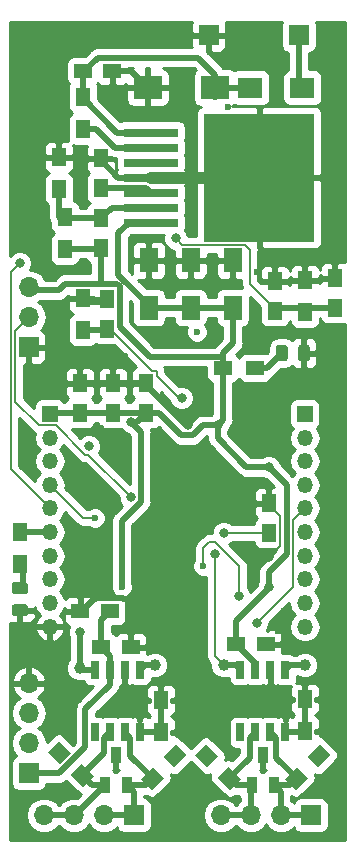
<source format=gbr>
G04 #@! TF.GenerationSoftware,KiCad,Pcbnew,5.0.2-bee76a0~70~ubuntu18.04.1*
G04 #@! TF.CreationDate,2020-02-03T17:56:43+02:00*
G04 #@! TF.ProjectId,Telemetry Board,54656c65-6d65-4747-9279-20426f617264,V1.4.1*
G04 #@! TF.SameCoordinates,Original*
G04 #@! TF.FileFunction,Copper,L1,Top*
G04 #@! TF.FilePolarity,Positive*
%FSLAX46Y46*%
G04 Gerber Fmt 4.6, Leading zero omitted, Abs format (unit mm)*
G04 Created by KiCad (PCBNEW 5.0.2-bee76a0~70~ubuntu18.04.1) date ma  3. helmikuuta 2020 17.56.43*
%MOMM*%
%LPD*%
G01*
G04 APERTURE LIST*
G04 #@! TA.AperFunction,ComponentPad*
%ADD10R,1.350000X1.350000*%
G04 #@! TD*
G04 #@! TA.AperFunction,ComponentPad*
%ADD11O,1.350000X1.350000*%
G04 #@! TD*
G04 #@! TA.AperFunction,Conductor*
%ADD12C,0.100000*%
G04 #@! TD*
G04 #@! TA.AperFunction,SMDPad,CuDef*
%ADD13C,0.975000*%
G04 #@! TD*
G04 #@! TA.AperFunction,SMDPad,CuDef*
%ADD14C,2.000000*%
G04 #@! TD*
G04 #@! TA.AperFunction,SMDPad,CuDef*
%ADD15R,4.600000X0.800000*%
G04 #@! TD*
G04 #@! TA.AperFunction,SMDPad,CuDef*
%ADD16R,9.400000X10.800000*%
G04 #@! TD*
G04 #@! TA.AperFunction,ComponentPad*
%ADD17R,1.700000X1.700000*%
G04 #@! TD*
G04 #@! TA.AperFunction,ComponentPad*
%ADD18O,1.700000X1.700000*%
G04 #@! TD*
G04 #@! TA.AperFunction,SMDPad,CuDef*
%ADD19R,2.100000X1.800000*%
G04 #@! TD*
G04 #@! TA.AperFunction,SMDPad,CuDef*
%ADD20R,1.250000X1.500000*%
G04 #@! TD*
G04 #@! TA.AperFunction,SMDPad,CuDef*
%ADD21R,1.500000X1.250000*%
G04 #@! TD*
G04 #@! TA.AperFunction,SMDPad,CuDef*
%ADD22R,1.300000X1.500000*%
G04 #@! TD*
G04 #@! TA.AperFunction,SMDPad,CuDef*
%ADD23R,1.500000X1.300000*%
G04 #@! TD*
G04 #@! TA.AperFunction,BGAPad,CuDef*
%ADD24C,1.000000*%
G04 #@! TD*
G04 #@! TA.AperFunction,SMDPad,CuDef*
%ADD25R,1.600000X2.000000*%
G04 #@! TD*
G04 #@! TA.AperFunction,SMDPad,CuDef*
%ADD26C,1.300000*%
G04 #@! TD*
G04 #@! TA.AperFunction,SMDPad,CuDef*
%ADD27R,0.700000X1.500000*%
G04 #@! TD*
G04 #@! TA.AperFunction,SMDPad,CuDef*
%ADD28R,0.910000X1.400000*%
G04 #@! TD*
G04 #@! TA.AperFunction,ViaPad*
%ADD29C,0.600000*%
G04 #@! TD*
G04 #@! TA.AperFunction,ViaPad*
%ADD30C,0.800000*%
G04 #@! TD*
G04 #@! TA.AperFunction,Conductor*
%ADD31C,0.500000*%
G04 #@! TD*
G04 #@! TA.AperFunction,Conductor*
%ADD32C,1.000000*%
G04 #@! TD*
G04 #@! TA.AperFunction,Conductor*
%ADD33C,0.200000*%
G04 #@! TD*
G04 #@! TA.AperFunction,Conductor*
%ADD34C,0.254000*%
G04 #@! TD*
G04 APERTURE END LIST*
D10*
G04 #@! TO.P,J9,1*
G04 #@! TO.N,+3.3V*
X101855001Y-80085001D03*
D11*
G04 #@! TO.P,J9,2*
G04 #@! TO.N,RxUART*
X101855001Y-82085001D03*
G04 #@! TO.P,J9,3*
G04 #@! TO.N,TxUART*
X101855001Y-84085001D03*
G04 #@! TO.P,J9,4*
G04 #@! TO.N,SPI_MISO*
X101855001Y-86085001D03*
G04 #@! TO.P,J9,5*
G04 #@! TO.N,RSTX*
X101855001Y-88085001D03*
G04 #@! TO.P,J9,6*
G04 #@! TO.N,ConIdent*
X101855001Y-90085001D03*
G04 #@! TO.P,J9,7*
G04 #@! TO.N,Net-(J9-Pad7)*
X101855001Y-92085001D03*
G04 #@! TO.P,J9,8*
G04 #@! TO.N,Net-(J9-Pad8)*
X101855001Y-94085001D03*
G04 #@! TO.P,J9,9*
G04 #@! TO.N,Net-(J9-Pad9)*
X101855001Y-96085001D03*
G04 #@! TO.P,J9,10*
G04 #@! TO.N,GND*
X101855001Y-98085001D03*
G04 #@! TO.P,J9,17*
G04 #@! TO.N,Net-(J9-Pad17)*
X123445001Y-92085001D03*
G04 #@! TO.P,J9,12*
G04 #@! TO.N,Net-(J9-Pad12)*
X123445001Y-82085001D03*
D10*
G04 #@! TO.P,J9,11*
G04 #@! TO.N,Net-(J9-Pad11)*
X123445001Y-80085001D03*
D11*
G04 #@! TO.P,J9,16*
G04 #@! TO.N,Net-(J9-Pad16)*
X123445001Y-90085001D03*
G04 #@! TO.P,J9,13*
G04 #@! TO.N,SPI_CLK*
X123445001Y-84085001D03*
G04 #@! TO.P,J9,18*
G04 #@! TO.N,Net-(J9-Pad18)*
X123445001Y-94085001D03*
G04 #@! TO.P,J9,15*
G04 #@! TO.N,RTS*
X123445001Y-88085001D03*
G04 #@! TO.P,J9,14*
G04 #@! TO.N,SPI_SS*
X123445001Y-86085001D03*
G04 #@! TO.P,J9,20*
G04 #@! TO.N,SPI_MOSI*
X123445001Y-98085001D03*
G04 #@! TO.P,J9,19*
G04 #@! TO.N,CTS*
X123445001Y-96085001D03*
G04 #@! TD*
D12*
G04 #@! TO.N,GND*
G04 #@! TO.C,D8*
G36*
X99794142Y-96209174D02*
X99817803Y-96212684D01*
X99841007Y-96218496D01*
X99863529Y-96226554D01*
X99885153Y-96236782D01*
X99905670Y-96249079D01*
X99924883Y-96263329D01*
X99942607Y-96279393D01*
X99958671Y-96297117D01*
X99972921Y-96316330D01*
X99985218Y-96336847D01*
X99995446Y-96358471D01*
X100003504Y-96380993D01*
X100009316Y-96404197D01*
X100012826Y-96427858D01*
X100014000Y-96451750D01*
X100014000Y-96939250D01*
X100012826Y-96963142D01*
X100009316Y-96986803D01*
X100003504Y-97010007D01*
X99995446Y-97032529D01*
X99985218Y-97054153D01*
X99972921Y-97074670D01*
X99958671Y-97093883D01*
X99942607Y-97111607D01*
X99924883Y-97127671D01*
X99905670Y-97141921D01*
X99885153Y-97154218D01*
X99863529Y-97164446D01*
X99841007Y-97172504D01*
X99817803Y-97178316D01*
X99794142Y-97181826D01*
X99770250Y-97183000D01*
X98857750Y-97183000D01*
X98833858Y-97181826D01*
X98810197Y-97178316D01*
X98786993Y-97172504D01*
X98764471Y-97164446D01*
X98742847Y-97154218D01*
X98722330Y-97141921D01*
X98703117Y-97127671D01*
X98685393Y-97111607D01*
X98669329Y-97093883D01*
X98655079Y-97074670D01*
X98642782Y-97054153D01*
X98632554Y-97032529D01*
X98624496Y-97010007D01*
X98618684Y-96986803D01*
X98615174Y-96963142D01*
X98614000Y-96939250D01*
X98614000Y-96451750D01*
X98615174Y-96427858D01*
X98618684Y-96404197D01*
X98624496Y-96380993D01*
X98632554Y-96358471D01*
X98642782Y-96336847D01*
X98655079Y-96316330D01*
X98669329Y-96297117D01*
X98685393Y-96279393D01*
X98703117Y-96263329D01*
X98722330Y-96249079D01*
X98742847Y-96236782D01*
X98764471Y-96226554D01*
X98786993Y-96218496D01*
X98810197Y-96212684D01*
X98833858Y-96209174D01*
X98857750Y-96208000D01*
X99770250Y-96208000D01*
X99794142Y-96209174D01*
X99794142Y-96209174D01*
G37*
D13*
G04 #@! TD*
G04 #@! TO.P,D8,1*
G04 #@! TO.N,GND*
X99314000Y-96695500D03*
D12*
G04 #@! TO.N,Net-(D8-Pad2)*
G04 #@! TO.C,D8*
G36*
X99794142Y-94334174D02*
X99817803Y-94337684D01*
X99841007Y-94343496D01*
X99863529Y-94351554D01*
X99885153Y-94361782D01*
X99905670Y-94374079D01*
X99924883Y-94388329D01*
X99942607Y-94404393D01*
X99958671Y-94422117D01*
X99972921Y-94441330D01*
X99985218Y-94461847D01*
X99995446Y-94483471D01*
X100003504Y-94505993D01*
X100009316Y-94529197D01*
X100012826Y-94552858D01*
X100014000Y-94576750D01*
X100014000Y-95064250D01*
X100012826Y-95088142D01*
X100009316Y-95111803D01*
X100003504Y-95135007D01*
X99995446Y-95157529D01*
X99985218Y-95179153D01*
X99972921Y-95199670D01*
X99958671Y-95218883D01*
X99942607Y-95236607D01*
X99924883Y-95252671D01*
X99905670Y-95266921D01*
X99885153Y-95279218D01*
X99863529Y-95289446D01*
X99841007Y-95297504D01*
X99817803Y-95303316D01*
X99794142Y-95306826D01*
X99770250Y-95308000D01*
X98857750Y-95308000D01*
X98833858Y-95306826D01*
X98810197Y-95303316D01*
X98786993Y-95297504D01*
X98764471Y-95289446D01*
X98742847Y-95279218D01*
X98722330Y-95266921D01*
X98703117Y-95252671D01*
X98685393Y-95236607D01*
X98669329Y-95218883D01*
X98655079Y-95199670D01*
X98642782Y-95179153D01*
X98632554Y-95157529D01*
X98624496Y-95135007D01*
X98618684Y-95111803D01*
X98615174Y-95088142D01*
X98614000Y-95064250D01*
X98614000Y-94576750D01*
X98615174Y-94552858D01*
X98618684Y-94529197D01*
X98624496Y-94505993D01*
X98632554Y-94483471D01*
X98642782Y-94461847D01*
X98655079Y-94441330D01*
X98669329Y-94422117D01*
X98685393Y-94404393D01*
X98703117Y-94388329D01*
X98722330Y-94374079D01*
X98742847Y-94361782D01*
X98764471Y-94351554D01*
X98786993Y-94343496D01*
X98810197Y-94337684D01*
X98833858Y-94334174D01*
X98857750Y-94333000D01*
X99770250Y-94333000D01*
X99794142Y-94334174D01*
X99794142Y-94334174D01*
G37*
D13*
G04 #@! TD*
G04 #@! TO.P,D8,2*
G04 #@! TO.N,Net-(D8-Pad2)*
X99314000Y-94820500D03*
D14*
G04 #@! TO.P,D1,2*
G04 #@! TO.N,GND*
X110144000Y-52451000D03*
D12*
G04 #@! TD*
G04 #@! TO.N,GND*
G04 #@! TO.C,D1*
G36*
X111344000Y-51451000D02*
X111344000Y-53451000D01*
X108944000Y-53451000D01*
X108944000Y-51451000D01*
X111344000Y-51451000D01*
X111344000Y-51451000D01*
G37*
D14*
G04 #@! TO.P,D1,1*
G04 #@! TO.N,VCC*
X115824000Y-52451000D03*
D12*
G04 #@! TD*
G04 #@! TO.N,VCC*
G04 #@! TO.C,D1*
G36*
X117024000Y-51451000D02*
X117024000Y-53451000D01*
X114624000Y-53451000D01*
X114624000Y-51451000D01*
X117024000Y-51451000D01*
X117024000Y-51451000D01*
G37*
D15*
G04 #@! TO.P,U3,1*
G04 #@! TO.N,VCC*
X110430000Y-56261000D03*
G04 #@! TO.P,U3,2*
G04 #@! TO.N,Net-(R6-Pad2)*
X110430000Y-57531000D03*
G04 #@! TO.P,U3,3*
G04 #@! TO.N,Net-(U3-Pad3)*
X110430000Y-58801000D03*
G04 #@! TO.P,U3,4*
G04 #@! TO.N,GND*
X110430000Y-60071000D03*
G04 #@! TO.P,U3,5*
G04 #@! TO.N,Net-(C6-Pad1)*
X110430000Y-61341000D03*
G04 #@! TO.P,U3,6*
G04 #@! TO.N,Net-(C7-Pad2)*
X110430000Y-62611000D03*
G04 #@! TO.P,U3,7*
G04 #@! TO.N,+3.3V*
X110430000Y-63881000D03*
D16*
G04 #@! TO.P,U3,8*
G04 #@! TO.N,GND*
X119580000Y-60071000D03*
G04 #@! TD*
D17*
G04 #@! TO.P,J4,1*
G04 #@! TO.N,GND*
X100076000Y-74422000D03*
D18*
G04 #@! TO.P,J4,2*
G04 #@! TO.N,BOOT0*
X100076000Y-71882000D03*
G04 #@! TO.P,J4,3*
G04 #@! TO.N,+3.3V*
X100076000Y-69342000D03*
G04 #@! TD*
D19*
G04 #@! TO.P,D2,1*
G04 #@! TO.N,VCC*
X118831000Y-52451000D03*
G04 #@! TO.P,D2,2*
G04 #@! TO.N,Net-(D2-Pad2)*
X123231000Y-52451000D03*
G04 #@! TD*
D20*
G04 #@! TO.P,C2,1*
G04 #@! TO.N,RSTS*
X106680000Y-72878000D03*
G04 #@! TO.P,C2,2*
G04 #@! TO.N,GND*
X106680000Y-70378000D03*
G04 #@! TD*
D21*
G04 #@! TO.P,C3,1*
G04 #@! TO.N,VCC*
X104648000Y-51054000D03*
G04 #@! TO.P,C3,2*
G04 #@! TO.N,GND*
X107148000Y-51054000D03*
G04 #@! TD*
D20*
G04 #@! TO.P,C6,2*
G04 #@! TO.N,GND*
X106172000Y-58440000D03*
G04 #@! TO.P,C6,1*
G04 #@! TO.N,Net-(C6-Pad1)*
X106172000Y-60940000D03*
G04 #@! TD*
G04 #@! TO.P,C7,1*
G04 #@! TO.N,+3.3V*
X106172000Y-66020000D03*
G04 #@! TO.P,C7,2*
G04 #@! TO.N,Net-(C7-Pad2)*
X106172000Y-63520000D03*
G04 #@! TD*
G04 #@! TO.P,C9,1*
G04 #@! TO.N,Net-(C9-Pad1)*
X120396000Y-90150000D03*
G04 #@! TO.P,C9,2*
G04 #@! TO.N,GND*
X120396000Y-87650000D03*
G04 #@! TD*
G04 #@! TO.P,C16,2*
G04 #@! TO.N,GND*
X125984000Y-68600000D03*
G04 #@! TO.P,C16,1*
G04 #@! TO.N,RSTX*
X125984000Y-71100000D03*
G04 #@! TD*
G04 #@! TO.P,C17,1*
G04 #@! TO.N,+3.3V*
X104394000Y-79990000D03*
G04 #@! TO.P,C17,2*
G04 #@! TO.N,GND*
X104394000Y-77490000D03*
G04 #@! TD*
G04 #@! TO.P,C18,2*
G04 #@! TO.N,GND*
X107188000Y-77490000D03*
G04 #@! TO.P,C18,1*
G04 #@! TO.N,+3.3V*
X107188000Y-79990000D03*
G04 #@! TD*
G04 #@! TO.P,C19,2*
G04 #@! TO.N,GND*
X109982000Y-77490000D03*
G04 #@! TO.P,C19,1*
G04 #@! TO.N,+3.3V*
X109982000Y-79990000D03*
G04 #@! TD*
G04 #@! TO.P,C20,1*
G04 #@! TO.N,RSTX*
X120904000Y-71354000D03*
G04 #@! TO.P,C20,2*
G04 #@! TO.N,GND*
X120904000Y-68854000D03*
G04 #@! TD*
D21*
G04 #@! TO.P,C25,2*
G04 #@! TO.N,GND*
X104414000Y-96774000D03*
G04 #@! TO.P,C25,1*
G04 #@! TO.N,+3.3V*
X106914000Y-96774000D03*
G04 #@! TD*
D12*
G04 #@! TO.N,GND*
G04 #@! TO.C,D9*
G36*
X123633142Y-74231174D02*
X123656803Y-74234684D01*
X123680007Y-74240496D01*
X123702529Y-74248554D01*
X123724153Y-74258782D01*
X123744670Y-74271079D01*
X123763883Y-74285329D01*
X123781607Y-74301393D01*
X123797671Y-74319117D01*
X123811921Y-74338330D01*
X123824218Y-74358847D01*
X123834446Y-74380471D01*
X123842504Y-74402993D01*
X123848316Y-74426197D01*
X123851826Y-74449858D01*
X123853000Y-74473750D01*
X123853000Y-75386250D01*
X123851826Y-75410142D01*
X123848316Y-75433803D01*
X123842504Y-75457007D01*
X123834446Y-75479529D01*
X123824218Y-75501153D01*
X123811921Y-75521670D01*
X123797671Y-75540883D01*
X123781607Y-75558607D01*
X123763883Y-75574671D01*
X123744670Y-75588921D01*
X123724153Y-75601218D01*
X123702529Y-75611446D01*
X123680007Y-75619504D01*
X123656803Y-75625316D01*
X123633142Y-75628826D01*
X123609250Y-75630000D01*
X123121750Y-75630000D01*
X123097858Y-75628826D01*
X123074197Y-75625316D01*
X123050993Y-75619504D01*
X123028471Y-75611446D01*
X123006847Y-75601218D01*
X122986330Y-75588921D01*
X122967117Y-75574671D01*
X122949393Y-75558607D01*
X122933329Y-75540883D01*
X122919079Y-75521670D01*
X122906782Y-75501153D01*
X122896554Y-75479529D01*
X122888496Y-75457007D01*
X122882684Y-75433803D01*
X122879174Y-75410142D01*
X122878000Y-75386250D01*
X122878000Y-74473750D01*
X122879174Y-74449858D01*
X122882684Y-74426197D01*
X122888496Y-74402993D01*
X122896554Y-74380471D01*
X122906782Y-74358847D01*
X122919079Y-74338330D01*
X122933329Y-74319117D01*
X122949393Y-74301393D01*
X122967117Y-74285329D01*
X122986330Y-74271079D01*
X123006847Y-74258782D01*
X123028471Y-74248554D01*
X123050993Y-74240496D01*
X123074197Y-74234684D01*
X123097858Y-74231174D01*
X123121750Y-74230000D01*
X123609250Y-74230000D01*
X123633142Y-74231174D01*
X123633142Y-74231174D01*
G37*
D13*
G04 #@! TD*
G04 #@! TO.P,D9,1*
G04 #@! TO.N,GND*
X123365500Y-74930000D03*
D12*
G04 #@! TO.N,Net-(D9-Pad2)*
G04 #@! TO.C,D9*
G36*
X121758142Y-74231174D02*
X121781803Y-74234684D01*
X121805007Y-74240496D01*
X121827529Y-74248554D01*
X121849153Y-74258782D01*
X121869670Y-74271079D01*
X121888883Y-74285329D01*
X121906607Y-74301393D01*
X121922671Y-74319117D01*
X121936921Y-74338330D01*
X121949218Y-74358847D01*
X121959446Y-74380471D01*
X121967504Y-74402993D01*
X121973316Y-74426197D01*
X121976826Y-74449858D01*
X121978000Y-74473750D01*
X121978000Y-75386250D01*
X121976826Y-75410142D01*
X121973316Y-75433803D01*
X121967504Y-75457007D01*
X121959446Y-75479529D01*
X121949218Y-75501153D01*
X121936921Y-75521670D01*
X121922671Y-75540883D01*
X121906607Y-75558607D01*
X121888883Y-75574671D01*
X121869670Y-75588921D01*
X121849153Y-75601218D01*
X121827529Y-75611446D01*
X121805007Y-75619504D01*
X121781803Y-75625316D01*
X121758142Y-75628826D01*
X121734250Y-75630000D01*
X121246750Y-75630000D01*
X121222858Y-75628826D01*
X121199197Y-75625316D01*
X121175993Y-75619504D01*
X121153471Y-75611446D01*
X121131847Y-75601218D01*
X121111330Y-75588921D01*
X121092117Y-75574671D01*
X121074393Y-75558607D01*
X121058329Y-75540883D01*
X121044079Y-75521670D01*
X121031782Y-75501153D01*
X121021554Y-75479529D01*
X121013496Y-75457007D01*
X121007684Y-75433803D01*
X121004174Y-75410142D01*
X121003000Y-75386250D01*
X121003000Y-74473750D01*
X121004174Y-74449858D01*
X121007684Y-74426197D01*
X121013496Y-74402993D01*
X121021554Y-74380471D01*
X121031782Y-74358847D01*
X121044079Y-74338330D01*
X121058329Y-74319117D01*
X121074393Y-74301393D01*
X121092117Y-74285329D01*
X121111330Y-74271079D01*
X121131847Y-74258782D01*
X121153471Y-74248554D01*
X121175993Y-74240496D01*
X121199197Y-74234684D01*
X121222858Y-74231174D01*
X121246750Y-74230000D01*
X121734250Y-74230000D01*
X121758142Y-74231174D01*
X121758142Y-74231174D01*
G37*
D13*
G04 #@! TD*
G04 #@! TO.P,D9,2*
G04 #@! TO.N,Net-(D9-Pad2)*
X121490500Y-74930000D03*
D17*
G04 #@! TO.P,J10,1*
G04 #@! TO.N,+3.3V*
X100076000Y-110490000D03*
D18*
G04 #@! TO.P,J10,2*
G04 #@! TO.N,SWDIO*
X100076000Y-107950000D03*
G04 #@! TO.P,J10,3*
G04 #@! TO.N,SWCLK*
X100076000Y-105410000D03*
G04 #@! TO.P,J10,4*
G04 #@! TO.N,GND*
X100076000Y-102870000D03*
G04 #@! TD*
D22*
G04 #@! TO.P,R3,1*
G04 #@! TO.N,RSTS*
X104648000Y-72978000D03*
G04 #@! TO.P,R3,2*
G04 #@! TO.N,GND*
X104648000Y-70278000D03*
G04 #@! TD*
G04 #@! TO.P,R6,1*
G04 #@! TO.N,VCC*
X104648000Y-53260000D03*
G04 #@! TO.P,R6,2*
G04 #@! TO.N,Net-(R6-Pad2)*
X104648000Y-55960000D03*
G04 #@! TD*
G04 #@! TO.P,R9,2*
G04 #@! TO.N,GND*
X102616000Y-58340000D03*
G04 #@! TO.P,R9,1*
G04 #@! TO.N,Net-(C7-Pad2)*
X102616000Y-61040000D03*
G04 #@! TD*
G04 #@! TO.P,R10,2*
G04 #@! TO.N,Net-(C7-Pad2)*
X103124000Y-63420000D03*
G04 #@! TO.P,R10,1*
G04 #@! TO.N,+3.3V*
X103124000Y-66120000D03*
G04 #@! TD*
G04 #@! TO.P,R15,1*
G04 #@! TO.N,Net-(D8-Pad2)*
X99314000Y-92790000D03*
G04 #@! TO.P,R15,2*
G04 #@! TO.N,ConIdent*
X99314000Y-90090000D03*
G04 #@! TD*
G04 #@! TO.P,R16,2*
G04 #@! TO.N,GND*
X123444000Y-68754000D03*
G04 #@! TO.P,R16,1*
G04 #@! TO.N,RSTX*
X123444000Y-71454000D03*
G04 #@! TD*
D23*
G04 #@! TO.P,R17,2*
G04 #@! TO.N,Net-(D9-Pad2)*
X119206000Y-76200000D03*
G04 #@! TO.P,R17,1*
G04 #@! TO.N,+3.3V*
X116506000Y-76200000D03*
G04 #@! TD*
D24*
G04 #@! TO.P,J18,1*
G04 #@! TO.N,CAN2RX*
X116586000Y-101346000D03*
G04 #@! TD*
G04 #@! TO.P,J19,1*
G04 #@! TO.N,CAN2TX*
X123444000Y-101346000D03*
G04 #@! TD*
G04 #@! TO.P,J20,1*
G04 #@! TO.N,CAN1RX*
X104394000Y-101600000D03*
G04 #@! TD*
G04 #@! TO.P,J21,1*
G04 #@! TO.N,CAN1TX*
X110744000Y-101346000D03*
G04 #@! TD*
D17*
G04 #@! TO.P,J1,1*
G04 #@! TO.N,Net-(D2-Pad2)*
X122936000Y-48006000D03*
G04 #@! TD*
G04 #@! TO.P,J2,1*
G04 #@! TO.N,GND*
X115316000Y-48006000D03*
G04 #@! TD*
G04 #@! TO.P,J3,1*
G04 #@! TO.N,CAN1HI*
X108966000Y-114046000D03*
D18*
G04 #@! TO.P,J3,2*
X106426000Y-114046000D03*
G04 #@! TO.P,J3,3*
G04 #@! TO.N,CAN1LO*
X103886000Y-114046000D03*
G04 #@! TO.P,J3,4*
X101346000Y-114046000D03*
G04 #@! TD*
G04 #@! TO.P,J5,4*
G04 #@! TO.N,CAN2LO*
X116332000Y-114046000D03*
G04 #@! TO.P,J5,3*
X118872000Y-114046000D03*
G04 #@! TO.P,J5,2*
G04 #@! TO.N,CAN2HI*
X121412000Y-114046000D03*
D17*
G04 #@! TO.P,J5,1*
X123952000Y-114046000D03*
G04 #@! TD*
D21*
G04 #@! TO.P,C4,2*
G04 #@! TO.N,+3.3V*
X106192000Y-99822000D03*
G04 #@! TO.P,C4,1*
G04 #@! TO.N,GND*
X108692000Y-99822000D03*
G04 #@! TD*
G04 #@! TO.P,C5,1*
G04 #@! TO.N,GND*
X120122000Y-99568000D03*
G04 #@! TO.P,C5,2*
G04 #@! TO.N,+3.3V*
X117622000Y-99568000D03*
G04 #@! TD*
D25*
G04 #@! TO.P,C8,2*
G04 #@! TO.N,GND*
X110236000Y-67088000D03*
G04 #@! TO.P,C8,1*
G04 #@! TO.N,+3.3V*
X110236000Y-71088000D03*
G04 #@! TD*
G04 #@! TO.P,C21,1*
G04 #@! TO.N,+3.3V*
X113772910Y-71088000D03*
G04 #@! TO.P,C21,2*
G04 #@! TO.N,GND*
X113772910Y-67088000D03*
G04 #@! TD*
G04 #@! TO.P,C22,2*
G04 #@! TO.N,GND*
X117348000Y-67088000D03*
G04 #@! TO.P,C22,1*
G04 #@! TO.N,+3.3V*
X117348000Y-71088000D03*
G04 #@! TD*
D22*
G04 #@! TO.P,R1,2*
G04 #@! TO.N,GND*
X123444000Y-104234000D03*
G04 #@! TO.P,R1,1*
X123444000Y-106934000D03*
G04 #@! TD*
G04 #@! TO.P,R2,2*
G04 #@! TO.N,GND*
X111252000Y-104314000D03*
G04 #@! TO.P,R2,1*
X111252000Y-107014000D03*
G04 #@! TD*
D26*
G04 #@! TO.P,R4,1*
G04 #@! TO.N,Net-(C23-Pad2)*
X112460594Y-109027406D03*
D12*
G04 #@! TD*
G04 #@! TO.N,Net-(C23-Pad2)*
G04 #@! TO.C,R4*
G36*
X112531305Y-108037457D02*
X113450543Y-108956695D01*
X112389883Y-110017355D01*
X111470645Y-109098117D01*
X112531305Y-108037457D01*
X112531305Y-108037457D01*
G37*
D26*
G04 #@! TO.P,R4,2*
G04 #@! TO.N,CAN1HI*
X110551406Y-110936594D03*
D12*
G04 #@! TD*
G04 #@! TO.N,CAN1HI*
G04 #@! TO.C,R4*
G36*
X110622117Y-109946645D02*
X111541355Y-110865883D01*
X110480695Y-111926543D01*
X109561457Y-111007305D01*
X110622117Y-109946645D01*
X110622117Y-109946645D01*
G37*
D26*
G04 #@! TO.P,R5,1*
G04 #@! TO.N,CAN2LO*
X117032594Y-110936594D03*
D12*
G04 #@! TD*
G04 #@! TO.N,CAN2LO*
G04 #@! TO.C,R5*
G36*
X118022543Y-111007305D02*
X117103305Y-111926543D01*
X116042645Y-110865883D01*
X116961883Y-109946645D01*
X118022543Y-111007305D01*
X118022543Y-111007305D01*
G37*
D26*
G04 #@! TO.P,R5,2*
G04 #@! TO.N,Net-(C24-Pad2)*
X115123406Y-109027406D03*
D12*
G04 #@! TD*
G04 #@! TO.N,Net-(C24-Pad2)*
G04 #@! TO.C,R5*
G36*
X116113355Y-109098117D02*
X115194117Y-110017355D01*
X114133457Y-108956695D01*
X115052695Y-108037457D01*
X116113355Y-109098117D01*
X116113355Y-109098117D01*
G37*
D27*
G04 #@! TO.P,U1,8*
G04 #@! TO.N,GND*
X109474000Y-107044000D03*
G04 #@! TO.P,U1,7*
G04 #@! TO.N,CAN1HI*
X108204000Y-107044000D03*
G04 #@! TO.P,U1,6*
G04 #@! TO.N,CAN1LO*
X106934000Y-107044000D03*
G04 #@! TO.P,U1,5*
G04 #@! TO.N,Net-(U1-Pad5)*
X105664000Y-107044000D03*
G04 #@! TO.P,U1,4*
G04 #@! TO.N,CAN1RX*
X105664000Y-101744000D03*
G04 #@! TO.P,U1,3*
G04 #@! TO.N,+3.3V*
X106934000Y-101744000D03*
G04 #@! TO.P,U1,2*
G04 #@! TO.N,GND*
X108204000Y-101744000D03*
G04 #@! TO.P,U1,1*
G04 #@! TO.N,CAN1TX*
X109474000Y-101744000D03*
G04 #@! TD*
G04 #@! TO.P,U2,1*
G04 #@! TO.N,CAN2TX*
X121793000Y-101744000D03*
G04 #@! TO.P,U2,2*
G04 #@! TO.N,GND*
X120523000Y-101744000D03*
G04 #@! TO.P,U2,3*
G04 #@! TO.N,+3.3V*
X119253000Y-101744000D03*
G04 #@! TO.P,U2,4*
G04 #@! TO.N,CAN2RX*
X117983000Y-101744000D03*
G04 #@! TO.P,U2,5*
G04 #@! TO.N,Net-(U2-Pad5)*
X117983000Y-107044000D03*
G04 #@! TO.P,U2,6*
G04 #@! TO.N,CAN2LO*
X119253000Y-107044000D03*
G04 #@! TO.P,U2,7*
G04 #@! TO.N,CAN2HI*
X120523000Y-107044000D03*
G04 #@! TO.P,U2,8*
G04 #@! TO.N,GND*
X121793000Y-107044000D03*
G04 #@! TD*
D28*
G04 #@! TO.P,U5,3*
G04 #@! TO.N,GND*
X107442000Y-108936000D03*
G04 #@! TO.P,U5,2*
G04 #@! TO.N,CAN1HI*
X108392000Y-111536000D03*
G04 #@! TO.P,U5,1*
G04 #@! TO.N,CAN1LO*
X106492000Y-111536000D03*
G04 #@! TD*
G04 #@! TO.P,U6,1*
G04 #@! TO.N,CAN2LO*
X118938000Y-111536000D03*
G04 #@! TO.P,U6,2*
G04 #@! TO.N,CAN2HI*
X120838000Y-111536000D03*
G04 #@! TO.P,U6,3*
G04 #@! TO.N,GND*
X119888000Y-108936000D03*
G04 #@! TD*
D26*
G04 #@! TO.P,R7,1*
G04 #@! TO.N,CAN1LO*
X104586594Y-110682594D03*
D12*
G04 #@! TD*
G04 #@! TO.N,CAN1LO*
G04 #@! TO.C,R7*
G36*
X105576543Y-110753305D02*
X104657305Y-111672543D01*
X103596645Y-110611883D01*
X104515883Y-109692645D01*
X105576543Y-110753305D01*
X105576543Y-110753305D01*
G37*
D26*
G04 #@! TO.P,R7,2*
G04 #@! TO.N,Net-(C23-Pad2)*
X102677406Y-108773406D03*
D12*
G04 #@! TD*
G04 #@! TO.N,Net-(C23-Pad2)*
G04 #@! TO.C,R7*
G36*
X103667355Y-108844117D02*
X102748117Y-109763355D01*
X101687457Y-108702695D01*
X102606695Y-107783457D01*
X103667355Y-108844117D01*
X103667355Y-108844117D01*
G37*
D26*
G04 #@! TO.P,R8,2*
G04 #@! TO.N,CAN2HI*
X122743406Y-110936594D03*
D12*
G04 #@! TD*
G04 #@! TO.N,CAN2HI*
G04 #@! TO.C,R8*
G36*
X122814117Y-109946645D02*
X123733355Y-110865883D01*
X122672695Y-111926543D01*
X121753457Y-111007305D01*
X122814117Y-109946645D01*
X122814117Y-109946645D01*
G37*
D26*
G04 #@! TO.P,R8,1*
G04 #@! TO.N,Net-(C24-Pad2)*
X124652594Y-109027406D03*
D12*
G04 #@! TD*
G04 #@! TO.N,Net-(C24-Pad2)*
G04 #@! TO.C,R8*
G36*
X124723305Y-108037457D02*
X125642543Y-108956695D01*
X124581883Y-110017355D01*
X123662645Y-109098117D01*
X124723305Y-108037457D01*
X124723305Y-108037457D01*
G37*
D29*
G04 #@! TO.N,*
X114300000Y-73152000D03*
G04 #@! TO.N,GND*
X118110000Y-65024000D03*
X118110000Y-61722000D03*
X119634000Y-56642000D03*
X117348000Y-57404000D03*
X123444000Y-55499000D03*
X117221000Y-55689500D03*
X120396000Y-65278000D03*
X125984000Y-59944000D03*
X99568000Y-61468000D03*
X100012500Y-63627000D03*
X113919000Y-63754000D03*
X113919000Y-56261000D03*
X116967000Y-54102000D03*
X112395000Y-54610000D03*
D30*
X109982000Y-77490000D03*
X120396000Y-92222000D03*
X116332000Y-85852000D03*
D29*
X101092000Y-51308000D03*
X101854000Y-55626000D03*
X109728000Y-48260000D03*
X110430000Y-60071000D03*
X104394000Y-61976000D03*
X99822000Y-77978000D03*
X114808000Y-97536000D03*
X99060000Y-114046000D03*
X113284000Y-115570000D03*
X106172000Y-81280000D03*
X105918000Y-78740000D03*
X104648000Y-92456000D03*
X112268000Y-96520000D03*
X121666000Y-96774000D03*
X121666000Y-84328000D03*
X99060000Y-100330000D03*
X103378000Y-99060000D03*
X120450500Y-87829500D03*
X103632000Y-95250000D03*
D30*
X109454000Y-96774000D03*
X113558000Y-81026000D03*
D29*
X99568000Y-83312000D03*
X126238000Y-95504000D03*
X125730000Y-101600000D03*
X125984000Y-89408000D03*
X125222000Y-81280000D03*
X125984000Y-77216000D03*
X126492000Y-74676000D03*
X125730000Y-66548000D03*
X125730000Y-57150000D03*
X125984000Y-51562000D03*
X99822000Y-55372000D03*
X105156000Y-85324000D03*
X110236000Y-90424000D03*
X113284000Y-85852000D03*
X103632000Y-90424000D03*
X104648000Y-86868000D03*
X121412000Y-79756000D03*
X118364000Y-80772000D03*
X120904000Y-77724000D03*
X108204000Y-75184000D03*
X103124000Y-75692000D03*
X103124000Y-70612000D03*
X119380000Y-68072000D03*
X111760000Y-113030000D03*
X98806000Y-48768000D03*
X105664000Y-47244000D03*
X103886000Y-48006000D03*
X125984000Y-53594000D03*
X117856000Y-49784000D03*
X107950000Y-53340000D03*
X109982000Y-65278000D03*
X105918000Y-75692000D03*
X109982000Y-73406000D03*
X121174019Y-98459990D03*
X112776000Y-111506000D03*
X107442000Y-110236000D03*
X119888000Y-110236000D03*
X116586000Y-105156000D03*
X114046000Y-106426000D03*
X113284000Y-104140000D03*
X113284000Y-101092000D03*
X103124000Y-104394000D03*
X125222000Y-106934000D03*
X125984000Y-112522000D03*
X110236000Y-99568000D03*
D30*
G04 #@! TO.N,RSTS*
X113030012Y-78740000D03*
G04 #@! TO.N,RSTX*
X99314000Y-67310000D03*
X112493128Y-65217508D03*
G04 #@! TO.N,BOOT0*
X108712000Y-87122000D03*
G04 #@! TO.N,CAN1RX*
X104394000Y-98552000D03*
D29*
G04 #@! TO.N,CAN1TX*
X110744000Y-101346000D03*
D30*
G04 #@! TO.N,Net-(C9-Pad1)*
X116586000Y-90170000D03*
D29*
G04 #@! TO.N,SPI_MISO*
X105664000Y-88900000D03*
D30*
G04 #@! TO.N,RTS*
X119380000Y-97790000D03*
X117856000Y-95504000D03*
D29*
X114808000Y-92964000D03*
D30*
G04 #@! TO.N,+3.3V*
X108712000Y-80772000D03*
X120396000Y-94722000D03*
X116058000Y-81026000D03*
X120396000Y-84582000D03*
X105156000Y-82824000D03*
X117348000Y-71088000D03*
D29*
X107950000Y-94742000D03*
X106954000Y-96774000D03*
D30*
G04 #@! TO.N,CAN2RX*
X115824000Y-91948000D03*
D29*
G04 #@! TO.N,CAN2TX*
X123444000Y-101346000D03*
G04 #@! TO.N,Net-(C23-Pad2)*
X102616000Y-108712000D03*
X112522000Y-108966000D03*
G04 #@! TO.N,Net-(C24-Pad2)*
X115062000Y-108966000D03*
X124714000Y-108966000D03*
G04 #@! TD*
D31*
G04 #@! TO.N,GND*
X106592500Y-70603000D02*
X106680000Y-70690500D01*
X104648000Y-70603000D02*
X106592500Y-70603000D01*
X120904000Y-69166500D02*
X120904000Y-68579000D01*
X106680000Y-70690500D02*
X106999678Y-70690500D01*
D32*
X119580000Y-60071000D02*
X110430000Y-60071000D01*
D31*
X108747000Y-51054000D02*
X110144000Y-52451000D01*
X107148000Y-51054000D02*
X108747000Y-51054000D01*
X107630000Y-60071000D02*
X110430000Y-60071000D01*
X106172000Y-58613000D02*
X107630000Y-60071000D01*
X106172000Y-58440000D02*
X106172000Y-58613000D01*
X109982000Y-77490000D02*
X104394000Y-77490000D01*
D33*
X121321001Y-91296999D02*
X120396000Y-92222000D01*
X121321001Y-88700001D02*
X121321001Y-91296999D01*
X120396000Y-87775000D02*
X120450500Y-87829500D01*
X120396000Y-87650000D02*
X120396000Y-87775000D01*
X120396000Y-87650000D02*
X118130000Y-87650000D01*
X118130000Y-87650000D02*
X116332000Y-85852000D01*
X120450500Y-87829500D02*
X121321001Y-88700001D01*
D31*
X108024001Y-95698999D02*
X108083002Y-95758000D01*
X105803999Y-95698999D02*
X108024001Y-95698999D01*
X105744998Y-95758000D02*
X105803999Y-95698999D01*
X105555000Y-95758000D02*
X105744998Y-95758000D01*
X104414000Y-96774000D02*
X104539000Y-96774000D01*
X108083002Y-95758000D02*
X108438000Y-95758000D01*
X104539000Y-96774000D02*
X105555000Y-95758000D01*
X108438000Y-95758000D02*
X109454000Y-96774000D01*
X109982000Y-77490000D02*
X109982000Y-77615000D01*
X109982000Y-77615000D02*
X113393000Y-81026000D01*
X113393000Y-81026000D02*
X113558000Y-81026000D01*
X123444000Y-104234000D02*
X123444000Y-103124000D01*
X111252000Y-104314000D02*
X111252000Y-103378000D01*
X111252000Y-107014000D02*
X111252000Y-104314000D01*
X109474000Y-107044000D02*
X111222000Y-107044000D01*
X111222000Y-107044000D02*
X111252000Y-107014000D01*
X123334000Y-107044000D02*
X123444000Y-106934000D01*
X123444000Y-106934000D02*
X123444000Y-104234000D01*
X121793000Y-107044000D02*
X123334000Y-107044000D01*
G04 #@! TO.N,RSTS*
X106580000Y-72978000D02*
X106680000Y-72878000D01*
X104648000Y-72978000D02*
X106580000Y-72978000D01*
D33*
X112776000Y-78740000D02*
X113030012Y-78740000D01*
X106914000Y-72878000D02*
X110475999Y-76439999D01*
X106680000Y-72878000D02*
X106914000Y-72878000D01*
X110475999Y-76439999D02*
X110847001Y-76439999D01*
X110847001Y-76439999D02*
X110907001Y-76499999D01*
X110907001Y-76499999D02*
X110907001Y-76871001D01*
X110907001Y-76871001D02*
X112776000Y-78740000D01*
D31*
G04 #@! TO.N,VCC*
X118831000Y-52451000D02*
X115824000Y-52451000D01*
X104773000Y-51054000D02*
X104648000Y-51054000D01*
X105898000Y-49929000D02*
X104773000Y-51054000D01*
X114402000Y-49929000D02*
X105898000Y-49929000D01*
X115824000Y-51351000D02*
X114402000Y-49929000D01*
X115824000Y-52451000D02*
X115824000Y-51351000D01*
X104648000Y-51054000D02*
X104648000Y-53260000D01*
X107630000Y-56261000D02*
X110430000Y-56261000D01*
X107549000Y-56261000D02*
X107630000Y-56261000D01*
X104648000Y-53360000D02*
X107549000Y-56261000D01*
X104648000Y-53260000D02*
X104648000Y-53360000D01*
G04 #@! TO.N,Net-(C6-Pad1)*
X110029000Y-60940000D02*
X110430000Y-61341000D01*
X106172000Y-60940000D02*
X110029000Y-60940000D01*
G04 #@! TO.N,Net-(C7-Pad2)*
X102616000Y-61040000D02*
X102616000Y-63420000D01*
X102716000Y-63520000D02*
X102616000Y-63420000D01*
X106172000Y-63520000D02*
X102716000Y-63520000D01*
X107081000Y-62611000D02*
X106172000Y-63520000D01*
X110430000Y-62611000D02*
X107081000Y-62611000D01*
G04 #@! TO.N,RSTX*
X120991500Y-71129000D02*
X120904000Y-71041500D01*
X123444000Y-71129000D02*
X120991500Y-71129000D01*
X123798000Y-71100000D02*
X123444000Y-71454000D01*
X125984000Y-71100000D02*
X123798000Y-71100000D01*
D33*
X98525989Y-68098011D02*
X99314000Y-67310000D01*
X101855001Y-88085001D02*
X98525989Y-84755989D01*
X98525989Y-84755989D02*
X98525989Y-68098011D01*
X120904000Y-71229000D02*
X120904000Y-71354000D01*
X118779999Y-69104999D02*
X120904000Y-71229000D01*
X118779999Y-66179997D02*
X118779999Y-69104999D01*
X118371003Y-65771001D02*
X118779999Y-66179997D01*
X113046621Y-65771001D02*
X118371003Y-65771001D01*
X112493128Y-65217508D02*
X113046621Y-65771001D01*
D31*
G04 #@! TO.N,Net-(D2-Pad2)*
X122936000Y-52156000D02*
X123231000Y-52451000D01*
X122936000Y-48260000D02*
X122936000Y-52156000D01*
G04 #@! TO.N,CAN1HI*
X106426000Y-114046000D02*
X108966000Y-114046000D01*
X108966000Y-112110000D02*
X108392000Y-111536000D01*
X108966000Y-114046000D02*
X108966000Y-112110000D01*
X109952000Y-111536000D02*
X110551406Y-110936594D01*
X108392000Y-111536000D02*
X109952000Y-111536000D01*
X108673999Y-107513999D02*
X108204000Y-107044000D01*
X108673999Y-109059187D02*
X108673999Y-107513999D01*
X110551406Y-110936594D02*
X108673999Y-109059187D01*
G04 #@! TO.N,CAN1LO*
X101346000Y-114046000D02*
X103886000Y-114046000D01*
X103982000Y-114046000D02*
X106492000Y-111536000D01*
X103886000Y-114046000D02*
X103982000Y-114046000D01*
X105440000Y-111536000D02*
X104586594Y-110682594D01*
X106492000Y-111536000D02*
X105440000Y-111536000D01*
X106464001Y-107513999D02*
X106934000Y-107044000D01*
X106464001Y-108805187D02*
X106464001Y-107513999D01*
X104586594Y-110682594D02*
X106464001Y-108805187D01*
G04 #@! TO.N,Net-(D8-Pad2)*
X99568000Y-94820500D02*
X99568000Y-92790000D01*
D33*
G04 #@! TO.N,BOOT0*
X98925999Y-73032001D02*
X99226001Y-72731999D01*
X98925999Y-79046001D02*
X98925999Y-73032001D01*
X100940000Y-81060002D02*
X98925999Y-79046001D01*
X102356000Y-81060002D02*
X100940000Y-81060002D01*
X99226001Y-72731999D02*
X100076000Y-71882000D01*
X104819999Y-83524001D02*
X102356000Y-81060002D01*
X105114001Y-83524001D02*
X104819999Y-83524001D01*
X108712000Y-87122000D02*
X105114001Y-83524001D01*
D31*
G04 #@! TO.N,Net-(R6-Pad2)*
X107630000Y-57531000D02*
X110430000Y-57531000D01*
X107369000Y-57531000D02*
X107630000Y-57531000D01*
X105798000Y-55960000D02*
X107369000Y-57531000D01*
X104648000Y-55960000D02*
X105798000Y-55960000D01*
G04 #@! TO.N,CAN1RX*
X104394000Y-98552000D02*
X104394000Y-100076000D01*
X104394000Y-100076000D02*
X104394000Y-101600000D01*
X104538000Y-101744000D02*
X104394000Y-101600000D01*
X105664000Y-101744000D02*
X104538000Y-101744000D01*
G04 #@! TO.N,CAN1TX*
X109872000Y-101346000D02*
X109474000Y-101744000D01*
X110744000Y-101346000D02*
X109872000Y-101346000D01*
D33*
G04 #@! TO.N,Net-(C9-Pad1)*
X120396000Y-90150000D02*
X116606000Y-90150000D01*
X116606000Y-90150000D02*
X116586000Y-90170000D01*
D31*
G04 #@! TO.N,Net-(D9-Pad2)*
X120220500Y-76200000D02*
X121490500Y-74930000D01*
X119206000Y-76200000D02*
X120220500Y-76200000D01*
D33*
G04 #@! TO.N,SPI_MISO*
X104670000Y-88900000D02*
X101855001Y-86085001D01*
X105664000Y-88900000D02*
X104670000Y-88900000D01*
D31*
G04 #@! TO.N,ConIdent*
X99572999Y-90085001D02*
X99568000Y-90090000D01*
X99318999Y-90085001D02*
X99314000Y-90090000D01*
X101855001Y-90085001D02*
X99318999Y-90085001D01*
D33*
G04 #@! TO.N,RTS*
X122470000Y-94700000D02*
X119380000Y-97790000D01*
X123445001Y-88085001D02*
X122470000Y-89060002D01*
X122470000Y-89060002D02*
X122470000Y-94700000D01*
X117856000Y-92943998D02*
X117856000Y-95504000D01*
X115844002Y-90932000D02*
X117856000Y-92943998D01*
X115316000Y-90932000D02*
X115844002Y-90932000D01*
X114808000Y-92964000D02*
X114808000Y-91440000D01*
X114808000Y-91440000D02*
X115316000Y-90932000D01*
D31*
G04 #@! TO.N,+3.3V*
X101950002Y-79990000D02*
X101855001Y-80085001D01*
X109982000Y-79990000D02*
X101950002Y-79990000D01*
X116506000Y-80578000D02*
X116058000Y-81026000D01*
X116058000Y-82151000D02*
X116058000Y-81026000D01*
X118489000Y-84582000D02*
X116058000Y-82151000D01*
X120396000Y-84582000D02*
X118489000Y-84582000D01*
X114808000Y-81026000D02*
X116058000Y-81026000D01*
X113957999Y-81876001D02*
X114808000Y-81026000D01*
X112993001Y-81876001D02*
X113957999Y-81876001D01*
X111107000Y-79990000D02*
X112993001Y-81876001D01*
X109982000Y-79990000D02*
X111107000Y-79990000D01*
X109200000Y-80772000D02*
X109982000Y-79990000D01*
X108712000Y-80772000D02*
X109200000Y-80772000D01*
X120396000Y-93472000D02*
X120396000Y-94722000D01*
X121920000Y-91948000D02*
X120396000Y-93472000D01*
X120396000Y-84582000D02*
X121920000Y-86106000D01*
X121920000Y-86106000D02*
X121920000Y-91948000D01*
X116506000Y-75264000D02*
X116506000Y-80578000D01*
X116506000Y-74930000D02*
X116506000Y-75264000D01*
X103124000Y-66120000D02*
X106072000Y-66120000D01*
X110316000Y-75264000D02*
X116506000Y-75264000D01*
X107755001Y-72703001D02*
X110316000Y-75264000D01*
X100350000Y-69616000D02*
X102616000Y-69616000D01*
X102616000Y-69616000D02*
X103154001Y-69077999D01*
X107565001Y-69077999D02*
X107755001Y-69267999D01*
X107755001Y-69267999D02*
X107755001Y-72703001D01*
X100076000Y-69342000D02*
X100350000Y-69616000D01*
X110236000Y-70888000D02*
X110236000Y-71088000D01*
X107630000Y-68282000D02*
X110236000Y-70888000D01*
X107630000Y-64781000D02*
X107630000Y-68282000D01*
X108530000Y-63881000D02*
X107630000Y-64781000D01*
X110430000Y-63881000D02*
X108530000Y-63881000D01*
X110236000Y-71088000D02*
X117348000Y-71088000D01*
X117348000Y-71088000D02*
X117348000Y-71088000D01*
X117348000Y-74088000D02*
X116506000Y-74930000D01*
X117348000Y-71088000D02*
X117348000Y-74088000D01*
X106172000Y-67270000D02*
X106172000Y-69077999D01*
X106172000Y-66020000D02*
X106172000Y-67270000D01*
X103154001Y-69077999D02*
X106172000Y-69077999D01*
X106172000Y-69077999D02*
X107565001Y-69077999D01*
X107950000Y-89142002D02*
X107950000Y-94742000D01*
X109562001Y-87530001D02*
X107950000Y-89142002D01*
X108712000Y-80772000D02*
X109562001Y-81622001D01*
X109562001Y-81622001D02*
X109562001Y-87530001D01*
X117622000Y-98443000D02*
X117622000Y-99568000D01*
X117622000Y-97621000D02*
X117622000Y-98443000D01*
X120396000Y-94847000D02*
X117622000Y-97621000D01*
X120396000Y-94722000D02*
X120396000Y-94847000D01*
X119253000Y-101199000D02*
X117622000Y-99568000D01*
X119253000Y-101744000D02*
X119253000Y-101199000D01*
X106934000Y-100564000D02*
X106192000Y-99822000D01*
X106934000Y-101744000D02*
X106934000Y-100564000D01*
X106192000Y-97496000D02*
X106914000Y-96774000D01*
X106192000Y-99822000D02*
X106192000Y-97496000D01*
X106934000Y-102994000D02*
X106934000Y-101744000D01*
X104863999Y-105064001D02*
X106934000Y-102994000D01*
X104863999Y-108283885D02*
X104863999Y-105064001D01*
X102657884Y-110490000D02*
X104863999Y-108283885D01*
X100076000Y-110490000D02*
X102657884Y-110490000D01*
G04 #@! TO.N,CAN2LO*
X118872000Y-114046000D02*
X117602000Y-114046000D01*
X117602000Y-114046000D02*
X116332000Y-114046000D01*
X118872000Y-111602000D02*
X118938000Y-111536000D01*
X118872000Y-114046000D02*
X118872000Y-111602000D01*
X117632000Y-111536000D02*
X117032594Y-110936594D01*
X118938000Y-111536000D02*
X117632000Y-111536000D01*
X118783001Y-107513999D02*
X119253000Y-107044000D01*
X118783001Y-109186187D02*
X118783001Y-107513999D01*
X117032594Y-110936594D02*
X118783001Y-109186187D01*
G04 #@! TO.N,CAN2HI*
X121412000Y-114046000D02*
X123952000Y-114046000D01*
X121412000Y-112110000D02*
X120838000Y-111536000D01*
X121412000Y-114046000D02*
X121412000Y-112110000D01*
X122144000Y-111536000D02*
X122743406Y-110936594D01*
X120838000Y-111536000D02*
X122144000Y-111536000D01*
X120992999Y-107513999D02*
X120523000Y-107044000D01*
X120992999Y-109186187D02*
X120992999Y-107513999D01*
X122743406Y-110936594D02*
X120992999Y-109186187D01*
D33*
G04 #@! TO.N,CAN2RX*
X115824000Y-100584000D02*
X116586000Y-101346000D01*
X115824000Y-91948000D02*
X115824000Y-100584000D01*
D31*
X117585000Y-101346000D02*
X117983000Y-101744000D01*
X116586000Y-101346000D02*
X117585000Y-101346000D01*
G04 #@! TO.N,CAN2TX*
X122191000Y-101346000D02*
X121793000Y-101744000D01*
X123444000Y-101346000D02*
X122191000Y-101346000D01*
G04 #@! TD*
D34*
G04 #@! TO.N,GND*
G36*
X119631560Y-70996007D02*
X119631560Y-72104000D01*
X119680843Y-72351765D01*
X119821191Y-72561809D01*
X120031235Y-72702157D01*
X120279000Y-72751440D01*
X121529000Y-72751440D01*
X121776765Y-72702157D01*
X121986809Y-72561809D01*
X122127157Y-72351765D01*
X122151554Y-72229109D01*
X122195843Y-72451765D01*
X122336191Y-72661809D01*
X122546235Y-72802157D01*
X122794000Y-72851440D01*
X124094000Y-72851440D01*
X124341765Y-72802157D01*
X124551809Y-72661809D01*
X124692157Y-72451765D01*
X124741440Y-72204000D01*
X124741440Y-72000218D01*
X124760843Y-72097765D01*
X124901191Y-72307809D01*
X125111235Y-72448157D01*
X125359000Y-72497440D01*
X126609000Y-72497440D01*
X126823000Y-72454873D01*
X126823001Y-116155000D01*
X98475000Y-116155000D01*
X98475000Y-102513110D01*
X98634524Y-102513110D01*
X98755845Y-102743000D01*
X99949000Y-102743000D01*
X99949000Y-101549181D01*
X100203000Y-101549181D01*
X100203000Y-102743000D01*
X101396155Y-102743000D01*
X101517476Y-102513110D01*
X101347645Y-102103076D01*
X100957358Y-101674817D01*
X100432892Y-101428514D01*
X100203000Y-101549181D01*
X99949000Y-101549181D01*
X99719108Y-101428514D01*
X99194642Y-101674817D01*
X98804355Y-102103076D01*
X98634524Y-102513110D01*
X98475000Y-102513110D01*
X98475000Y-98414401D01*
X100587091Y-98414401D01*
X100725523Y-98748634D01*
X101065461Y-99130350D01*
X101525599Y-99352921D01*
X101728001Y-99230091D01*
X101728001Y-98212001D01*
X101982001Y-98212001D01*
X101982001Y-99230091D01*
X102184403Y-99352921D01*
X102644541Y-99130350D01*
X102984479Y-98748634D01*
X103122911Y-98414401D01*
X102999225Y-98212001D01*
X101982001Y-98212001D01*
X101728001Y-98212001D01*
X100710777Y-98212001D01*
X100587091Y-98414401D01*
X98475000Y-98414401D01*
X98475000Y-97812744D01*
X98487690Y-97818000D01*
X99028250Y-97818000D01*
X99187000Y-97659250D01*
X99187000Y-96822500D01*
X99441000Y-96822500D01*
X99441000Y-97659250D01*
X99599750Y-97818000D01*
X100140310Y-97818000D01*
X100373699Y-97721327D01*
X100552327Y-97542698D01*
X100649000Y-97309309D01*
X100649000Y-96981250D01*
X100490250Y-96822500D01*
X99441000Y-96822500D01*
X99187000Y-96822500D01*
X99167000Y-96822500D01*
X99167000Y-96568500D01*
X99187000Y-96568500D01*
X99187000Y-96548500D01*
X99441000Y-96548500D01*
X99441000Y-96568500D01*
X100490250Y-96568500D01*
X100594729Y-96464021D01*
X100621008Y-96596137D01*
X100910544Y-97029458D01*
X101013359Y-97098157D01*
X100725523Y-97421368D01*
X100587091Y-97755601D01*
X100710777Y-97958001D01*
X101728001Y-97958001D01*
X101728001Y-97938001D01*
X101982001Y-97938001D01*
X101982001Y-97958001D01*
X102999225Y-97958001D01*
X103122911Y-97755601D01*
X102984479Y-97421368D01*
X102696643Y-97098157D01*
X102799458Y-97029458D01*
X103088994Y-96596137D01*
X103096940Y-96556190D01*
X103187750Y-96647000D01*
X104287000Y-96647000D01*
X104287000Y-95672750D01*
X104128250Y-95514000D01*
X103537691Y-95514000D01*
X103304302Y-95610673D01*
X103130822Y-95784152D01*
X103088994Y-95573865D01*
X102799458Y-95140544D01*
X102716332Y-95085001D01*
X102799458Y-95029458D01*
X103088994Y-94596137D01*
X103190665Y-94085001D01*
X103088994Y-93573865D01*
X102799458Y-93140544D01*
X102716332Y-93085001D01*
X102799458Y-93029458D01*
X103088994Y-92596137D01*
X103190665Y-92085001D01*
X103088994Y-91573865D01*
X102799458Y-91140544D01*
X102716332Y-91085001D01*
X102799458Y-91029458D01*
X103088994Y-90596137D01*
X103190665Y-90085001D01*
X103088994Y-89573865D01*
X102799458Y-89140544D01*
X102716332Y-89085001D01*
X102799458Y-89029458D01*
X103088994Y-88596137D01*
X103128430Y-88397877D01*
X104099091Y-89368537D01*
X104140095Y-89429905D01*
X104383217Y-89592354D01*
X104597612Y-89635000D01*
X104670000Y-89649399D01*
X104742388Y-89635000D01*
X105076710Y-89635000D01*
X105134365Y-89692655D01*
X105478017Y-89835000D01*
X105849983Y-89835000D01*
X106193635Y-89692655D01*
X106456655Y-89429635D01*
X106599000Y-89085983D01*
X106599000Y-88714017D01*
X106456655Y-88370365D01*
X106193635Y-88107345D01*
X105849983Y-87965000D01*
X105478017Y-87965000D01*
X105134365Y-88107345D01*
X105076710Y-88165000D01*
X104974447Y-88165000D01*
X103141519Y-86332073D01*
X103190665Y-86085001D01*
X103088994Y-85573865D01*
X102799458Y-85140544D01*
X102716332Y-85085001D01*
X102799458Y-85029458D01*
X103088994Y-84596137D01*
X103190665Y-84085001D01*
X103088994Y-83573865D01*
X102799458Y-83140544D01*
X102716332Y-83085001D01*
X102799458Y-83029458D01*
X102994343Y-82737792D01*
X104249090Y-83992538D01*
X104290094Y-84053906D01*
X104533216Y-84216355D01*
X104747611Y-84259001D01*
X104747615Y-84259001D01*
X104819999Y-84273399D01*
X104823297Y-84272743D01*
X107677000Y-87126447D01*
X107677000Y-87327874D01*
X107834569Y-87708280D01*
X107983356Y-87857067D01*
X107385847Y-88454577D01*
X107311951Y-88503953D01*
X107116348Y-88796693D01*
X107065000Y-89054838D01*
X107065000Y-89054841D01*
X107047663Y-89142002D01*
X107065000Y-89229163D01*
X107065001Y-94435304D01*
X107015000Y-94556017D01*
X107015000Y-94927983D01*
X107157345Y-95271635D01*
X107387270Y-95501560D01*
X106164000Y-95501560D01*
X105916235Y-95550843D01*
X105706191Y-95691191D01*
X105665346Y-95752320D01*
X105523698Y-95610673D01*
X105290309Y-95514000D01*
X104699750Y-95514000D01*
X104541000Y-95672750D01*
X104541000Y-96647000D01*
X104561000Y-96647000D01*
X104561000Y-96901000D01*
X104541000Y-96901000D01*
X104541000Y-96921000D01*
X104287000Y-96921000D01*
X104287000Y-96901000D01*
X103187750Y-96901000D01*
X103029000Y-97059750D01*
X103029000Y-97525310D01*
X103125673Y-97758699D01*
X103304302Y-97937327D01*
X103495522Y-98016533D01*
X103359000Y-98346126D01*
X103359000Y-98757874D01*
X103509000Y-99120008D01*
X103509001Y-99988831D01*
X103509000Y-99988836D01*
X103509001Y-100879866D01*
X103431793Y-100957074D01*
X103259000Y-101374234D01*
X103259000Y-101825766D01*
X103431793Y-102242926D01*
X103751074Y-102562207D01*
X104168234Y-102735000D01*
X104619766Y-102735000D01*
X104707286Y-102698748D01*
X104715843Y-102741765D01*
X104856191Y-102951809D01*
X105066235Y-103092157D01*
X105314000Y-103141440D01*
X105534981Y-103141440D01*
X104299844Y-104376578D01*
X104225951Y-104425952D01*
X104176577Y-104499845D01*
X104176575Y-104499847D01*
X104030347Y-104718692D01*
X103961662Y-105064001D01*
X103979000Y-105151166D01*
X103978999Y-107917306D01*
X103817581Y-108078725D01*
X103064504Y-107325648D01*
X102854460Y-107185300D01*
X102606695Y-107136017D01*
X102358930Y-107185300D01*
X102148886Y-107325648D01*
X101579215Y-107895319D01*
X101474839Y-107370582D01*
X101146625Y-106879375D01*
X100848239Y-106680000D01*
X101146625Y-106480625D01*
X101474839Y-105989418D01*
X101590092Y-105410000D01*
X101474839Y-104830582D01*
X101146625Y-104339375D01*
X100827522Y-104126157D01*
X100957358Y-104065183D01*
X101347645Y-103636924D01*
X101517476Y-103226890D01*
X101396155Y-102997000D01*
X100203000Y-102997000D01*
X100203000Y-103017000D01*
X99949000Y-103017000D01*
X99949000Y-102997000D01*
X98755845Y-102997000D01*
X98634524Y-103226890D01*
X98804355Y-103636924D01*
X99194642Y-104065183D01*
X99324478Y-104126157D01*
X99005375Y-104339375D01*
X98677161Y-104830582D01*
X98561908Y-105410000D01*
X98677161Y-105989418D01*
X99005375Y-106480625D01*
X99303761Y-106680000D01*
X99005375Y-106879375D01*
X98677161Y-107370582D01*
X98561908Y-107950000D01*
X98677161Y-108529418D01*
X99005375Y-109020625D01*
X99023619Y-109032816D01*
X98978235Y-109041843D01*
X98768191Y-109182191D01*
X98627843Y-109392235D01*
X98578560Y-109640000D01*
X98578560Y-111340000D01*
X98627843Y-111587765D01*
X98768191Y-111797809D01*
X98978235Y-111938157D01*
X99226000Y-111987440D01*
X100926000Y-111987440D01*
X101173765Y-111938157D01*
X101383809Y-111797809D01*
X101524157Y-111587765D01*
X101566478Y-111375000D01*
X102570723Y-111375000D01*
X102657884Y-111392337D01*
X102745045Y-111375000D01*
X102745049Y-111375000D01*
X103003194Y-111323652D01*
X103236743Y-111167599D01*
X104199496Y-112130352D01*
X104409540Y-112270700D01*
X104489764Y-112286657D01*
X104185033Y-112591389D01*
X104032256Y-112561000D01*
X103739744Y-112561000D01*
X103306582Y-112647161D01*
X102815375Y-112975375D01*
X102691344Y-113161000D01*
X102540656Y-113161000D01*
X102416625Y-112975375D01*
X101925418Y-112647161D01*
X101492256Y-112561000D01*
X101199744Y-112561000D01*
X100766582Y-112647161D01*
X100275375Y-112975375D01*
X99947161Y-113466582D01*
X99831908Y-114046000D01*
X99947161Y-114625418D01*
X100275375Y-115116625D01*
X100766582Y-115444839D01*
X101199744Y-115531000D01*
X101492256Y-115531000D01*
X101925418Y-115444839D01*
X102416625Y-115116625D01*
X102540656Y-114931000D01*
X102691344Y-114931000D01*
X102815375Y-115116625D01*
X103306582Y-115444839D01*
X103739744Y-115531000D01*
X104032256Y-115531000D01*
X104465418Y-115444839D01*
X104956625Y-115116625D01*
X105156000Y-114818239D01*
X105355375Y-115116625D01*
X105846582Y-115444839D01*
X106279744Y-115531000D01*
X106572256Y-115531000D01*
X107005418Y-115444839D01*
X107496625Y-115116625D01*
X107508816Y-115098381D01*
X107517843Y-115143765D01*
X107658191Y-115353809D01*
X107868235Y-115494157D01*
X108116000Y-115543440D01*
X109816000Y-115543440D01*
X110063765Y-115494157D01*
X110273809Y-115353809D01*
X110414157Y-115143765D01*
X110463440Y-114896000D01*
X110463440Y-113196000D01*
X110414157Y-112948235D01*
X110273809Y-112738191D01*
X110063765Y-112597843D01*
X109851000Y-112555522D01*
X109851000Y-112421000D01*
X109864839Y-112421000D01*
X109952000Y-112438337D01*
X110039161Y-112421000D01*
X110039165Y-112421000D01*
X110068886Y-112415088D01*
X110232930Y-112524700D01*
X110480695Y-112573983D01*
X110728460Y-112524700D01*
X110938504Y-112384352D01*
X111999164Y-111323692D01*
X112139512Y-111113648D01*
X112188795Y-110865883D01*
X112139512Y-110618118D01*
X112134264Y-110610264D01*
X112142118Y-110615512D01*
X112389883Y-110664795D01*
X112637648Y-110615512D01*
X112847692Y-110475164D01*
X113792000Y-109530856D01*
X114736308Y-110475164D01*
X114946352Y-110615512D01*
X115194117Y-110664795D01*
X115441882Y-110615512D01*
X115449736Y-110610264D01*
X115444488Y-110618118D01*
X115395205Y-110865883D01*
X115444488Y-111113648D01*
X115584836Y-111323692D01*
X116645496Y-112384352D01*
X116855540Y-112524700D01*
X117103305Y-112573983D01*
X117351070Y-112524700D01*
X117515114Y-112415088D01*
X117544835Y-112421000D01*
X117544839Y-112421000D01*
X117631999Y-112438337D01*
X117719159Y-112421000D01*
X117872358Y-112421000D01*
X117884843Y-112483765D01*
X117987001Y-112636653D01*
X117987000Y-112851344D01*
X117801375Y-112975375D01*
X117677344Y-113161000D01*
X117526656Y-113161000D01*
X117402625Y-112975375D01*
X116911418Y-112647161D01*
X116478256Y-112561000D01*
X116185744Y-112561000D01*
X115752582Y-112647161D01*
X115261375Y-112975375D01*
X114933161Y-113466582D01*
X114817908Y-114046000D01*
X114933161Y-114625418D01*
X115261375Y-115116625D01*
X115752582Y-115444839D01*
X116185744Y-115531000D01*
X116478256Y-115531000D01*
X116911418Y-115444839D01*
X117402625Y-115116625D01*
X117526656Y-114931000D01*
X117677344Y-114931000D01*
X117801375Y-115116625D01*
X118292582Y-115444839D01*
X118725744Y-115531000D01*
X119018256Y-115531000D01*
X119451418Y-115444839D01*
X119942625Y-115116625D01*
X120142000Y-114818239D01*
X120341375Y-115116625D01*
X120832582Y-115444839D01*
X121265744Y-115531000D01*
X121558256Y-115531000D01*
X121991418Y-115444839D01*
X122482625Y-115116625D01*
X122494816Y-115098381D01*
X122503843Y-115143765D01*
X122644191Y-115353809D01*
X122854235Y-115494157D01*
X123102000Y-115543440D01*
X124802000Y-115543440D01*
X125049765Y-115494157D01*
X125259809Y-115353809D01*
X125400157Y-115143765D01*
X125449440Y-114896000D01*
X125449440Y-113196000D01*
X125400157Y-112948235D01*
X125259809Y-112738191D01*
X125049765Y-112597843D01*
X124802000Y-112548560D01*
X123102000Y-112548560D01*
X122854235Y-112597843D01*
X122644191Y-112738191D01*
X122503843Y-112948235D01*
X122494816Y-112993619D01*
X122482625Y-112975375D01*
X122297000Y-112851344D01*
X122297000Y-112439219D01*
X122424930Y-112524700D01*
X122672695Y-112573983D01*
X122920460Y-112524700D01*
X123130504Y-112384352D01*
X124191164Y-111323692D01*
X124331512Y-111113648D01*
X124380795Y-110865883D01*
X124331512Y-110618118D01*
X124326264Y-110610264D01*
X124334118Y-110615512D01*
X124581883Y-110664795D01*
X124829648Y-110615512D01*
X125039692Y-110475164D01*
X126100352Y-109414504D01*
X126240700Y-109204460D01*
X126289983Y-108956695D01*
X126240700Y-108708930D01*
X126100352Y-108498886D01*
X125181114Y-107579648D01*
X124971070Y-107439300D01*
X124729000Y-107391150D01*
X124729000Y-107219750D01*
X124570250Y-107061000D01*
X124333000Y-107061000D01*
X124333000Y-106807000D01*
X124570250Y-106807000D01*
X124729000Y-106648250D01*
X124729000Y-106057691D01*
X124632327Y-105824302D01*
X124453699Y-105645673D01*
X124333000Y-105595678D01*
X124333000Y-105572322D01*
X124453699Y-105522327D01*
X124632327Y-105343698D01*
X124729000Y-105110309D01*
X124729000Y-104519750D01*
X124570250Y-104361000D01*
X124333000Y-104361000D01*
X124333000Y-104107000D01*
X124570250Y-104107000D01*
X124729000Y-103948250D01*
X124729000Y-103357691D01*
X124632327Y-103124302D01*
X124453699Y-102945673D01*
X124220310Y-102849000D01*
X123729750Y-102849000D01*
X123571000Y-103007750D01*
X123571000Y-103251000D01*
X123317000Y-103251000D01*
X123317000Y-103007750D01*
X123158250Y-102849000D01*
X122669504Y-102849000D01*
X122741157Y-102741765D01*
X122790440Y-102494000D01*
X122790440Y-102297573D01*
X122801074Y-102308207D01*
X123218234Y-102481000D01*
X123669766Y-102481000D01*
X124086926Y-102308207D01*
X124406207Y-101988926D01*
X124579000Y-101571766D01*
X124579000Y-101120234D01*
X124406207Y-100703074D01*
X124086926Y-100383793D01*
X123669766Y-100211000D01*
X123218234Y-100211000D01*
X122801074Y-100383793D01*
X122723867Y-100461000D01*
X122488279Y-100461000D01*
X122390765Y-100395843D01*
X122143000Y-100346560D01*
X121495713Y-100346560D01*
X121507000Y-100319310D01*
X121507000Y-99853750D01*
X121348250Y-99695000D01*
X120249000Y-99695000D01*
X120249000Y-99715000D01*
X119995000Y-99715000D01*
X119995000Y-99695000D01*
X119975000Y-99695000D01*
X119975000Y-99441000D01*
X119995000Y-99441000D01*
X119995000Y-99421000D01*
X120249000Y-99421000D01*
X120249000Y-99441000D01*
X121348250Y-99441000D01*
X121507000Y-99282250D01*
X121507000Y-98816690D01*
X121410327Y-98583301D01*
X121231698Y-98404673D01*
X120998309Y-98308000D01*
X120407750Y-98308000D01*
X120249002Y-98466748D01*
X120249002Y-98384709D01*
X120257431Y-98376280D01*
X120415000Y-97995874D01*
X120415000Y-97794446D01*
X122111844Y-96097603D01*
X122211008Y-96596137D01*
X122500544Y-97029458D01*
X122583670Y-97085001D01*
X122500544Y-97140544D01*
X122211008Y-97573865D01*
X122109337Y-98085001D01*
X122211008Y-98596137D01*
X122500544Y-99029458D01*
X122933865Y-99318994D01*
X123315979Y-99395001D01*
X123574023Y-99395001D01*
X123956137Y-99318994D01*
X124389458Y-99029458D01*
X124678994Y-98596137D01*
X124780665Y-98085001D01*
X124678994Y-97573865D01*
X124389458Y-97140544D01*
X124306332Y-97085001D01*
X124389458Y-97029458D01*
X124678994Y-96596137D01*
X124780665Y-96085001D01*
X124678994Y-95573865D01*
X124389458Y-95140544D01*
X124306332Y-95085001D01*
X124389458Y-95029458D01*
X124678994Y-94596137D01*
X124780665Y-94085001D01*
X124678994Y-93573865D01*
X124389458Y-93140544D01*
X124306332Y-93085001D01*
X124389458Y-93029458D01*
X124678994Y-92596137D01*
X124780665Y-92085001D01*
X124678994Y-91573865D01*
X124389458Y-91140544D01*
X124306332Y-91085001D01*
X124389458Y-91029458D01*
X124678994Y-90596137D01*
X124780665Y-90085001D01*
X124678994Y-89573865D01*
X124389458Y-89140544D01*
X124306332Y-89085001D01*
X124389458Y-89029458D01*
X124678994Y-88596137D01*
X124780665Y-88085001D01*
X124678994Y-87573865D01*
X124389458Y-87140544D01*
X124306332Y-87085001D01*
X124389458Y-87029458D01*
X124678994Y-86596137D01*
X124780665Y-86085001D01*
X124678994Y-85573865D01*
X124389458Y-85140544D01*
X124306332Y-85085001D01*
X124389458Y-85029458D01*
X124678994Y-84596137D01*
X124780665Y-84085001D01*
X124678994Y-83573865D01*
X124389458Y-83140544D01*
X124306332Y-83085001D01*
X124389458Y-83029458D01*
X124678994Y-82596137D01*
X124780665Y-82085001D01*
X124678994Y-81573865D01*
X124483287Y-81280969D01*
X124577810Y-81217810D01*
X124718158Y-81007766D01*
X124767441Y-80760001D01*
X124767441Y-79410001D01*
X124718158Y-79162236D01*
X124577810Y-78952192D01*
X124367766Y-78811844D01*
X124120001Y-78762561D01*
X122770001Y-78762561D01*
X122522236Y-78811844D01*
X122312192Y-78952192D01*
X122171844Y-79162236D01*
X122122561Y-79410001D01*
X122122561Y-80760001D01*
X122171844Y-81007766D01*
X122312192Y-81217810D01*
X122406715Y-81280969D01*
X122211008Y-81573865D01*
X122109337Y-82085001D01*
X122211008Y-82596137D01*
X122500544Y-83029458D01*
X122583670Y-83085001D01*
X122500544Y-83140544D01*
X122211008Y-83573865D01*
X122109337Y-84085001D01*
X122211008Y-84596137D01*
X122500544Y-85029458D01*
X122583670Y-85085001D01*
X122500544Y-85140544D01*
X122382615Y-85317037D01*
X121423431Y-84357853D01*
X121273431Y-83995720D01*
X120982280Y-83704569D01*
X120601874Y-83547000D01*
X120190126Y-83547000D01*
X119827993Y-83697000D01*
X118855579Y-83697000D01*
X116943000Y-81784422D01*
X116943000Y-81594007D01*
X117082528Y-81257156D01*
X117144049Y-81216049D01*
X117339652Y-80923310D01*
X117391000Y-80665165D01*
X117391000Y-80665161D01*
X117408337Y-80578000D01*
X117391000Y-80490839D01*
X117391000Y-77470587D01*
X117503765Y-77448157D01*
X117713809Y-77307809D01*
X117854157Y-77097765D01*
X117856000Y-77088500D01*
X117857843Y-77097765D01*
X117998191Y-77307809D01*
X118208235Y-77448157D01*
X118456000Y-77497440D01*
X119956000Y-77497440D01*
X120203765Y-77448157D01*
X120413809Y-77307809D01*
X120554157Y-77097765D01*
X120567078Y-77032805D01*
X120858549Y-76838049D01*
X120907925Y-76764153D01*
X121394638Y-76277440D01*
X121734250Y-76277440D01*
X122075294Y-76209602D01*
X122364416Y-76016416D01*
X122365207Y-76015233D01*
X122518302Y-76168327D01*
X122751691Y-76265000D01*
X123079750Y-76265000D01*
X123238500Y-76106250D01*
X123238500Y-75057000D01*
X123492500Y-75057000D01*
X123492500Y-76106250D01*
X123651250Y-76265000D01*
X123979309Y-76265000D01*
X124212698Y-76168327D01*
X124391327Y-75989699D01*
X124488000Y-75756310D01*
X124488000Y-75215750D01*
X124329250Y-75057000D01*
X123492500Y-75057000D01*
X123238500Y-75057000D01*
X123218500Y-75057000D01*
X123218500Y-74803000D01*
X123238500Y-74803000D01*
X123238500Y-73753750D01*
X123492500Y-73753750D01*
X123492500Y-74803000D01*
X124329250Y-74803000D01*
X124488000Y-74644250D01*
X124488000Y-74103690D01*
X124391327Y-73870301D01*
X124212698Y-73691673D01*
X123979309Y-73595000D01*
X123651250Y-73595000D01*
X123492500Y-73753750D01*
X123238500Y-73753750D01*
X123079750Y-73595000D01*
X122751691Y-73595000D01*
X122518302Y-73691673D01*
X122365207Y-73844767D01*
X122364416Y-73843584D01*
X122075294Y-73650398D01*
X121734250Y-73582560D01*
X121246750Y-73582560D01*
X120905706Y-73650398D01*
X120616584Y-73843584D01*
X120423398Y-74132706D01*
X120355560Y-74473750D01*
X120355560Y-74813361D01*
X120211746Y-74957176D01*
X120203765Y-74951843D01*
X119956000Y-74902560D01*
X118456000Y-74902560D01*
X118208235Y-74951843D01*
X117998191Y-75092191D01*
X117857843Y-75302235D01*
X117856000Y-75311500D01*
X117854157Y-75302235D01*
X117713809Y-75092191D01*
X117642821Y-75044758D01*
X117912156Y-74775423D01*
X117986049Y-74726049D01*
X118181652Y-74433310D01*
X118233000Y-74175165D01*
X118233000Y-74175161D01*
X118250337Y-74088000D01*
X118233000Y-74000839D01*
X118233000Y-72718533D01*
X118395765Y-72686157D01*
X118605809Y-72545809D01*
X118746157Y-72335765D01*
X118795440Y-72088000D01*
X118795440Y-70159886D01*
X119631560Y-70996007D01*
X119631560Y-70996007D01*
G37*
X119631560Y-70996007D02*
X119631560Y-72104000D01*
X119680843Y-72351765D01*
X119821191Y-72561809D01*
X120031235Y-72702157D01*
X120279000Y-72751440D01*
X121529000Y-72751440D01*
X121776765Y-72702157D01*
X121986809Y-72561809D01*
X122127157Y-72351765D01*
X122151554Y-72229109D01*
X122195843Y-72451765D01*
X122336191Y-72661809D01*
X122546235Y-72802157D01*
X122794000Y-72851440D01*
X124094000Y-72851440D01*
X124341765Y-72802157D01*
X124551809Y-72661809D01*
X124692157Y-72451765D01*
X124741440Y-72204000D01*
X124741440Y-72000218D01*
X124760843Y-72097765D01*
X124901191Y-72307809D01*
X125111235Y-72448157D01*
X125359000Y-72497440D01*
X126609000Y-72497440D01*
X126823000Y-72454873D01*
X126823001Y-116155000D01*
X98475000Y-116155000D01*
X98475000Y-102513110D01*
X98634524Y-102513110D01*
X98755845Y-102743000D01*
X99949000Y-102743000D01*
X99949000Y-101549181D01*
X100203000Y-101549181D01*
X100203000Y-102743000D01*
X101396155Y-102743000D01*
X101517476Y-102513110D01*
X101347645Y-102103076D01*
X100957358Y-101674817D01*
X100432892Y-101428514D01*
X100203000Y-101549181D01*
X99949000Y-101549181D01*
X99719108Y-101428514D01*
X99194642Y-101674817D01*
X98804355Y-102103076D01*
X98634524Y-102513110D01*
X98475000Y-102513110D01*
X98475000Y-98414401D01*
X100587091Y-98414401D01*
X100725523Y-98748634D01*
X101065461Y-99130350D01*
X101525599Y-99352921D01*
X101728001Y-99230091D01*
X101728001Y-98212001D01*
X101982001Y-98212001D01*
X101982001Y-99230091D01*
X102184403Y-99352921D01*
X102644541Y-99130350D01*
X102984479Y-98748634D01*
X103122911Y-98414401D01*
X102999225Y-98212001D01*
X101982001Y-98212001D01*
X101728001Y-98212001D01*
X100710777Y-98212001D01*
X100587091Y-98414401D01*
X98475000Y-98414401D01*
X98475000Y-97812744D01*
X98487690Y-97818000D01*
X99028250Y-97818000D01*
X99187000Y-97659250D01*
X99187000Y-96822500D01*
X99441000Y-96822500D01*
X99441000Y-97659250D01*
X99599750Y-97818000D01*
X100140310Y-97818000D01*
X100373699Y-97721327D01*
X100552327Y-97542698D01*
X100649000Y-97309309D01*
X100649000Y-96981250D01*
X100490250Y-96822500D01*
X99441000Y-96822500D01*
X99187000Y-96822500D01*
X99167000Y-96822500D01*
X99167000Y-96568500D01*
X99187000Y-96568500D01*
X99187000Y-96548500D01*
X99441000Y-96548500D01*
X99441000Y-96568500D01*
X100490250Y-96568500D01*
X100594729Y-96464021D01*
X100621008Y-96596137D01*
X100910544Y-97029458D01*
X101013359Y-97098157D01*
X100725523Y-97421368D01*
X100587091Y-97755601D01*
X100710777Y-97958001D01*
X101728001Y-97958001D01*
X101728001Y-97938001D01*
X101982001Y-97938001D01*
X101982001Y-97958001D01*
X102999225Y-97958001D01*
X103122911Y-97755601D01*
X102984479Y-97421368D01*
X102696643Y-97098157D01*
X102799458Y-97029458D01*
X103088994Y-96596137D01*
X103096940Y-96556190D01*
X103187750Y-96647000D01*
X104287000Y-96647000D01*
X104287000Y-95672750D01*
X104128250Y-95514000D01*
X103537691Y-95514000D01*
X103304302Y-95610673D01*
X103130822Y-95784152D01*
X103088994Y-95573865D01*
X102799458Y-95140544D01*
X102716332Y-95085001D01*
X102799458Y-95029458D01*
X103088994Y-94596137D01*
X103190665Y-94085001D01*
X103088994Y-93573865D01*
X102799458Y-93140544D01*
X102716332Y-93085001D01*
X102799458Y-93029458D01*
X103088994Y-92596137D01*
X103190665Y-92085001D01*
X103088994Y-91573865D01*
X102799458Y-91140544D01*
X102716332Y-91085001D01*
X102799458Y-91029458D01*
X103088994Y-90596137D01*
X103190665Y-90085001D01*
X103088994Y-89573865D01*
X102799458Y-89140544D01*
X102716332Y-89085001D01*
X102799458Y-89029458D01*
X103088994Y-88596137D01*
X103128430Y-88397877D01*
X104099091Y-89368537D01*
X104140095Y-89429905D01*
X104383217Y-89592354D01*
X104597612Y-89635000D01*
X104670000Y-89649399D01*
X104742388Y-89635000D01*
X105076710Y-89635000D01*
X105134365Y-89692655D01*
X105478017Y-89835000D01*
X105849983Y-89835000D01*
X106193635Y-89692655D01*
X106456655Y-89429635D01*
X106599000Y-89085983D01*
X106599000Y-88714017D01*
X106456655Y-88370365D01*
X106193635Y-88107345D01*
X105849983Y-87965000D01*
X105478017Y-87965000D01*
X105134365Y-88107345D01*
X105076710Y-88165000D01*
X104974447Y-88165000D01*
X103141519Y-86332073D01*
X103190665Y-86085001D01*
X103088994Y-85573865D01*
X102799458Y-85140544D01*
X102716332Y-85085001D01*
X102799458Y-85029458D01*
X103088994Y-84596137D01*
X103190665Y-84085001D01*
X103088994Y-83573865D01*
X102799458Y-83140544D01*
X102716332Y-83085001D01*
X102799458Y-83029458D01*
X102994343Y-82737792D01*
X104249090Y-83992538D01*
X104290094Y-84053906D01*
X104533216Y-84216355D01*
X104747611Y-84259001D01*
X104747615Y-84259001D01*
X104819999Y-84273399D01*
X104823297Y-84272743D01*
X107677000Y-87126447D01*
X107677000Y-87327874D01*
X107834569Y-87708280D01*
X107983356Y-87857067D01*
X107385847Y-88454577D01*
X107311951Y-88503953D01*
X107116348Y-88796693D01*
X107065000Y-89054838D01*
X107065000Y-89054841D01*
X107047663Y-89142002D01*
X107065000Y-89229163D01*
X107065001Y-94435304D01*
X107015000Y-94556017D01*
X107015000Y-94927983D01*
X107157345Y-95271635D01*
X107387270Y-95501560D01*
X106164000Y-95501560D01*
X105916235Y-95550843D01*
X105706191Y-95691191D01*
X105665346Y-95752320D01*
X105523698Y-95610673D01*
X105290309Y-95514000D01*
X104699750Y-95514000D01*
X104541000Y-95672750D01*
X104541000Y-96647000D01*
X104561000Y-96647000D01*
X104561000Y-96901000D01*
X104541000Y-96901000D01*
X104541000Y-96921000D01*
X104287000Y-96921000D01*
X104287000Y-96901000D01*
X103187750Y-96901000D01*
X103029000Y-97059750D01*
X103029000Y-97525310D01*
X103125673Y-97758699D01*
X103304302Y-97937327D01*
X103495522Y-98016533D01*
X103359000Y-98346126D01*
X103359000Y-98757874D01*
X103509000Y-99120008D01*
X103509001Y-99988831D01*
X103509000Y-99988836D01*
X103509001Y-100879866D01*
X103431793Y-100957074D01*
X103259000Y-101374234D01*
X103259000Y-101825766D01*
X103431793Y-102242926D01*
X103751074Y-102562207D01*
X104168234Y-102735000D01*
X104619766Y-102735000D01*
X104707286Y-102698748D01*
X104715843Y-102741765D01*
X104856191Y-102951809D01*
X105066235Y-103092157D01*
X105314000Y-103141440D01*
X105534981Y-103141440D01*
X104299844Y-104376578D01*
X104225951Y-104425952D01*
X104176577Y-104499845D01*
X104176575Y-104499847D01*
X104030347Y-104718692D01*
X103961662Y-105064001D01*
X103979000Y-105151166D01*
X103978999Y-107917306D01*
X103817581Y-108078725D01*
X103064504Y-107325648D01*
X102854460Y-107185300D01*
X102606695Y-107136017D01*
X102358930Y-107185300D01*
X102148886Y-107325648D01*
X101579215Y-107895319D01*
X101474839Y-107370582D01*
X101146625Y-106879375D01*
X100848239Y-106680000D01*
X101146625Y-106480625D01*
X101474839Y-105989418D01*
X101590092Y-105410000D01*
X101474839Y-104830582D01*
X101146625Y-104339375D01*
X100827522Y-104126157D01*
X100957358Y-104065183D01*
X101347645Y-103636924D01*
X101517476Y-103226890D01*
X101396155Y-102997000D01*
X100203000Y-102997000D01*
X100203000Y-103017000D01*
X99949000Y-103017000D01*
X99949000Y-102997000D01*
X98755845Y-102997000D01*
X98634524Y-103226890D01*
X98804355Y-103636924D01*
X99194642Y-104065183D01*
X99324478Y-104126157D01*
X99005375Y-104339375D01*
X98677161Y-104830582D01*
X98561908Y-105410000D01*
X98677161Y-105989418D01*
X99005375Y-106480625D01*
X99303761Y-106680000D01*
X99005375Y-106879375D01*
X98677161Y-107370582D01*
X98561908Y-107950000D01*
X98677161Y-108529418D01*
X99005375Y-109020625D01*
X99023619Y-109032816D01*
X98978235Y-109041843D01*
X98768191Y-109182191D01*
X98627843Y-109392235D01*
X98578560Y-109640000D01*
X98578560Y-111340000D01*
X98627843Y-111587765D01*
X98768191Y-111797809D01*
X98978235Y-111938157D01*
X99226000Y-111987440D01*
X100926000Y-111987440D01*
X101173765Y-111938157D01*
X101383809Y-111797809D01*
X101524157Y-111587765D01*
X101566478Y-111375000D01*
X102570723Y-111375000D01*
X102657884Y-111392337D01*
X102745045Y-111375000D01*
X102745049Y-111375000D01*
X103003194Y-111323652D01*
X103236743Y-111167599D01*
X104199496Y-112130352D01*
X104409540Y-112270700D01*
X104489764Y-112286657D01*
X104185033Y-112591389D01*
X104032256Y-112561000D01*
X103739744Y-112561000D01*
X103306582Y-112647161D01*
X102815375Y-112975375D01*
X102691344Y-113161000D01*
X102540656Y-113161000D01*
X102416625Y-112975375D01*
X101925418Y-112647161D01*
X101492256Y-112561000D01*
X101199744Y-112561000D01*
X100766582Y-112647161D01*
X100275375Y-112975375D01*
X99947161Y-113466582D01*
X99831908Y-114046000D01*
X99947161Y-114625418D01*
X100275375Y-115116625D01*
X100766582Y-115444839D01*
X101199744Y-115531000D01*
X101492256Y-115531000D01*
X101925418Y-115444839D01*
X102416625Y-115116625D01*
X102540656Y-114931000D01*
X102691344Y-114931000D01*
X102815375Y-115116625D01*
X103306582Y-115444839D01*
X103739744Y-115531000D01*
X104032256Y-115531000D01*
X104465418Y-115444839D01*
X104956625Y-115116625D01*
X105156000Y-114818239D01*
X105355375Y-115116625D01*
X105846582Y-115444839D01*
X106279744Y-115531000D01*
X106572256Y-115531000D01*
X107005418Y-115444839D01*
X107496625Y-115116625D01*
X107508816Y-115098381D01*
X107517843Y-115143765D01*
X107658191Y-115353809D01*
X107868235Y-115494157D01*
X108116000Y-115543440D01*
X109816000Y-115543440D01*
X110063765Y-115494157D01*
X110273809Y-115353809D01*
X110414157Y-115143765D01*
X110463440Y-114896000D01*
X110463440Y-113196000D01*
X110414157Y-112948235D01*
X110273809Y-112738191D01*
X110063765Y-112597843D01*
X109851000Y-112555522D01*
X109851000Y-112421000D01*
X109864839Y-112421000D01*
X109952000Y-112438337D01*
X110039161Y-112421000D01*
X110039165Y-112421000D01*
X110068886Y-112415088D01*
X110232930Y-112524700D01*
X110480695Y-112573983D01*
X110728460Y-112524700D01*
X110938504Y-112384352D01*
X111999164Y-111323692D01*
X112139512Y-111113648D01*
X112188795Y-110865883D01*
X112139512Y-110618118D01*
X112134264Y-110610264D01*
X112142118Y-110615512D01*
X112389883Y-110664795D01*
X112637648Y-110615512D01*
X112847692Y-110475164D01*
X113792000Y-109530856D01*
X114736308Y-110475164D01*
X114946352Y-110615512D01*
X115194117Y-110664795D01*
X115441882Y-110615512D01*
X115449736Y-110610264D01*
X115444488Y-110618118D01*
X115395205Y-110865883D01*
X115444488Y-111113648D01*
X115584836Y-111323692D01*
X116645496Y-112384352D01*
X116855540Y-112524700D01*
X117103305Y-112573983D01*
X117351070Y-112524700D01*
X117515114Y-112415088D01*
X117544835Y-112421000D01*
X117544839Y-112421000D01*
X117631999Y-112438337D01*
X117719159Y-112421000D01*
X117872358Y-112421000D01*
X117884843Y-112483765D01*
X117987001Y-112636653D01*
X117987000Y-112851344D01*
X117801375Y-112975375D01*
X117677344Y-113161000D01*
X117526656Y-113161000D01*
X117402625Y-112975375D01*
X116911418Y-112647161D01*
X116478256Y-112561000D01*
X116185744Y-112561000D01*
X115752582Y-112647161D01*
X115261375Y-112975375D01*
X114933161Y-113466582D01*
X114817908Y-114046000D01*
X114933161Y-114625418D01*
X115261375Y-115116625D01*
X115752582Y-115444839D01*
X116185744Y-115531000D01*
X116478256Y-115531000D01*
X116911418Y-115444839D01*
X117402625Y-115116625D01*
X117526656Y-114931000D01*
X117677344Y-114931000D01*
X117801375Y-115116625D01*
X118292582Y-115444839D01*
X118725744Y-115531000D01*
X119018256Y-115531000D01*
X119451418Y-115444839D01*
X119942625Y-115116625D01*
X120142000Y-114818239D01*
X120341375Y-115116625D01*
X120832582Y-115444839D01*
X121265744Y-115531000D01*
X121558256Y-115531000D01*
X121991418Y-115444839D01*
X122482625Y-115116625D01*
X122494816Y-115098381D01*
X122503843Y-115143765D01*
X122644191Y-115353809D01*
X122854235Y-115494157D01*
X123102000Y-115543440D01*
X124802000Y-115543440D01*
X125049765Y-115494157D01*
X125259809Y-115353809D01*
X125400157Y-115143765D01*
X125449440Y-114896000D01*
X125449440Y-113196000D01*
X125400157Y-112948235D01*
X125259809Y-112738191D01*
X125049765Y-112597843D01*
X124802000Y-112548560D01*
X123102000Y-112548560D01*
X122854235Y-112597843D01*
X122644191Y-112738191D01*
X122503843Y-112948235D01*
X122494816Y-112993619D01*
X122482625Y-112975375D01*
X122297000Y-112851344D01*
X122297000Y-112439219D01*
X122424930Y-112524700D01*
X122672695Y-112573983D01*
X122920460Y-112524700D01*
X123130504Y-112384352D01*
X124191164Y-111323692D01*
X124331512Y-111113648D01*
X124380795Y-110865883D01*
X124331512Y-110618118D01*
X124326264Y-110610264D01*
X124334118Y-110615512D01*
X124581883Y-110664795D01*
X124829648Y-110615512D01*
X125039692Y-110475164D01*
X126100352Y-109414504D01*
X126240700Y-109204460D01*
X126289983Y-108956695D01*
X126240700Y-108708930D01*
X126100352Y-108498886D01*
X125181114Y-107579648D01*
X124971070Y-107439300D01*
X124729000Y-107391150D01*
X124729000Y-107219750D01*
X124570250Y-107061000D01*
X124333000Y-107061000D01*
X124333000Y-106807000D01*
X124570250Y-106807000D01*
X124729000Y-106648250D01*
X124729000Y-106057691D01*
X124632327Y-105824302D01*
X124453699Y-105645673D01*
X124333000Y-105595678D01*
X124333000Y-105572322D01*
X124453699Y-105522327D01*
X124632327Y-105343698D01*
X124729000Y-105110309D01*
X124729000Y-104519750D01*
X124570250Y-104361000D01*
X124333000Y-104361000D01*
X124333000Y-104107000D01*
X124570250Y-104107000D01*
X124729000Y-103948250D01*
X124729000Y-103357691D01*
X124632327Y-103124302D01*
X124453699Y-102945673D01*
X124220310Y-102849000D01*
X123729750Y-102849000D01*
X123571000Y-103007750D01*
X123571000Y-103251000D01*
X123317000Y-103251000D01*
X123317000Y-103007750D01*
X123158250Y-102849000D01*
X122669504Y-102849000D01*
X122741157Y-102741765D01*
X122790440Y-102494000D01*
X122790440Y-102297573D01*
X122801074Y-102308207D01*
X123218234Y-102481000D01*
X123669766Y-102481000D01*
X124086926Y-102308207D01*
X124406207Y-101988926D01*
X124579000Y-101571766D01*
X124579000Y-101120234D01*
X124406207Y-100703074D01*
X124086926Y-100383793D01*
X123669766Y-100211000D01*
X123218234Y-100211000D01*
X122801074Y-100383793D01*
X122723867Y-100461000D01*
X122488279Y-100461000D01*
X122390765Y-100395843D01*
X122143000Y-100346560D01*
X121495713Y-100346560D01*
X121507000Y-100319310D01*
X121507000Y-99853750D01*
X121348250Y-99695000D01*
X120249000Y-99695000D01*
X120249000Y-99715000D01*
X119995000Y-99715000D01*
X119995000Y-99695000D01*
X119975000Y-99695000D01*
X119975000Y-99441000D01*
X119995000Y-99441000D01*
X119995000Y-99421000D01*
X120249000Y-99421000D01*
X120249000Y-99441000D01*
X121348250Y-99441000D01*
X121507000Y-99282250D01*
X121507000Y-98816690D01*
X121410327Y-98583301D01*
X121231698Y-98404673D01*
X120998309Y-98308000D01*
X120407750Y-98308000D01*
X120249002Y-98466748D01*
X120249002Y-98384709D01*
X120257431Y-98376280D01*
X120415000Y-97995874D01*
X120415000Y-97794446D01*
X122111844Y-96097603D01*
X122211008Y-96596137D01*
X122500544Y-97029458D01*
X122583670Y-97085001D01*
X122500544Y-97140544D01*
X122211008Y-97573865D01*
X122109337Y-98085001D01*
X122211008Y-98596137D01*
X122500544Y-99029458D01*
X122933865Y-99318994D01*
X123315979Y-99395001D01*
X123574023Y-99395001D01*
X123956137Y-99318994D01*
X124389458Y-99029458D01*
X124678994Y-98596137D01*
X124780665Y-98085001D01*
X124678994Y-97573865D01*
X124389458Y-97140544D01*
X124306332Y-97085001D01*
X124389458Y-97029458D01*
X124678994Y-96596137D01*
X124780665Y-96085001D01*
X124678994Y-95573865D01*
X124389458Y-95140544D01*
X124306332Y-95085001D01*
X124389458Y-95029458D01*
X124678994Y-94596137D01*
X124780665Y-94085001D01*
X124678994Y-93573865D01*
X124389458Y-93140544D01*
X124306332Y-93085001D01*
X124389458Y-93029458D01*
X124678994Y-92596137D01*
X124780665Y-92085001D01*
X124678994Y-91573865D01*
X124389458Y-91140544D01*
X124306332Y-91085001D01*
X124389458Y-91029458D01*
X124678994Y-90596137D01*
X124780665Y-90085001D01*
X124678994Y-89573865D01*
X124389458Y-89140544D01*
X124306332Y-89085001D01*
X124389458Y-89029458D01*
X124678994Y-88596137D01*
X124780665Y-88085001D01*
X124678994Y-87573865D01*
X124389458Y-87140544D01*
X124306332Y-87085001D01*
X124389458Y-87029458D01*
X124678994Y-86596137D01*
X124780665Y-86085001D01*
X124678994Y-85573865D01*
X124389458Y-85140544D01*
X124306332Y-85085001D01*
X124389458Y-85029458D01*
X124678994Y-84596137D01*
X124780665Y-84085001D01*
X124678994Y-83573865D01*
X124389458Y-83140544D01*
X124306332Y-83085001D01*
X124389458Y-83029458D01*
X124678994Y-82596137D01*
X124780665Y-82085001D01*
X124678994Y-81573865D01*
X124483287Y-81280969D01*
X124577810Y-81217810D01*
X124718158Y-81007766D01*
X124767441Y-80760001D01*
X124767441Y-79410001D01*
X124718158Y-79162236D01*
X124577810Y-78952192D01*
X124367766Y-78811844D01*
X124120001Y-78762561D01*
X122770001Y-78762561D01*
X122522236Y-78811844D01*
X122312192Y-78952192D01*
X122171844Y-79162236D01*
X122122561Y-79410001D01*
X122122561Y-80760001D01*
X122171844Y-81007766D01*
X122312192Y-81217810D01*
X122406715Y-81280969D01*
X122211008Y-81573865D01*
X122109337Y-82085001D01*
X122211008Y-82596137D01*
X122500544Y-83029458D01*
X122583670Y-83085001D01*
X122500544Y-83140544D01*
X122211008Y-83573865D01*
X122109337Y-84085001D01*
X122211008Y-84596137D01*
X122500544Y-85029458D01*
X122583670Y-85085001D01*
X122500544Y-85140544D01*
X122382615Y-85317037D01*
X121423431Y-84357853D01*
X121273431Y-83995720D01*
X120982280Y-83704569D01*
X120601874Y-83547000D01*
X120190126Y-83547000D01*
X119827993Y-83697000D01*
X118855579Y-83697000D01*
X116943000Y-81784422D01*
X116943000Y-81594007D01*
X117082528Y-81257156D01*
X117144049Y-81216049D01*
X117339652Y-80923310D01*
X117391000Y-80665165D01*
X117391000Y-80665161D01*
X117408337Y-80578000D01*
X117391000Y-80490839D01*
X117391000Y-77470587D01*
X117503765Y-77448157D01*
X117713809Y-77307809D01*
X117854157Y-77097765D01*
X117856000Y-77088500D01*
X117857843Y-77097765D01*
X117998191Y-77307809D01*
X118208235Y-77448157D01*
X118456000Y-77497440D01*
X119956000Y-77497440D01*
X120203765Y-77448157D01*
X120413809Y-77307809D01*
X120554157Y-77097765D01*
X120567078Y-77032805D01*
X120858549Y-76838049D01*
X120907925Y-76764153D01*
X121394638Y-76277440D01*
X121734250Y-76277440D01*
X122075294Y-76209602D01*
X122364416Y-76016416D01*
X122365207Y-76015233D01*
X122518302Y-76168327D01*
X122751691Y-76265000D01*
X123079750Y-76265000D01*
X123238500Y-76106250D01*
X123238500Y-75057000D01*
X123492500Y-75057000D01*
X123492500Y-76106250D01*
X123651250Y-76265000D01*
X123979309Y-76265000D01*
X124212698Y-76168327D01*
X124391327Y-75989699D01*
X124488000Y-75756310D01*
X124488000Y-75215750D01*
X124329250Y-75057000D01*
X123492500Y-75057000D01*
X123238500Y-75057000D01*
X123218500Y-75057000D01*
X123218500Y-74803000D01*
X123238500Y-74803000D01*
X123238500Y-73753750D01*
X123492500Y-73753750D01*
X123492500Y-74803000D01*
X124329250Y-74803000D01*
X124488000Y-74644250D01*
X124488000Y-74103690D01*
X124391327Y-73870301D01*
X124212698Y-73691673D01*
X123979309Y-73595000D01*
X123651250Y-73595000D01*
X123492500Y-73753750D01*
X123238500Y-73753750D01*
X123079750Y-73595000D01*
X122751691Y-73595000D01*
X122518302Y-73691673D01*
X122365207Y-73844767D01*
X122364416Y-73843584D01*
X122075294Y-73650398D01*
X121734250Y-73582560D01*
X121246750Y-73582560D01*
X120905706Y-73650398D01*
X120616584Y-73843584D01*
X120423398Y-74132706D01*
X120355560Y-74473750D01*
X120355560Y-74813361D01*
X120211746Y-74957176D01*
X120203765Y-74951843D01*
X119956000Y-74902560D01*
X118456000Y-74902560D01*
X118208235Y-74951843D01*
X117998191Y-75092191D01*
X117857843Y-75302235D01*
X117856000Y-75311500D01*
X117854157Y-75302235D01*
X117713809Y-75092191D01*
X117642821Y-75044758D01*
X117912156Y-74775423D01*
X117986049Y-74726049D01*
X118181652Y-74433310D01*
X118233000Y-74175165D01*
X118233000Y-74175161D01*
X118250337Y-74088000D01*
X118233000Y-74000839D01*
X118233000Y-72718533D01*
X118395765Y-72686157D01*
X118605809Y-72545809D01*
X118746157Y-72335765D01*
X118795440Y-72088000D01*
X118795440Y-70159886D01*
X119631560Y-70996007D01*
G36*
X107569000Y-108809000D02*
X107589000Y-108809000D01*
X107589000Y-109063000D01*
X107569000Y-109063000D01*
X107569000Y-110112250D01*
X107693704Y-110236954D01*
X107689235Y-110237843D01*
X107479191Y-110378191D01*
X107442000Y-110433851D01*
X107404809Y-110378191D01*
X107194765Y-110237843D01*
X107190296Y-110236954D01*
X107315000Y-110112250D01*
X107315000Y-109063287D01*
X107349001Y-108892352D01*
X107349001Y-108892348D01*
X107366338Y-108805188D01*
X107363118Y-108789000D01*
X107569000Y-108789000D01*
X107569000Y-108809000D01*
X107569000Y-108809000D01*
G37*
X107569000Y-108809000D02*
X107589000Y-108809000D01*
X107589000Y-109063000D01*
X107569000Y-109063000D01*
X107569000Y-110112250D01*
X107693704Y-110236954D01*
X107689235Y-110237843D01*
X107479191Y-110378191D01*
X107442000Y-110433851D01*
X107404809Y-110378191D01*
X107194765Y-110237843D01*
X107190296Y-110236954D01*
X107315000Y-110112250D01*
X107315000Y-109063287D01*
X107349001Y-108892352D01*
X107349001Y-108892348D01*
X107366338Y-108805188D01*
X107363118Y-108789000D01*
X107569000Y-108789000D01*
X107569000Y-108809000D01*
G36*
X120015000Y-108809000D02*
X120035000Y-108809000D01*
X120035000Y-109063000D01*
X120015000Y-109063000D01*
X120015000Y-110112250D01*
X120139704Y-110236954D01*
X120135235Y-110237843D01*
X119925191Y-110378191D01*
X119888000Y-110433851D01*
X119850809Y-110378191D01*
X119640765Y-110237843D01*
X119636296Y-110236954D01*
X119761000Y-110112250D01*
X119761000Y-109063000D01*
X119741000Y-109063000D01*
X119741000Y-108809000D01*
X119761000Y-108809000D01*
X119761000Y-108789000D01*
X120015000Y-108789000D01*
X120015000Y-108809000D01*
X120015000Y-108809000D01*
G37*
X120015000Y-108809000D02*
X120035000Y-108809000D01*
X120035000Y-109063000D01*
X120015000Y-109063000D01*
X120015000Y-110112250D01*
X120139704Y-110236954D01*
X120135235Y-110237843D01*
X119925191Y-110378191D01*
X119888000Y-110433851D01*
X119850809Y-110378191D01*
X119640765Y-110237843D01*
X119636296Y-110236954D01*
X119761000Y-110112250D01*
X119761000Y-109063000D01*
X119741000Y-109063000D01*
X119741000Y-108809000D01*
X119761000Y-108809000D01*
X119761000Y-108789000D01*
X120015000Y-108789000D01*
X120015000Y-108809000D01*
G36*
X112305578Y-82440157D02*
X112354952Y-82514050D01*
X112428845Y-82563424D01*
X112428846Y-82563425D01*
X112477803Y-82596137D01*
X112647691Y-82709653D01*
X112905836Y-82761001D01*
X112905840Y-82761001D01*
X112993000Y-82778338D01*
X113080160Y-82761001D01*
X113870838Y-82761001D01*
X113957999Y-82778338D01*
X114045160Y-82761001D01*
X114045164Y-82761001D01*
X114303309Y-82709653D01*
X114596048Y-82514050D01*
X114645424Y-82440154D01*
X115173000Y-81912578D01*
X115173000Y-82063839D01*
X115155663Y-82151000D01*
X115173000Y-82238161D01*
X115173000Y-82238164D01*
X115224348Y-82496309D01*
X115419951Y-82789049D01*
X115493847Y-82838425D01*
X117801577Y-85146156D01*
X117850951Y-85220049D01*
X117924844Y-85269423D01*
X117924845Y-85269424D01*
X117949494Y-85285894D01*
X118143690Y-85415652D01*
X118401835Y-85467000D01*
X118401839Y-85467000D01*
X118488999Y-85484337D01*
X118576159Y-85467000D01*
X119827993Y-85467000D01*
X120171853Y-85609431D01*
X120827421Y-86265000D01*
X120681750Y-86265000D01*
X120523000Y-86423750D01*
X120523000Y-87523000D01*
X120543000Y-87523000D01*
X120543000Y-87777000D01*
X120523000Y-87777000D01*
X120523000Y-87797000D01*
X120269000Y-87797000D01*
X120269000Y-87777000D01*
X119294750Y-87777000D01*
X119136000Y-87935750D01*
X119136000Y-88526309D01*
X119232673Y-88759698D01*
X119374320Y-88901346D01*
X119313191Y-88942191D01*
X119172843Y-89152235D01*
X119123560Y-89400000D01*
X119123560Y-89415000D01*
X117294711Y-89415000D01*
X117172280Y-89292569D01*
X116791874Y-89135000D01*
X116380126Y-89135000D01*
X115999720Y-89292569D01*
X115708569Y-89583720D01*
X115551000Y-89964126D01*
X115551000Y-90197000D01*
X115388383Y-90197000D01*
X115315999Y-90182602D01*
X115243615Y-90197000D01*
X115243612Y-90197000D01*
X115029217Y-90239646D01*
X114786095Y-90402095D01*
X114745090Y-90463463D01*
X114339463Y-90869091D01*
X114278096Y-90910095D01*
X114237092Y-90971462D01*
X114237091Y-90971463D01*
X114115646Y-91153218D01*
X114058602Y-91440000D01*
X114073001Y-91512389D01*
X114073000Y-92376710D01*
X114015345Y-92434365D01*
X113873000Y-92778017D01*
X113873000Y-93149983D01*
X114015345Y-93493635D01*
X114278365Y-93756655D01*
X114622017Y-93899000D01*
X114993983Y-93899000D01*
X115089000Y-93859643D01*
X115089001Y-100511611D01*
X115074602Y-100584000D01*
X115131646Y-100870782D01*
X115203513Y-100978338D01*
X115294096Y-101113905D01*
X115355463Y-101154909D01*
X115451000Y-101250446D01*
X115451000Y-101571766D01*
X115623793Y-101988926D01*
X115943074Y-102308207D01*
X116360234Y-102481000D01*
X116811766Y-102481000D01*
X116985560Y-102409012D01*
X116985560Y-102494000D01*
X117034843Y-102741765D01*
X117175191Y-102951809D01*
X117385235Y-103092157D01*
X117633000Y-103141440D01*
X118333000Y-103141440D01*
X118580765Y-103092157D01*
X118618000Y-103067277D01*
X118655235Y-103092157D01*
X118903000Y-103141440D01*
X119603000Y-103141440D01*
X119850765Y-103092157D01*
X119891704Y-103064802D01*
X120046691Y-103129000D01*
X120237250Y-103129000D01*
X120396000Y-102970250D01*
X120396000Y-101871000D01*
X120376000Y-101871000D01*
X120376000Y-101617000D01*
X120396000Y-101617000D01*
X120396000Y-101597000D01*
X120650000Y-101597000D01*
X120650000Y-101617000D01*
X120670000Y-101617000D01*
X120670000Y-101871000D01*
X120650000Y-101871000D01*
X120650000Y-102970250D01*
X120808750Y-103129000D01*
X120999309Y-103129000D01*
X121154296Y-103064802D01*
X121195235Y-103092157D01*
X121443000Y-103141440D01*
X122143000Y-103141440D01*
X122262256Y-103117719D01*
X122255673Y-103124302D01*
X122159000Y-103357691D01*
X122159000Y-103948250D01*
X122317750Y-104107000D01*
X122555000Y-104107000D01*
X122555000Y-104361000D01*
X122317750Y-104361000D01*
X122159000Y-104519750D01*
X122159000Y-105110309D01*
X122255673Y-105343698D01*
X122434301Y-105522327D01*
X122555000Y-105572322D01*
X122555000Y-105595678D01*
X122434301Y-105645673D01*
X122376553Y-105703422D01*
X122269309Y-105659000D01*
X122078750Y-105659000D01*
X121920000Y-105817750D01*
X121920000Y-106045000D01*
X121666000Y-106045000D01*
X121666000Y-105817750D01*
X121507250Y-105659000D01*
X121316691Y-105659000D01*
X121161704Y-105723198D01*
X121120765Y-105695843D01*
X120873000Y-105646560D01*
X120173000Y-105646560D01*
X119925235Y-105695843D01*
X119888000Y-105720723D01*
X119850765Y-105695843D01*
X119603000Y-105646560D01*
X118903000Y-105646560D01*
X118655235Y-105695843D01*
X118618000Y-105720723D01*
X118580765Y-105695843D01*
X118333000Y-105646560D01*
X117633000Y-105646560D01*
X117385235Y-105695843D01*
X117175191Y-105836191D01*
X117034843Y-106046235D01*
X116985560Y-106294000D01*
X116985560Y-107794000D01*
X117034843Y-108041765D01*
X117175191Y-108251809D01*
X117385235Y-108392157D01*
X117633000Y-108441440D01*
X117898001Y-108441440D01*
X117898001Y-108819608D01*
X117305245Y-109412364D01*
X117209648Y-109348488D01*
X116961883Y-109299205D01*
X116714118Y-109348488D01*
X116706264Y-109353736D01*
X116711512Y-109345882D01*
X116760795Y-109098117D01*
X116711512Y-108850352D01*
X116571164Y-108640308D01*
X115510504Y-107579648D01*
X115300460Y-107439300D01*
X115052695Y-107390017D01*
X114804930Y-107439300D01*
X114594886Y-107579648D01*
X113792000Y-108382534D01*
X112989114Y-107579648D01*
X112779070Y-107439300D01*
X112537000Y-107391150D01*
X112537000Y-107299750D01*
X112378250Y-107141000D01*
X112141000Y-107141000D01*
X112141000Y-106887000D01*
X112378250Y-106887000D01*
X112537000Y-106728250D01*
X112537000Y-106137691D01*
X112440327Y-105904302D01*
X112261699Y-105725673D01*
X112141000Y-105675678D01*
X112141000Y-105652322D01*
X112261699Y-105602327D01*
X112440327Y-105423698D01*
X112537000Y-105190309D01*
X112537000Y-104599750D01*
X112378250Y-104441000D01*
X112141000Y-104441000D01*
X112141000Y-104187000D01*
X112378250Y-104187000D01*
X112537000Y-104028250D01*
X112537000Y-103437691D01*
X112440327Y-103204302D01*
X112261699Y-103025673D01*
X112028310Y-102929000D01*
X111537750Y-102929000D01*
X111379000Y-103087750D01*
X111379000Y-103505000D01*
X111125000Y-103505000D01*
X111125000Y-103087750D01*
X110966250Y-102929000D01*
X110475690Y-102929000D01*
X110242301Y-103025673D01*
X110063673Y-103204302D01*
X109967000Y-103437691D01*
X109967000Y-104028250D01*
X110125750Y-104187000D01*
X110363000Y-104187000D01*
X110363000Y-104441000D01*
X110125750Y-104441000D01*
X109967000Y-104599750D01*
X109967000Y-105190309D01*
X110063673Y-105423698D01*
X110242301Y-105602327D01*
X110363000Y-105652322D01*
X110363000Y-105675678D01*
X110242301Y-105725673D01*
X110198000Y-105769975D01*
X110183698Y-105755673D01*
X109950309Y-105659000D01*
X109759750Y-105659000D01*
X109601000Y-105817750D01*
X109601000Y-106045000D01*
X109347000Y-106045000D01*
X109347000Y-105817750D01*
X109188250Y-105659000D01*
X108997691Y-105659000D01*
X108842704Y-105723198D01*
X108801765Y-105695843D01*
X108554000Y-105646560D01*
X107854000Y-105646560D01*
X107606235Y-105695843D01*
X107569000Y-105720723D01*
X107531765Y-105695843D01*
X107284000Y-105646560D01*
X106584000Y-105646560D01*
X106336235Y-105695843D01*
X106299000Y-105720723D01*
X106261765Y-105695843D01*
X106014000Y-105646560D01*
X105748999Y-105646560D01*
X105748999Y-105430579D01*
X107498156Y-103681423D01*
X107572049Y-103632049D01*
X107767652Y-103339310D01*
X107809485Y-103129000D01*
X107918250Y-103129000D01*
X108077000Y-102970250D01*
X108077000Y-101871000D01*
X108057000Y-101871000D01*
X108057000Y-101617000D01*
X108077000Y-101617000D01*
X108077000Y-101597000D01*
X108331000Y-101597000D01*
X108331000Y-101617000D01*
X108351000Y-101617000D01*
X108351000Y-101871000D01*
X108331000Y-101871000D01*
X108331000Y-102970250D01*
X108489750Y-103129000D01*
X108680309Y-103129000D01*
X108835296Y-103064802D01*
X108876235Y-103092157D01*
X109124000Y-103141440D01*
X109824000Y-103141440D01*
X110071765Y-103092157D01*
X110281809Y-102951809D01*
X110422157Y-102741765D01*
X110471440Y-102494000D01*
X110471440Y-102461617D01*
X110518234Y-102481000D01*
X110969766Y-102481000D01*
X111386926Y-102308207D01*
X111706207Y-101988926D01*
X111879000Y-101571766D01*
X111879000Y-101120234D01*
X111706207Y-100703074D01*
X111386926Y-100383793D01*
X110969766Y-100211000D01*
X110518234Y-100211000D01*
X110101074Y-100383793D01*
X110082111Y-100402756D01*
X110077000Y-100399341D01*
X110077000Y-100107750D01*
X109918250Y-99949000D01*
X108819000Y-99949000D01*
X108819000Y-99969000D01*
X108565000Y-99969000D01*
X108565000Y-99949000D01*
X108545000Y-99949000D01*
X108545000Y-99695000D01*
X108565000Y-99695000D01*
X108565000Y-98720750D01*
X108819000Y-98720750D01*
X108819000Y-99695000D01*
X109918250Y-99695000D01*
X110077000Y-99536250D01*
X110077000Y-99070690D01*
X109980327Y-98837301D01*
X109801698Y-98658673D01*
X109568309Y-98562000D01*
X108977750Y-98562000D01*
X108819000Y-98720750D01*
X108565000Y-98720750D01*
X108406250Y-98562000D01*
X107815691Y-98562000D01*
X107582302Y-98658673D01*
X107440654Y-98800320D01*
X107399809Y-98739191D01*
X107189765Y-98598843D01*
X107077000Y-98576413D01*
X107077000Y-98046440D01*
X107664000Y-98046440D01*
X107911765Y-97997157D01*
X108121809Y-97856809D01*
X108262157Y-97646765D01*
X108311440Y-97399000D01*
X108311440Y-96149000D01*
X108262157Y-95901235D01*
X108121809Y-95691191D01*
X108100571Y-95677000D01*
X108135983Y-95677000D01*
X108479635Y-95534655D01*
X108742655Y-95271635D01*
X108885000Y-94927983D01*
X108885000Y-94556017D01*
X108835000Y-94435306D01*
X108835000Y-89508580D01*
X110126157Y-88217424D01*
X110200050Y-88168050D01*
X110335725Y-87965000D01*
X110395653Y-87875311D01*
X110428877Y-87708280D01*
X110447001Y-87617166D01*
X110447001Y-87617162D01*
X110464338Y-87530001D01*
X110447001Y-87442840D01*
X110447001Y-86773691D01*
X119136000Y-86773691D01*
X119136000Y-87364250D01*
X119294750Y-87523000D01*
X120269000Y-87523000D01*
X120269000Y-86423750D01*
X120110250Y-86265000D01*
X119644690Y-86265000D01*
X119411301Y-86361673D01*
X119232673Y-86540302D01*
X119136000Y-86773691D01*
X110447001Y-86773691D01*
X110447001Y-81709162D01*
X110464338Y-81622001D01*
X110447001Y-81534840D01*
X110447001Y-81534836D01*
X110417682Y-81387440D01*
X110607000Y-81387440D01*
X110854765Y-81338157D01*
X111063863Y-81198441D01*
X112305578Y-82440157D01*
X112305578Y-82440157D01*
G37*
X112305578Y-82440157D02*
X112354952Y-82514050D01*
X112428845Y-82563424D01*
X112428846Y-82563425D01*
X112477803Y-82596137D01*
X112647691Y-82709653D01*
X112905836Y-82761001D01*
X112905840Y-82761001D01*
X112993000Y-82778338D01*
X113080160Y-82761001D01*
X113870838Y-82761001D01*
X113957999Y-82778338D01*
X114045160Y-82761001D01*
X114045164Y-82761001D01*
X114303309Y-82709653D01*
X114596048Y-82514050D01*
X114645424Y-82440154D01*
X115173000Y-81912578D01*
X115173000Y-82063839D01*
X115155663Y-82151000D01*
X115173000Y-82238161D01*
X115173000Y-82238164D01*
X115224348Y-82496309D01*
X115419951Y-82789049D01*
X115493847Y-82838425D01*
X117801577Y-85146156D01*
X117850951Y-85220049D01*
X117924844Y-85269423D01*
X117924845Y-85269424D01*
X117949494Y-85285894D01*
X118143690Y-85415652D01*
X118401835Y-85467000D01*
X118401839Y-85467000D01*
X118488999Y-85484337D01*
X118576159Y-85467000D01*
X119827993Y-85467000D01*
X120171853Y-85609431D01*
X120827421Y-86265000D01*
X120681750Y-86265000D01*
X120523000Y-86423750D01*
X120523000Y-87523000D01*
X120543000Y-87523000D01*
X120543000Y-87777000D01*
X120523000Y-87777000D01*
X120523000Y-87797000D01*
X120269000Y-87797000D01*
X120269000Y-87777000D01*
X119294750Y-87777000D01*
X119136000Y-87935750D01*
X119136000Y-88526309D01*
X119232673Y-88759698D01*
X119374320Y-88901346D01*
X119313191Y-88942191D01*
X119172843Y-89152235D01*
X119123560Y-89400000D01*
X119123560Y-89415000D01*
X117294711Y-89415000D01*
X117172280Y-89292569D01*
X116791874Y-89135000D01*
X116380126Y-89135000D01*
X115999720Y-89292569D01*
X115708569Y-89583720D01*
X115551000Y-89964126D01*
X115551000Y-90197000D01*
X115388383Y-90197000D01*
X115315999Y-90182602D01*
X115243615Y-90197000D01*
X115243612Y-90197000D01*
X115029217Y-90239646D01*
X114786095Y-90402095D01*
X114745090Y-90463463D01*
X114339463Y-90869091D01*
X114278096Y-90910095D01*
X114237092Y-90971462D01*
X114237091Y-90971463D01*
X114115646Y-91153218D01*
X114058602Y-91440000D01*
X114073001Y-91512389D01*
X114073000Y-92376710D01*
X114015345Y-92434365D01*
X113873000Y-92778017D01*
X113873000Y-93149983D01*
X114015345Y-93493635D01*
X114278365Y-93756655D01*
X114622017Y-93899000D01*
X114993983Y-93899000D01*
X115089000Y-93859643D01*
X115089001Y-100511611D01*
X115074602Y-100584000D01*
X115131646Y-100870782D01*
X115203513Y-100978338D01*
X115294096Y-101113905D01*
X115355463Y-101154909D01*
X115451000Y-101250446D01*
X115451000Y-101571766D01*
X115623793Y-101988926D01*
X115943074Y-102308207D01*
X116360234Y-102481000D01*
X116811766Y-102481000D01*
X116985560Y-102409012D01*
X116985560Y-102494000D01*
X117034843Y-102741765D01*
X117175191Y-102951809D01*
X117385235Y-103092157D01*
X117633000Y-103141440D01*
X118333000Y-103141440D01*
X118580765Y-103092157D01*
X118618000Y-103067277D01*
X118655235Y-103092157D01*
X118903000Y-103141440D01*
X119603000Y-103141440D01*
X119850765Y-103092157D01*
X119891704Y-103064802D01*
X120046691Y-103129000D01*
X120237250Y-103129000D01*
X120396000Y-102970250D01*
X120396000Y-101871000D01*
X120376000Y-101871000D01*
X120376000Y-101617000D01*
X120396000Y-101617000D01*
X120396000Y-101597000D01*
X120650000Y-101597000D01*
X120650000Y-101617000D01*
X120670000Y-101617000D01*
X120670000Y-101871000D01*
X120650000Y-101871000D01*
X120650000Y-102970250D01*
X120808750Y-103129000D01*
X120999309Y-103129000D01*
X121154296Y-103064802D01*
X121195235Y-103092157D01*
X121443000Y-103141440D01*
X122143000Y-103141440D01*
X122262256Y-103117719D01*
X122255673Y-103124302D01*
X122159000Y-103357691D01*
X122159000Y-103948250D01*
X122317750Y-104107000D01*
X122555000Y-104107000D01*
X122555000Y-104361000D01*
X122317750Y-104361000D01*
X122159000Y-104519750D01*
X122159000Y-105110309D01*
X122255673Y-105343698D01*
X122434301Y-105522327D01*
X122555000Y-105572322D01*
X122555000Y-105595678D01*
X122434301Y-105645673D01*
X122376553Y-105703422D01*
X122269309Y-105659000D01*
X122078750Y-105659000D01*
X121920000Y-105817750D01*
X121920000Y-106045000D01*
X121666000Y-106045000D01*
X121666000Y-105817750D01*
X121507250Y-105659000D01*
X121316691Y-105659000D01*
X121161704Y-105723198D01*
X121120765Y-105695843D01*
X120873000Y-105646560D01*
X120173000Y-105646560D01*
X119925235Y-105695843D01*
X119888000Y-105720723D01*
X119850765Y-105695843D01*
X119603000Y-105646560D01*
X118903000Y-105646560D01*
X118655235Y-105695843D01*
X118618000Y-105720723D01*
X118580765Y-105695843D01*
X118333000Y-105646560D01*
X117633000Y-105646560D01*
X117385235Y-105695843D01*
X117175191Y-105836191D01*
X117034843Y-106046235D01*
X116985560Y-106294000D01*
X116985560Y-107794000D01*
X117034843Y-108041765D01*
X117175191Y-108251809D01*
X117385235Y-108392157D01*
X117633000Y-108441440D01*
X117898001Y-108441440D01*
X117898001Y-108819608D01*
X117305245Y-109412364D01*
X117209648Y-109348488D01*
X116961883Y-109299205D01*
X116714118Y-109348488D01*
X116706264Y-109353736D01*
X116711512Y-109345882D01*
X116760795Y-109098117D01*
X116711512Y-108850352D01*
X116571164Y-108640308D01*
X115510504Y-107579648D01*
X115300460Y-107439300D01*
X115052695Y-107390017D01*
X114804930Y-107439300D01*
X114594886Y-107579648D01*
X113792000Y-108382534D01*
X112989114Y-107579648D01*
X112779070Y-107439300D01*
X112537000Y-107391150D01*
X112537000Y-107299750D01*
X112378250Y-107141000D01*
X112141000Y-107141000D01*
X112141000Y-106887000D01*
X112378250Y-106887000D01*
X112537000Y-106728250D01*
X112537000Y-106137691D01*
X112440327Y-105904302D01*
X112261699Y-105725673D01*
X112141000Y-105675678D01*
X112141000Y-105652322D01*
X112261699Y-105602327D01*
X112440327Y-105423698D01*
X112537000Y-105190309D01*
X112537000Y-104599750D01*
X112378250Y-104441000D01*
X112141000Y-104441000D01*
X112141000Y-104187000D01*
X112378250Y-104187000D01*
X112537000Y-104028250D01*
X112537000Y-103437691D01*
X112440327Y-103204302D01*
X112261699Y-103025673D01*
X112028310Y-102929000D01*
X111537750Y-102929000D01*
X111379000Y-103087750D01*
X111379000Y-103505000D01*
X111125000Y-103505000D01*
X111125000Y-103087750D01*
X110966250Y-102929000D01*
X110475690Y-102929000D01*
X110242301Y-103025673D01*
X110063673Y-103204302D01*
X109967000Y-103437691D01*
X109967000Y-104028250D01*
X110125750Y-104187000D01*
X110363000Y-104187000D01*
X110363000Y-104441000D01*
X110125750Y-104441000D01*
X109967000Y-104599750D01*
X109967000Y-105190309D01*
X110063673Y-105423698D01*
X110242301Y-105602327D01*
X110363000Y-105652322D01*
X110363000Y-105675678D01*
X110242301Y-105725673D01*
X110198000Y-105769975D01*
X110183698Y-105755673D01*
X109950309Y-105659000D01*
X109759750Y-105659000D01*
X109601000Y-105817750D01*
X109601000Y-106045000D01*
X109347000Y-106045000D01*
X109347000Y-105817750D01*
X109188250Y-105659000D01*
X108997691Y-105659000D01*
X108842704Y-105723198D01*
X108801765Y-105695843D01*
X108554000Y-105646560D01*
X107854000Y-105646560D01*
X107606235Y-105695843D01*
X107569000Y-105720723D01*
X107531765Y-105695843D01*
X107284000Y-105646560D01*
X106584000Y-105646560D01*
X106336235Y-105695843D01*
X106299000Y-105720723D01*
X106261765Y-105695843D01*
X106014000Y-105646560D01*
X105748999Y-105646560D01*
X105748999Y-105430579D01*
X107498156Y-103681423D01*
X107572049Y-103632049D01*
X107767652Y-103339310D01*
X107809485Y-103129000D01*
X107918250Y-103129000D01*
X108077000Y-102970250D01*
X108077000Y-101871000D01*
X108057000Y-101871000D01*
X108057000Y-101617000D01*
X108077000Y-101617000D01*
X108077000Y-101597000D01*
X108331000Y-101597000D01*
X108331000Y-101617000D01*
X108351000Y-101617000D01*
X108351000Y-101871000D01*
X108331000Y-101871000D01*
X108331000Y-102970250D01*
X108489750Y-103129000D01*
X108680309Y-103129000D01*
X108835296Y-103064802D01*
X108876235Y-103092157D01*
X109124000Y-103141440D01*
X109824000Y-103141440D01*
X110071765Y-103092157D01*
X110281809Y-102951809D01*
X110422157Y-102741765D01*
X110471440Y-102494000D01*
X110471440Y-102461617D01*
X110518234Y-102481000D01*
X110969766Y-102481000D01*
X111386926Y-102308207D01*
X111706207Y-101988926D01*
X111879000Y-101571766D01*
X111879000Y-101120234D01*
X111706207Y-100703074D01*
X111386926Y-100383793D01*
X110969766Y-100211000D01*
X110518234Y-100211000D01*
X110101074Y-100383793D01*
X110082111Y-100402756D01*
X110077000Y-100399341D01*
X110077000Y-100107750D01*
X109918250Y-99949000D01*
X108819000Y-99949000D01*
X108819000Y-99969000D01*
X108565000Y-99969000D01*
X108565000Y-99949000D01*
X108545000Y-99949000D01*
X108545000Y-99695000D01*
X108565000Y-99695000D01*
X108565000Y-98720750D01*
X108819000Y-98720750D01*
X108819000Y-99695000D01*
X109918250Y-99695000D01*
X110077000Y-99536250D01*
X110077000Y-99070690D01*
X109980327Y-98837301D01*
X109801698Y-98658673D01*
X109568309Y-98562000D01*
X108977750Y-98562000D01*
X108819000Y-98720750D01*
X108565000Y-98720750D01*
X108406250Y-98562000D01*
X107815691Y-98562000D01*
X107582302Y-98658673D01*
X107440654Y-98800320D01*
X107399809Y-98739191D01*
X107189765Y-98598843D01*
X107077000Y-98576413D01*
X107077000Y-98046440D01*
X107664000Y-98046440D01*
X107911765Y-97997157D01*
X108121809Y-97856809D01*
X108262157Y-97646765D01*
X108311440Y-97399000D01*
X108311440Y-96149000D01*
X108262157Y-95901235D01*
X108121809Y-95691191D01*
X108100571Y-95677000D01*
X108135983Y-95677000D01*
X108479635Y-95534655D01*
X108742655Y-95271635D01*
X108885000Y-94927983D01*
X108885000Y-94556017D01*
X108835000Y-94435306D01*
X108835000Y-89508580D01*
X110126157Y-88217424D01*
X110200050Y-88168050D01*
X110335725Y-87965000D01*
X110395653Y-87875311D01*
X110428877Y-87708280D01*
X110447001Y-87617166D01*
X110447001Y-87617162D01*
X110464338Y-87530001D01*
X110447001Y-87442840D01*
X110447001Y-86773691D01*
X119136000Y-86773691D01*
X119136000Y-87364250D01*
X119294750Y-87523000D01*
X120269000Y-87523000D01*
X120269000Y-86423750D01*
X120110250Y-86265000D01*
X119644690Y-86265000D01*
X119411301Y-86361673D01*
X119232673Y-86540302D01*
X119136000Y-86773691D01*
X110447001Y-86773691D01*
X110447001Y-81709162D01*
X110464338Y-81622001D01*
X110447001Y-81534840D01*
X110447001Y-81534836D01*
X110417682Y-81387440D01*
X110607000Y-81387440D01*
X110854765Y-81338157D01*
X111063863Y-81198441D01*
X112305578Y-82440157D01*
G36*
X119123560Y-90900000D02*
X119172843Y-91147765D01*
X119313191Y-91357809D01*
X119523235Y-91498157D01*
X119771000Y-91547440D01*
X121021000Y-91547440D01*
X121035001Y-91544655D01*
X121035001Y-91581420D01*
X119831847Y-92784575D01*
X119757951Y-92833951D01*
X119562348Y-93126691D01*
X119511000Y-93384836D01*
X119511000Y-93384839D01*
X119493663Y-93472000D01*
X119511000Y-93559161D01*
X119511001Y-94153992D01*
X119361000Y-94516126D01*
X119361000Y-94630421D01*
X118833094Y-95158328D01*
X118733431Y-94917720D01*
X118591000Y-94775289D01*
X118591000Y-93016382D01*
X118605398Y-92943998D01*
X118591000Y-92871614D01*
X118591000Y-92871610D01*
X118548354Y-92657215D01*
X118385905Y-92414093D01*
X118324538Y-92373089D01*
X117049667Y-91098219D01*
X117172280Y-91047431D01*
X117334711Y-90885000D01*
X119123560Y-90885000D01*
X119123560Y-90900000D01*
X119123560Y-90900000D01*
G37*
X119123560Y-90900000D02*
X119172843Y-91147765D01*
X119313191Y-91357809D01*
X119523235Y-91498157D01*
X119771000Y-91547440D01*
X121021000Y-91547440D01*
X121035001Y-91544655D01*
X121035001Y-91581420D01*
X119831847Y-92784575D01*
X119757951Y-92833951D01*
X119562348Y-93126691D01*
X119511000Y-93384836D01*
X119511000Y-93384839D01*
X119493663Y-93472000D01*
X119511000Y-93559161D01*
X119511001Y-94153992D01*
X119361000Y-94516126D01*
X119361000Y-94630421D01*
X118833094Y-95158328D01*
X118733431Y-94917720D01*
X118591000Y-94775289D01*
X118591000Y-93016382D01*
X118605398Y-92943998D01*
X118591000Y-92871614D01*
X118591000Y-92871610D01*
X118548354Y-92657215D01*
X118385905Y-92414093D01*
X118324538Y-92373089D01*
X117049667Y-91098219D01*
X117172280Y-91047431D01*
X117334711Y-90885000D01*
X119123560Y-90885000D01*
X119123560Y-90900000D01*
G36*
X105964843Y-80987765D02*
X106105191Y-81197809D01*
X106315235Y-81338157D01*
X106563000Y-81387440D01*
X107813000Y-81387440D01*
X107855313Y-81379024D01*
X108125720Y-81649431D01*
X108487852Y-81799431D01*
X108677001Y-81988580D01*
X108677002Y-86047555D01*
X106035275Y-83405829D01*
X106191000Y-83029874D01*
X106191000Y-82618126D01*
X106033431Y-82237720D01*
X105742280Y-81946569D01*
X105361874Y-81789000D01*
X104950126Y-81789000D01*
X104569720Y-81946569D01*
X104425867Y-82090422D01*
X103711434Y-81375990D01*
X103769000Y-81387440D01*
X105019000Y-81387440D01*
X105266765Y-81338157D01*
X105476809Y-81197809D01*
X105617157Y-80987765D01*
X105639587Y-80875000D01*
X105942413Y-80875000D01*
X105964843Y-80987765D01*
X105964843Y-80987765D01*
G37*
X105964843Y-80987765D02*
X106105191Y-81197809D01*
X106315235Y-81338157D01*
X106563000Y-81387440D01*
X107813000Y-81387440D01*
X107855313Y-81379024D01*
X108125720Y-81649431D01*
X108487852Y-81799431D01*
X108677001Y-81988580D01*
X108677002Y-86047555D01*
X106035275Y-83405829D01*
X106191000Y-83029874D01*
X106191000Y-82618126D01*
X106033431Y-82237720D01*
X105742280Y-81946569D01*
X105361874Y-81789000D01*
X104950126Y-81789000D01*
X104569720Y-81946569D01*
X104425867Y-82090422D01*
X103711434Y-81375990D01*
X103769000Y-81387440D01*
X105019000Y-81387440D01*
X105266765Y-81338157D01*
X105476809Y-81197809D01*
X105617157Y-80987765D01*
X105639587Y-80875000D01*
X105942413Y-80875000D01*
X105964843Y-80987765D01*
G36*
X100369090Y-81528539D02*
X100410095Y-81589907D01*
X100593448Y-81712420D01*
X100519337Y-82085001D01*
X100621008Y-82596137D01*
X100910544Y-83029458D01*
X100993670Y-83085001D01*
X100910544Y-83140544D01*
X100621008Y-83573865D01*
X100519337Y-84085001D01*
X100621008Y-84596137D01*
X100910544Y-85029458D01*
X100993670Y-85085001D01*
X100910544Y-85140544D01*
X100621008Y-85573865D01*
X100581572Y-85772125D01*
X99260989Y-84451543D01*
X99260989Y-80420437D01*
X100369090Y-81528539D01*
X100369090Y-81528539D01*
G37*
X100369090Y-81528539D02*
X100410095Y-81589907D01*
X100593448Y-81712420D01*
X100519337Y-82085001D01*
X100621008Y-82596137D01*
X100910544Y-83029458D01*
X100993670Y-83085001D01*
X100910544Y-83140544D01*
X100621008Y-83573865D01*
X100519337Y-84085001D01*
X100621008Y-84596137D01*
X100910544Y-85029458D01*
X100993670Y-85085001D01*
X100910544Y-85140544D01*
X100621008Y-85573865D01*
X100581572Y-85772125D01*
X99260989Y-84451543D01*
X99260989Y-80420437D01*
X100369090Y-81528539D01*
G36*
X115108560Y-76850000D02*
X115157843Y-77097765D01*
X115298191Y-77307809D01*
X115508235Y-77448157D01*
X115621000Y-77470587D01*
X115621001Y-80086735D01*
X115489993Y-80141000D01*
X114895161Y-80141000D01*
X114808000Y-80123663D01*
X114720839Y-80141000D01*
X114720835Y-80141000D01*
X114462690Y-80192348D01*
X114243845Y-80338576D01*
X114243844Y-80338577D01*
X114169951Y-80387951D01*
X114120577Y-80461844D01*
X113591421Y-80991001D01*
X113359580Y-80991001D01*
X111794425Y-79425847D01*
X111745049Y-79351951D01*
X111452310Y-79156348D01*
X111228964Y-79111922D01*
X111205157Y-78992235D01*
X111064809Y-78782191D01*
X111003680Y-78741346D01*
X111145327Y-78599698D01*
X111242000Y-78366309D01*
X111242000Y-78245446D01*
X112032195Y-79035642D01*
X112152581Y-79326280D01*
X112443732Y-79617431D01*
X112824138Y-79775000D01*
X113235886Y-79775000D01*
X113616292Y-79617431D01*
X113907443Y-79326280D01*
X114065012Y-78945874D01*
X114065012Y-78534126D01*
X113907443Y-78153720D01*
X113616292Y-77862569D01*
X113235886Y-77705000D01*
X112824138Y-77705000D01*
X112793244Y-77717797D01*
X111642968Y-76567522D01*
X111656399Y-76499999D01*
X111642001Y-76427615D01*
X111642001Y-76427611D01*
X111599355Y-76213216D01*
X111556447Y-76149000D01*
X115108560Y-76149000D01*
X115108560Y-76850000D01*
X115108560Y-76850000D01*
G37*
X115108560Y-76850000D02*
X115157843Y-77097765D01*
X115298191Y-77307809D01*
X115508235Y-77448157D01*
X115621000Y-77470587D01*
X115621001Y-80086735D01*
X115489993Y-80141000D01*
X114895161Y-80141000D01*
X114808000Y-80123663D01*
X114720839Y-80141000D01*
X114720835Y-80141000D01*
X114462690Y-80192348D01*
X114243845Y-80338576D01*
X114243844Y-80338577D01*
X114169951Y-80387951D01*
X114120577Y-80461844D01*
X113591421Y-80991001D01*
X113359580Y-80991001D01*
X111794425Y-79425847D01*
X111745049Y-79351951D01*
X111452310Y-79156348D01*
X111228964Y-79111922D01*
X111205157Y-78992235D01*
X111064809Y-78782191D01*
X111003680Y-78741346D01*
X111145327Y-78599698D01*
X111242000Y-78366309D01*
X111242000Y-78245446D01*
X112032195Y-79035642D01*
X112152581Y-79326280D01*
X112443732Y-79617431D01*
X112824138Y-79775000D01*
X113235886Y-79775000D01*
X113616292Y-79617431D01*
X113907443Y-79326280D01*
X114065012Y-78945874D01*
X114065012Y-78534126D01*
X113907443Y-78153720D01*
X113616292Y-77862569D01*
X113235886Y-77705000D01*
X112824138Y-77705000D01*
X112793244Y-77717797D01*
X111642968Y-76567522D01*
X111656399Y-76499999D01*
X111642001Y-76427615D01*
X111642001Y-76427611D01*
X111599355Y-76213216D01*
X111556447Y-76149000D01*
X115108560Y-76149000D01*
X115108560Y-76850000D01*
G36*
X103521750Y-70151000D02*
X104521000Y-70151000D01*
X104521000Y-70131000D01*
X104775000Y-70131000D01*
X104775000Y-70151000D01*
X105478750Y-70151000D01*
X105578750Y-70251000D01*
X106553000Y-70251000D01*
X106553000Y-70231000D01*
X106807000Y-70231000D01*
X106807000Y-70251000D01*
X106827000Y-70251000D01*
X106827000Y-70505000D01*
X106807000Y-70505000D01*
X106807000Y-70525000D01*
X106553000Y-70525000D01*
X106553000Y-70505000D01*
X105874250Y-70505000D01*
X105774250Y-70405000D01*
X104775000Y-70405000D01*
X104775000Y-70425000D01*
X104521000Y-70425000D01*
X104521000Y-70405000D01*
X103521750Y-70405000D01*
X103363000Y-70563750D01*
X103363000Y-71154309D01*
X103459673Y-71387698D01*
X103638301Y-71566327D01*
X103778209Y-71624279D01*
X103750235Y-71629843D01*
X103540191Y-71770191D01*
X103399843Y-71980235D01*
X103350560Y-72228000D01*
X103350560Y-73728000D01*
X103399843Y-73975765D01*
X103540191Y-74185809D01*
X103750235Y-74326157D01*
X103998000Y-74375440D01*
X105298000Y-74375440D01*
X105545765Y-74326157D01*
X105751330Y-74188802D01*
X105807235Y-74226157D01*
X106055000Y-74275440D01*
X107271994Y-74275440D01*
X109139377Y-76142823D01*
X108997301Y-76201673D01*
X108818673Y-76380302D01*
X108722000Y-76613691D01*
X108722000Y-77204250D01*
X108880750Y-77363000D01*
X109855000Y-77363000D01*
X109855000Y-77343000D01*
X110109000Y-77343000D01*
X110109000Y-77363000D01*
X110129000Y-77363000D01*
X110129000Y-77617000D01*
X110109000Y-77617000D01*
X110109000Y-77637000D01*
X109855000Y-77637000D01*
X109855000Y-77617000D01*
X108880750Y-77617000D01*
X108722000Y-77775750D01*
X108722000Y-78366309D01*
X108818673Y-78599698D01*
X108960320Y-78741346D01*
X108899191Y-78782191D01*
X108758843Y-78992235D01*
X108736413Y-79105000D01*
X108433587Y-79105000D01*
X108411157Y-78992235D01*
X108270809Y-78782191D01*
X108209680Y-78741346D01*
X108351327Y-78599698D01*
X108448000Y-78366309D01*
X108448000Y-77775750D01*
X108289250Y-77617000D01*
X107315000Y-77617000D01*
X107315000Y-77637000D01*
X107061000Y-77637000D01*
X107061000Y-77617000D01*
X106086750Y-77617000D01*
X105928000Y-77775750D01*
X105928000Y-78366309D01*
X106024673Y-78599698D01*
X106166320Y-78741346D01*
X106105191Y-78782191D01*
X105964843Y-78992235D01*
X105942413Y-79105000D01*
X105639587Y-79105000D01*
X105617157Y-78992235D01*
X105476809Y-78782191D01*
X105415680Y-78741346D01*
X105557327Y-78599698D01*
X105654000Y-78366309D01*
X105654000Y-77775750D01*
X105495250Y-77617000D01*
X104521000Y-77617000D01*
X104521000Y-77637000D01*
X104267000Y-77637000D01*
X104267000Y-77617000D01*
X103292750Y-77617000D01*
X103134000Y-77775750D01*
X103134000Y-78366309D01*
X103230673Y-78599698D01*
X103372320Y-78741346D01*
X103311191Y-78782191D01*
X103170843Y-78992235D01*
X103148413Y-79105000D01*
X103089914Y-79105000D01*
X102987810Y-78952192D01*
X102777766Y-78811844D01*
X102530001Y-78762561D01*
X101180001Y-78762561D01*
X100932236Y-78811844D01*
X100722192Y-78952192D01*
X100581844Y-79162236D01*
X100532561Y-79410001D01*
X100532561Y-79613116D01*
X99660999Y-78741555D01*
X99660999Y-76613691D01*
X103134000Y-76613691D01*
X103134000Y-77204250D01*
X103292750Y-77363000D01*
X104267000Y-77363000D01*
X104267000Y-76263750D01*
X104521000Y-76263750D01*
X104521000Y-77363000D01*
X105495250Y-77363000D01*
X105654000Y-77204250D01*
X105654000Y-76613691D01*
X105928000Y-76613691D01*
X105928000Y-77204250D01*
X106086750Y-77363000D01*
X107061000Y-77363000D01*
X107061000Y-76263750D01*
X107315000Y-76263750D01*
X107315000Y-77363000D01*
X108289250Y-77363000D01*
X108448000Y-77204250D01*
X108448000Y-76613691D01*
X108351327Y-76380302D01*
X108172699Y-76201673D01*
X107939310Y-76105000D01*
X107473750Y-76105000D01*
X107315000Y-76263750D01*
X107061000Y-76263750D01*
X106902250Y-76105000D01*
X106436690Y-76105000D01*
X106203301Y-76201673D01*
X106024673Y-76380302D01*
X105928000Y-76613691D01*
X105654000Y-76613691D01*
X105557327Y-76380302D01*
X105378699Y-76201673D01*
X105145310Y-76105000D01*
X104679750Y-76105000D01*
X104521000Y-76263750D01*
X104267000Y-76263750D01*
X104108250Y-76105000D01*
X103642690Y-76105000D01*
X103409301Y-76201673D01*
X103230673Y-76380302D01*
X103134000Y-76613691D01*
X99660999Y-76613691D01*
X99660999Y-75907000D01*
X99790250Y-75907000D01*
X99949000Y-75748250D01*
X99949000Y-74549000D01*
X100203000Y-74549000D01*
X100203000Y-75748250D01*
X100361750Y-75907000D01*
X101052309Y-75907000D01*
X101285698Y-75810327D01*
X101464327Y-75631699D01*
X101561000Y-75398310D01*
X101561000Y-74707750D01*
X101402250Y-74549000D01*
X100203000Y-74549000D01*
X99949000Y-74549000D01*
X99929000Y-74549000D01*
X99929000Y-74295000D01*
X99949000Y-74295000D01*
X99949000Y-74275000D01*
X100203000Y-74275000D01*
X100203000Y-74295000D01*
X101402250Y-74295000D01*
X101561000Y-74136250D01*
X101561000Y-73445690D01*
X101464327Y-73212301D01*
X101285698Y-73033673D01*
X101124967Y-72967096D01*
X101146625Y-72952625D01*
X101474839Y-72461418D01*
X101590092Y-71882000D01*
X101474839Y-71302582D01*
X101146625Y-70811375D01*
X100848239Y-70612000D01*
X101014362Y-70501000D01*
X102528839Y-70501000D01*
X102616000Y-70518337D01*
X102703161Y-70501000D01*
X102703165Y-70501000D01*
X102961310Y-70449652D01*
X103254049Y-70254049D01*
X103303425Y-70180153D01*
X103427164Y-70056414D01*
X103521750Y-70151000D01*
X103521750Y-70151000D01*
G37*
X103521750Y-70151000D02*
X104521000Y-70151000D01*
X104521000Y-70131000D01*
X104775000Y-70131000D01*
X104775000Y-70151000D01*
X105478750Y-70151000D01*
X105578750Y-70251000D01*
X106553000Y-70251000D01*
X106553000Y-70231000D01*
X106807000Y-70231000D01*
X106807000Y-70251000D01*
X106827000Y-70251000D01*
X106827000Y-70505000D01*
X106807000Y-70505000D01*
X106807000Y-70525000D01*
X106553000Y-70525000D01*
X106553000Y-70505000D01*
X105874250Y-70505000D01*
X105774250Y-70405000D01*
X104775000Y-70405000D01*
X104775000Y-70425000D01*
X104521000Y-70425000D01*
X104521000Y-70405000D01*
X103521750Y-70405000D01*
X103363000Y-70563750D01*
X103363000Y-71154309D01*
X103459673Y-71387698D01*
X103638301Y-71566327D01*
X103778209Y-71624279D01*
X103750235Y-71629843D01*
X103540191Y-71770191D01*
X103399843Y-71980235D01*
X103350560Y-72228000D01*
X103350560Y-73728000D01*
X103399843Y-73975765D01*
X103540191Y-74185809D01*
X103750235Y-74326157D01*
X103998000Y-74375440D01*
X105298000Y-74375440D01*
X105545765Y-74326157D01*
X105751330Y-74188802D01*
X105807235Y-74226157D01*
X106055000Y-74275440D01*
X107271994Y-74275440D01*
X109139377Y-76142823D01*
X108997301Y-76201673D01*
X108818673Y-76380302D01*
X108722000Y-76613691D01*
X108722000Y-77204250D01*
X108880750Y-77363000D01*
X109855000Y-77363000D01*
X109855000Y-77343000D01*
X110109000Y-77343000D01*
X110109000Y-77363000D01*
X110129000Y-77363000D01*
X110129000Y-77617000D01*
X110109000Y-77617000D01*
X110109000Y-77637000D01*
X109855000Y-77637000D01*
X109855000Y-77617000D01*
X108880750Y-77617000D01*
X108722000Y-77775750D01*
X108722000Y-78366309D01*
X108818673Y-78599698D01*
X108960320Y-78741346D01*
X108899191Y-78782191D01*
X108758843Y-78992235D01*
X108736413Y-79105000D01*
X108433587Y-79105000D01*
X108411157Y-78992235D01*
X108270809Y-78782191D01*
X108209680Y-78741346D01*
X108351327Y-78599698D01*
X108448000Y-78366309D01*
X108448000Y-77775750D01*
X108289250Y-77617000D01*
X107315000Y-77617000D01*
X107315000Y-77637000D01*
X107061000Y-77637000D01*
X107061000Y-77617000D01*
X106086750Y-77617000D01*
X105928000Y-77775750D01*
X105928000Y-78366309D01*
X106024673Y-78599698D01*
X106166320Y-78741346D01*
X106105191Y-78782191D01*
X105964843Y-78992235D01*
X105942413Y-79105000D01*
X105639587Y-79105000D01*
X105617157Y-78992235D01*
X105476809Y-78782191D01*
X105415680Y-78741346D01*
X105557327Y-78599698D01*
X105654000Y-78366309D01*
X105654000Y-77775750D01*
X105495250Y-77617000D01*
X104521000Y-77617000D01*
X104521000Y-77637000D01*
X104267000Y-77637000D01*
X104267000Y-77617000D01*
X103292750Y-77617000D01*
X103134000Y-77775750D01*
X103134000Y-78366309D01*
X103230673Y-78599698D01*
X103372320Y-78741346D01*
X103311191Y-78782191D01*
X103170843Y-78992235D01*
X103148413Y-79105000D01*
X103089914Y-79105000D01*
X102987810Y-78952192D01*
X102777766Y-78811844D01*
X102530001Y-78762561D01*
X101180001Y-78762561D01*
X100932236Y-78811844D01*
X100722192Y-78952192D01*
X100581844Y-79162236D01*
X100532561Y-79410001D01*
X100532561Y-79613116D01*
X99660999Y-78741555D01*
X99660999Y-76613691D01*
X103134000Y-76613691D01*
X103134000Y-77204250D01*
X103292750Y-77363000D01*
X104267000Y-77363000D01*
X104267000Y-76263750D01*
X104521000Y-76263750D01*
X104521000Y-77363000D01*
X105495250Y-77363000D01*
X105654000Y-77204250D01*
X105654000Y-76613691D01*
X105928000Y-76613691D01*
X105928000Y-77204250D01*
X106086750Y-77363000D01*
X107061000Y-77363000D01*
X107061000Y-76263750D01*
X107315000Y-76263750D01*
X107315000Y-77363000D01*
X108289250Y-77363000D01*
X108448000Y-77204250D01*
X108448000Y-76613691D01*
X108351327Y-76380302D01*
X108172699Y-76201673D01*
X107939310Y-76105000D01*
X107473750Y-76105000D01*
X107315000Y-76263750D01*
X107061000Y-76263750D01*
X106902250Y-76105000D01*
X106436690Y-76105000D01*
X106203301Y-76201673D01*
X106024673Y-76380302D01*
X105928000Y-76613691D01*
X105654000Y-76613691D01*
X105557327Y-76380302D01*
X105378699Y-76201673D01*
X105145310Y-76105000D01*
X104679750Y-76105000D01*
X104521000Y-76263750D01*
X104267000Y-76263750D01*
X104108250Y-76105000D01*
X103642690Y-76105000D01*
X103409301Y-76201673D01*
X103230673Y-76380302D01*
X103134000Y-76613691D01*
X99660999Y-76613691D01*
X99660999Y-75907000D01*
X99790250Y-75907000D01*
X99949000Y-75748250D01*
X99949000Y-74549000D01*
X100203000Y-74549000D01*
X100203000Y-75748250D01*
X100361750Y-75907000D01*
X101052309Y-75907000D01*
X101285698Y-75810327D01*
X101464327Y-75631699D01*
X101561000Y-75398310D01*
X101561000Y-74707750D01*
X101402250Y-74549000D01*
X100203000Y-74549000D01*
X99949000Y-74549000D01*
X99929000Y-74549000D01*
X99929000Y-74295000D01*
X99949000Y-74295000D01*
X99949000Y-74275000D01*
X100203000Y-74275000D01*
X100203000Y-74295000D01*
X101402250Y-74295000D01*
X101561000Y-74136250D01*
X101561000Y-73445690D01*
X101464327Y-73212301D01*
X101285698Y-73033673D01*
X101124967Y-72967096D01*
X101146625Y-72952625D01*
X101474839Y-72461418D01*
X101590092Y-71882000D01*
X101474839Y-71302582D01*
X101146625Y-70811375D01*
X100848239Y-70612000D01*
X101014362Y-70501000D01*
X102528839Y-70501000D01*
X102616000Y-70518337D01*
X102703161Y-70501000D01*
X102703165Y-70501000D01*
X102961310Y-70449652D01*
X103254049Y-70254049D01*
X103303425Y-70180153D01*
X103427164Y-70056414D01*
X103521750Y-70151000D01*
G36*
X108788560Y-70692139D02*
X108788560Y-72088000D01*
X108837843Y-72335765D01*
X108978191Y-72545809D01*
X109188235Y-72686157D01*
X109436000Y-72735440D01*
X111036000Y-72735440D01*
X111283765Y-72686157D01*
X111493809Y-72545809D01*
X111634157Y-72335765D01*
X111683440Y-72088000D01*
X111683440Y-71973000D01*
X112325470Y-71973000D01*
X112325470Y-72088000D01*
X112374753Y-72335765D01*
X112515101Y-72545809D01*
X112725145Y-72686157D01*
X112972910Y-72735440D01*
X113460508Y-72735440D01*
X113365000Y-72966017D01*
X113365000Y-73337983D01*
X113507345Y-73681635D01*
X113770365Y-73944655D01*
X114114017Y-74087000D01*
X114485983Y-74087000D01*
X114829635Y-73944655D01*
X115092655Y-73681635D01*
X115235000Y-73337983D01*
X115235000Y-72966017D01*
X115092655Y-72622365D01*
X115021955Y-72551665D01*
X115030719Y-72545809D01*
X115171067Y-72335765D01*
X115220350Y-72088000D01*
X115220350Y-71973000D01*
X115900560Y-71973000D01*
X115900560Y-72088000D01*
X115949843Y-72335765D01*
X116090191Y-72545809D01*
X116300235Y-72686157D01*
X116463001Y-72718533D01*
X116463001Y-73721420D01*
X115941847Y-74242575D01*
X115867951Y-74291951D01*
X115809787Y-74379000D01*
X110682579Y-74379000D01*
X108640001Y-72336423D01*
X108640001Y-70543580D01*
X108788560Y-70692139D01*
X108788560Y-70692139D01*
G37*
X108788560Y-70692139D02*
X108788560Y-72088000D01*
X108837843Y-72335765D01*
X108978191Y-72545809D01*
X109188235Y-72686157D01*
X109436000Y-72735440D01*
X111036000Y-72735440D01*
X111283765Y-72686157D01*
X111493809Y-72545809D01*
X111634157Y-72335765D01*
X111683440Y-72088000D01*
X111683440Y-71973000D01*
X112325470Y-71973000D01*
X112325470Y-72088000D01*
X112374753Y-72335765D01*
X112515101Y-72545809D01*
X112725145Y-72686157D01*
X112972910Y-72735440D01*
X113460508Y-72735440D01*
X113365000Y-72966017D01*
X113365000Y-73337983D01*
X113507345Y-73681635D01*
X113770365Y-73944655D01*
X114114017Y-74087000D01*
X114485983Y-74087000D01*
X114829635Y-73944655D01*
X115092655Y-73681635D01*
X115235000Y-73337983D01*
X115235000Y-72966017D01*
X115092655Y-72622365D01*
X115021955Y-72551665D01*
X115030719Y-72545809D01*
X115171067Y-72335765D01*
X115220350Y-72088000D01*
X115220350Y-71973000D01*
X115900560Y-71973000D01*
X115900560Y-72088000D01*
X115949843Y-72335765D01*
X116090191Y-72545809D01*
X116300235Y-72686157D01*
X116463001Y-72718533D01*
X116463001Y-73721420D01*
X115941847Y-74242575D01*
X115867951Y-74291951D01*
X115809787Y-74379000D01*
X110682579Y-74379000D01*
X108640001Y-72336423D01*
X108640001Y-70543580D01*
X108788560Y-70692139D01*
G36*
X111458128Y-65011634D02*
X111458128Y-65423382D01*
X111615697Y-65803788D01*
X111906848Y-66094939D01*
X112287254Y-66252508D01*
X112337910Y-66252508D01*
X112337910Y-66802250D01*
X112496660Y-66961000D01*
X113645910Y-66961000D01*
X113645910Y-66941000D01*
X113899910Y-66941000D01*
X113899910Y-66961000D01*
X115049160Y-66961000D01*
X115207910Y-66802250D01*
X115207910Y-66506001D01*
X115913000Y-66506001D01*
X115913000Y-66802250D01*
X116071750Y-66961000D01*
X117221000Y-66961000D01*
X117221000Y-66941000D01*
X117475000Y-66941000D01*
X117475000Y-66961000D01*
X117495000Y-66961000D01*
X117495000Y-67215000D01*
X117475000Y-67215000D01*
X117475000Y-68564250D01*
X117633750Y-68723000D01*
X118045000Y-68723000D01*
X118045000Y-69032610D01*
X118030601Y-69104999D01*
X118087645Y-69391781D01*
X118108712Y-69423310D01*
X118120238Y-69440560D01*
X116548000Y-69440560D01*
X116300235Y-69489843D01*
X116090191Y-69630191D01*
X115949843Y-69840235D01*
X115900560Y-70088000D01*
X115900560Y-70203000D01*
X115220350Y-70203000D01*
X115220350Y-70088000D01*
X115171067Y-69840235D01*
X115030719Y-69630191D01*
X114820675Y-69489843D01*
X114572910Y-69440560D01*
X112972910Y-69440560D01*
X112725145Y-69489843D01*
X112515101Y-69630191D01*
X112374753Y-69840235D01*
X112325470Y-70088000D01*
X112325470Y-70203000D01*
X111683440Y-70203000D01*
X111683440Y-70088000D01*
X111634157Y-69840235D01*
X111493809Y-69630191D01*
X111283765Y-69489843D01*
X111036000Y-69440560D01*
X110040139Y-69440560D01*
X109322578Y-68723000D01*
X109950250Y-68723000D01*
X110109000Y-68564250D01*
X110109000Y-67215000D01*
X110363000Y-67215000D01*
X110363000Y-68564250D01*
X110521750Y-68723000D01*
X111162310Y-68723000D01*
X111395699Y-68626327D01*
X111574327Y-68447698D01*
X111671000Y-68214309D01*
X111671000Y-67373750D01*
X112337910Y-67373750D01*
X112337910Y-68214309D01*
X112434583Y-68447698D01*
X112613211Y-68626327D01*
X112846600Y-68723000D01*
X113487160Y-68723000D01*
X113645910Y-68564250D01*
X113645910Y-67215000D01*
X113899910Y-67215000D01*
X113899910Y-68564250D01*
X114058660Y-68723000D01*
X114699220Y-68723000D01*
X114932609Y-68626327D01*
X115111237Y-68447698D01*
X115207910Y-68214309D01*
X115207910Y-67373750D01*
X115913000Y-67373750D01*
X115913000Y-68214309D01*
X116009673Y-68447698D01*
X116188301Y-68626327D01*
X116421690Y-68723000D01*
X117062250Y-68723000D01*
X117221000Y-68564250D01*
X117221000Y-67215000D01*
X116071750Y-67215000D01*
X115913000Y-67373750D01*
X115207910Y-67373750D01*
X115049160Y-67215000D01*
X113899910Y-67215000D01*
X113645910Y-67215000D01*
X112496660Y-67215000D01*
X112337910Y-67373750D01*
X111671000Y-67373750D01*
X111512250Y-67215000D01*
X110363000Y-67215000D01*
X110109000Y-67215000D01*
X108959750Y-67215000D01*
X108801000Y-67373750D01*
X108801000Y-68201422D01*
X108515000Y-67915422D01*
X108515000Y-65961691D01*
X108801000Y-65961691D01*
X108801000Y-66802250D01*
X108959750Y-66961000D01*
X110109000Y-66961000D01*
X110109000Y-65611750D01*
X110363000Y-65611750D01*
X110363000Y-66961000D01*
X111512250Y-66961000D01*
X111671000Y-66802250D01*
X111671000Y-65961691D01*
X111574327Y-65728302D01*
X111395699Y-65549673D01*
X111162310Y-65453000D01*
X110521750Y-65453000D01*
X110363000Y-65611750D01*
X110109000Y-65611750D01*
X109950250Y-65453000D01*
X109309690Y-65453000D01*
X109076301Y-65549673D01*
X108897673Y-65728302D01*
X108801000Y-65961691D01*
X108515000Y-65961691D01*
X108515000Y-65147578D01*
X108734139Y-64928440D01*
X111492588Y-64928440D01*
X111458128Y-65011634D01*
X111458128Y-65011634D01*
G37*
X111458128Y-65011634D02*
X111458128Y-65423382D01*
X111615697Y-65803788D01*
X111906848Y-66094939D01*
X112287254Y-66252508D01*
X112337910Y-66252508D01*
X112337910Y-66802250D01*
X112496660Y-66961000D01*
X113645910Y-66961000D01*
X113645910Y-66941000D01*
X113899910Y-66941000D01*
X113899910Y-66961000D01*
X115049160Y-66961000D01*
X115207910Y-66802250D01*
X115207910Y-66506001D01*
X115913000Y-66506001D01*
X115913000Y-66802250D01*
X116071750Y-66961000D01*
X117221000Y-66961000D01*
X117221000Y-66941000D01*
X117475000Y-66941000D01*
X117475000Y-66961000D01*
X117495000Y-66961000D01*
X117495000Y-67215000D01*
X117475000Y-67215000D01*
X117475000Y-68564250D01*
X117633750Y-68723000D01*
X118045000Y-68723000D01*
X118045000Y-69032610D01*
X118030601Y-69104999D01*
X118087645Y-69391781D01*
X118108712Y-69423310D01*
X118120238Y-69440560D01*
X116548000Y-69440560D01*
X116300235Y-69489843D01*
X116090191Y-69630191D01*
X115949843Y-69840235D01*
X115900560Y-70088000D01*
X115900560Y-70203000D01*
X115220350Y-70203000D01*
X115220350Y-70088000D01*
X115171067Y-69840235D01*
X115030719Y-69630191D01*
X114820675Y-69489843D01*
X114572910Y-69440560D01*
X112972910Y-69440560D01*
X112725145Y-69489843D01*
X112515101Y-69630191D01*
X112374753Y-69840235D01*
X112325470Y-70088000D01*
X112325470Y-70203000D01*
X111683440Y-70203000D01*
X111683440Y-70088000D01*
X111634157Y-69840235D01*
X111493809Y-69630191D01*
X111283765Y-69489843D01*
X111036000Y-69440560D01*
X110040139Y-69440560D01*
X109322578Y-68723000D01*
X109950250Y-68723000D01*
X110109000Y-68564250D01*
X110109000Y-67215000D01*
X110363000Y-67215000D01*
X110363000Y-68564250D01*
X110521750Y-68723000D01*
X111162310Y-68723000D01*
X111395699Y-68626327D01*
X111574327Y-68447698D01*
X111671000Y-68214309D01*
X111671000Y-67373750D01*
X112337910Y-67373750D01*
X112337910Y-68214309D01*
X112434583Y-68447698D01*
X112613211Y-68626327D01*
X112846600Y-68723000D01*
X113487160Y-68723000D01*
X113645910Y-68564250D01*
X113645910Y-67215000D01*
X113899910Y-67215000D01*
X113899910Y-68564250D01*
X114058660Y-68723000D01*
X114699220Y-68723000D01*
X114932609Y-68626327D01*
X115111237Y-68447698D01*
X115207910Y-68214309D01*
X115207910Y-67373750D01*
X115913000Y-67373750D01*
X115913000Y-68214309D01*
X116009673Y-68447698D01*
X116188301Y-68626327D01*
X116421690Y-68723000D01*
X117062250Y-68723000D01*
X117221000Y-68564250D01*
X117221000Y-67215000D01*
X116071750Y-67215000D01*
X115913000Y-67373750D01*
X115207910Y-67373750D01*
X115049160Y-67215000D01*
X113899910Y-67215000D01*
X113645910Y-67215000D01*
X112496660Y-67215000D01*
X112337910Y-67373750D01*
X111671000Y-67373750D01*
X111512250Y-67215000D01*
X110363000Y-67215000D01*
X110109000Y-67215000D01*
X108959750Y-67215000D01*
X108801000Y-67373750D01*
X108801000Y-68201422D01*
X108515000Y-67915422D01*
X108515000Y-65961691D01*
X108801000Y-65961691D01*
X108801000Y-66802250D01*
X108959750Y-66961000D01*
X110109000Y-66961000D01*
X110109000Y-65611750D01*
X110363000Y-65611750D01*
X110363000Y-66961000D01*
X111512250Y-66961000D01*
X111671000Y-66802250D01*
X111671000Y-65961691D01*
X111574327Y-65728302D01*
X111395699Y-65549673D01*
X111162310Y-65453000D01*
X110521750Y-65453000D01*
X110363000Y-65611750D01*
X110109000Y-65611750D01*
X109950250Y-65453000D01*
X109309690Y-65453000D01*
X109076301Y-65549673D01*
X108897673Y-65728302D01*
X108801000Y-65961691D01*
X108515000Y-65961691D01*
X108515000Y-65147578D01*
X108734139Y-64928440D01*
X111492588Y-64928440D01*
X111458128Y-65011634D01*
G36*
X113831000Y-47029690D02*
X113831000Y-47720250D01*
X113989750Y-47879000D01*
X115189000Y-47879000D01*
X115189000Y-47859000D01*
X115443000Y-47859000D01*
X115443000Y-47879000D01*
X116642250Y-47879000D01*
X116801000Y-47720250D01*
X116801000Y-47029690D01*
X116752665Y-46913000D01*
X121486895Y-46913000D01*
X121438560Y-47156000D01*
X121438560Y-48856000D01*
X121487843Y-49103765D01*
X121628191Y-49313809D01*
X121838235Y-49454157D01*
X122051000Y-49496478D01*
X122051001Y-50929418D01*
X121933235Y-50952843D01*
X121723191Y-51093191D01*
X121582843Y-51303235D01*
X121533560Y-51551000D01*
X121533560Y-53351000D01*
X121582843Y-53598765D01*
X121723191Y-53808809D01*
X121933235Y-53949157D01*
X122181000Y-53998440D01*
X124281000Y-53998440D01*
X124528765Y-53949157D01*
X124738809Y-53808809D01*
X124879157Y-53598765D01*
X124928440Y-53351000D01*
X124928440Y-51551000D01*
X124879157Y-51303235D01*
X124738809Y-51093191D01*
X124528765Y-50952843D01*
X124281000Y-50903560D01*
X123821000Y-50903560D01*
X123821000Y-49496478D01*
X124033765Y-49454157D01*
X124243809Y-49313809D01*
X124384157Y-49103765D01*
X124433440Y-48856000D01*
X124433440Y-47156000D01*
X124385105Y-46913000D01*
X126823001Y-46913000D01*
X126823000Y-47938538D01*
X126823000Y-67251323D01*
X126735310Y-67215000D01*
X126269750Y-67215000D01*
X126111000Y-67373750D01*
X126111000Y-68473000D01*
X126131000Y-68473000D01*
X126131000Y-68727000D01*
X126111000Y-68727000D01*
X126111000Y-68747000D01*
X125857000Y-68747000D01*
X125857000Y-68727000D01*
X124882750Y-68727000D01*
X124724000Y-68885750D01*
X124724000Y-69034750D01*
X124570250Y-68881000D01*
X123571000Y-68881000D01*
X123571000Y-68901000D01*
X123317000Y-68901000D01*
X123317000Y-68881000D01*
X122317750Y-68881000D01*
X122159000Y-69039750D01*
X122159000Y-69134750D01*
X122005250Y-68981000D01*
X121031000Y-68981000D01*
X121031000Y-69001000D01*
X120777000Y-69001000D01*
X120777000Y-68981000D01*
X119802750Y-68981000D01*
X119749098Y-69034652D01*
X119514999Y-68800553D01*
X119514999Y-67977691D01*
X119644000Y-67977691D01*
X119644000Y-68568250D01*
X119802750Y-68727000D01*
X120777000Y-68727000D01*
X120777000Y-67627750D01*
X121031000Y-67627750D01*
X121031000Y-68727000D01*
X122005250Y-68727000D01*
X122164000Y-68568250D01*
X122164000Y-68473250D01*
X122317750Y-68627000D01*
X123317000Y-68627000D01*
X123317000Y-67527750D01*
X123571000Y-67527750D01*
X123571000Y-68627000D01*
X124570250Y-68627000D01*
X124729000Y-68468250D01*
X124729000Y-68319250D01*
X124882750Y-68473000D01*
X125857000Y-68473000D01*
X125857000Y-67373750D01*
X125698250Y-67215000D01*
X125232690Y-67215000D01*
X124999301Y-67311673D01*
X124820673Y-67490302D01*
X124724000Y-67723691D01*
X124724000Y-67865620D01*
X124632327Y-67644302D01*
X124453699Y-67465673D01*
X124220310Y-67369000D01*
X123729750Y-67369000D01*
X123571000Y-67527750D01*
X123317000Y-67527750D01*
X123158250Y-67369000D01*
X122667690Y-67369000D01*
X122434301Y-67465673D01*
X122255673Y-67644302D01*
X122159000Y-67877691D01*
X122159000Y-67965620D01*
X122067327Y-67744302D01*
X121888699Y-67565673D01*
X121655310Y-67469000D01*
X121189750Y-67469000D01*
X121031000Y-67627750D01*
X120777000Y-67627750D01*
X120618250Y-67469000D01*
X120152690Y-67469000D01*
X119919301Y-67565673D01*
X119740673Y-67744302D01*
X119644000Y-67977691D01*
X119514999Y-67977691D01*
X119514999Y-66252385D01*
X119529398Y-66179997D01*
X119472353Y-65893215D01*
X119472353Y-65893214D01*
X119453000Y-65864250D01*
X119453000Y-60198000D01*
X119707000Y-60198000D01*
X119707000Y-65947250D01*
X119865750Y-66106000D01*
X124406309Y-66106000D01*
X124639698Y-66009327D01*
X124818327Y-65830699D01*
X124915000Y-65597310D01*
X124915000Y-60356750D01*
X124756250Y-60198000D01*
X119707000Y-60198000D01*
X119453000Y-60198000D01*
X114403750Y-60198000D01*
X114245000Y-60356750D01*
X114245000Y-65036001D01*
X113528128Y-65036001D01*
X113528128Y-65011634D01*
X113370559Y-64631228D01*
X113304100Y-64564769D01*
X113328157Y-64528765D01*
X113377440Y-64281000D01*
X113377440Y-63481000D01*
X113330696Y-63246000D01*
X113377440Y-63011000D01*
X113377440Y-62211000D01*
X113330696Y-61976000D01*
X113377440Y-61741000D01*
X113377440Y-60941000D01*
X113328157Y-60693235D01*
X113326373Y-60690565D01*
X113365000Y-60597310D01*
X113365000Y-60356750D01*
X113206250Y-60198000D01*
X110557000Y-60198000D01*
X110557000Y-60218000D01*
X110541408Y-60218000D01*
X110374310Y-60106348D01*
X110283000Y-60088185D01*
X110283000Y-59944000D01*
X110303000Y-59944000D01*
X110303000Y-59924000D01*
X110557000Y-59924000D01*
X110557000Y-59944000D01*
X113206250Y-59944000D01*
X113365000Y-59785250D01*
X113365000Y-59544690D01*
X113326373Y-59451435D01*
X113328157Y-59448765D01*
X113377440Y-59201000D01*
X113377440Y-58401000D01*
X113330696Y-58166000D01*
X113377440Y-57931000D01*
X113377440Y-57131000D01*
X113330696Y-56896000D01*
X113377440Y-56661000D01*
X113377440Y-55861000D01*
X113328157Y-55613235D01*
X113187809Y-55403191D01*
X112977765Y-55262843D01*
X112730000Y-55213560D01*
X108130000Y-55213560D01*
X107882235Y-55262843D01*
X107834391Y-55294812D01*
X105945440Y-53405862D01*
X105945440Y-52578000D01*
X108296560Y-52578000D01*
X108296560Y-53451000D01*
X108345843Y-53698765D01*
X108486191Y-53908809D01*
X108696235Y-54049157D01*
X108944000Y-54098440D01*
X110017000Y-54098440D01*
X110017000Y-52578000D01*
X110271000Y-52578000D01*
X110271000Y-54098440D01*
X111344000Y-54098440D01*
X111591765Y-54049157D01*
X111801809Y-53908809D01*
X111942157Y-53698765D01*
X111991440Y-53451000D01*
X111991440Y-52578000D01*
X110271000Y-52578000D01*
X110017000Y-52578000D01*
X108296560Y-52578000D01*
X105945440Y-52578000D01*
X105945440Y-52510000D01*
X105896157Y-52262235D01*
X105825764Y-52156885D01*
X105855809Y-52136809D01*
X105896654Y-52075680D01*
X106038302Y-52217327D01*
X106271691Y-52314000D01*
X106862250Y-52314000D01*
X107021000Y-52155250D01*
X107021000Y-51181000D01*
X107001000Y-51181000D01*
X107001000Y-50927000D01*
X107021000Y-50927000D01*
X107021000Y-50907000D01*
X107275000Y-50907000D01*
X107275000Y-50927000D01*
X107295000Y-50927000D01*
X107295000Y-51181000D01*
X107275000Y-51181000D01*
X107275000Y-52155250D01*
X107433750Y-52314000D01*
X108024309Y-52314000D01*
X108257698Y-52217327D01*
X108296560Y-52178465D01*
X108296560Y-52324000D01*
X110017000Y-52324000D01*
X110017000Y-50814000D01*
X110271000Y-50814000D01*
X110271000Y-52324000D01*
X111991440Y-52324000D01*
X111991440Y-51451000D01*
X111942157Y-51203235D01*
X111801809Y-50993191D01*
X111591765Y-50852843D01*
X111396486Y-50814000D01*
X114035422Y-50814000D01*
X114195218Y-50973796D01*
X114166191Y-50993191D01*
X114025843Y-51203235D01*
X113976560Y-51451000D01*
X113976560Y-53451000D01*
X114025843Y-53698765D01*
X114166191Y-53908809D01*
X114376235Y-54049157D01*
X114609777Y-54095611D01*
X114520302Y-54132673D01*
X114341673Y-54311301D01*
X114245000Y-54544690D01*
X114245000Y-59785250D01*
X114403750Y-59944000D01*
X119453000Y-59944000D01*
X119453000Y-54194750D01*
X119707000Y-54194750D01*
X119707000Y-59944000D01*
X124756250Y-59944000D01*
X124915000Y-59785250D01*
X124915000Y-54544690D01*
X124818327Y-54311301D01*
X124639698Y-54132673D01*
X124406309Y-54036000D01*
X119865750Y-54036000D01*
X119707000Y-54194750D01*
X119453000Y-54194750D01*
X119294250Y-54036000D01*
X117291456Y-54036000D01*
X117477330Y-53911802D01*
X117533235Y-53949157D01*
X117781000Y-53998440D01*
X119881000Y-53998440D01*
X120128765Y-53949157D01*
X120338809Y-53808809D01*
X120479157Y-53598765D01*
X120528440Y-53351000D01*
X120528440Y-51551000D01*
X120479157Y-51303235D01*
X120338809Y-51093191D01*
X120128765Y-50952843D01*
X119881000Y-50903560D01*
X117781000Y-50903560D01*
X117533235Y-50952843D01*
X117477330Y-50990198D01*
X117271765Y-50852843D01*
X117024000Y-50803560D01*
X116522593Y-50803560D01*
X116511424Y-50786845D01*
X116511423Y-50786844D01*
X116462049Y-50712951D01*
X116388156Y-50663577D01*
X115122914Y-49398336D01*
X115189000Y-49332250D01*
X115189000Y-48133000D01*
X115443000Y-48133000D01*
X115443000Y-49332250D01*
X115601750Y-49491000D01*
X116292309Y-49491000D01*
X116525698Y-49394327D01*
X116704327Y-49215699D01*
X116801000Y-48982310D01*
X116801000Y-48291750D01*
X116642250Y-48133000D01*
X115443000Y-48133000D01*
X115189000Y-48133000D01*
X113989750Y-48133000D01*
X113831000Y-48291750D01*
X113831000Y-48982310D01*
X113856553Y-49044000D01*
X105985159Y-49044000D01*
X105897999Y-49026663D01*
X105810839Y-49044000D01*
X105810835Y-49044000D01*
X105552690Y-49095348D01*
X105444880Y-49167385D01*
X105333845Y-49241576D01*
X105333844Y-49241577D01*
X105259951Y-49290951D01*
X105210577Y-49364844D01*
X104793861Y-49781560D01*
X103898000Y-49781560D01*
X103650235Y-49830843D01*
X103440191Y-49971191D01*
X103299843Y-50181235D01*
X103250560Y-50429000D01*
X103250560Y-51679000D01*
X103299843Y-51926765D01*
X103440191Y-52136809D01*
X103470236Y-52156885D01*
X103399843Y-52262235D01*
X103350560Y-52510000D01*
X103350560Y-54010000D01*
X103399843Y-54257765D01*
X103540191Y-54467809D01*
X103750235Y-54608157D01*
X103759500Y-54610000D01*
X103750235Y-54611843D01*
X103540191Y-54752191D01*
X103399843Y-54962235D01*
X103350560Y-55210000D01*
X103350560Y-56710000D01*
X103399843Y-56957765D01*
X103400171Y-56958256D01*
X103392310Y-56955000D01*
X102901750Y-56955000D01*
X102743000Y-57113750D01*
X102743000Y-58213000D01*
X103742250Y-58213000D01*
X103901000Y-58054250D01*
X103901000Y-57463691D01*
X103844328Y-57326873D01*
X103998000Y-57357440D01*
X104997432Y-57357440D01*
X104912000Y-57563691D01*
X104912000Y-58154250D01*
X105070750Y-58313000D01*
X106045000Y-58313000D01*
X106045000Y-58293000D01*
X106299000Y-58293000D01*
X106299000Y-58313000D01*
X106946388Y-58313000D01*
X107023690Y-58364652D01*
X107281835Y-58416000D01*
X107281839Y-58416000D01*
X107369000Y-58433337D01*
X107456161Y-58416000D01*
X107482560Y-58416000D01*
X107482560Y-59201000D01*
X107531843Y-59448765D01*
X107533627Y-59451435D01*
X107495000Y-59544690D01*
X107495000Y-59785250D01*
X107653748Y-59943998D01*
X107495000Y-59943998D01*
X107495000Y-60055000D01*
X107417587Y-60055000D01*
X107395157Y-59942235D01*
X107254809Y-59732191D01*
X107193680Y-59691346D01*
X107335327Y-59549698D01*
X107432000Y-59316309D01*
X107432000Y-58725750D01*
X107273250Y-58567000D01*
X106299000Y-58567000D01*
X106299000Y-58587000D01*
X106045000Y-58587000D01*
X106045000Y-58567000D01*
X105070750Y-58567000D01*
X104912000Y-58725750D01*
X104912000Y-59316309D01*
X105008673Y-59549698D01*
X105150320Y-59691346D01*
X105089191Y-59732191D01*
X104948843Y-59942235D01*
X104899560Y-60190000D01*
X104899560Y-61690000D01*
X104948843Y-61937765D01*
X105089191Y-62147809D01*
X105212198Y-62230000D01*
X105089191Y-62312191D01*
X104948843Y-62522235D01*
X104926413Y-62635000D01*
X104414478Y-62635000D01*
X104372157Y-62422235D01*
X104231809Y-62212191D01*
X104021765Y-62071843D01*
X103862548Y-62040173D01*
X103864157Y-62037765D01*
X103913440Y-61790000D01*
X103913440Y-60290000D01*
X103864157Y-60042235D01*
X103723809Y-59832191D01*
X103513765Y-59691843D01*
X103485791Y-59686279D01*
X103625699Y-59628327D01*
X103804327Y-59449698D01*
X103901000Y-59216309D01*
X103901000Y-58625750D01*
X103742250Y-58467000D01*
X102743000Y-58467000D01*
X102743000Y-58487000D01*
X102489000Y-58487000D01*
X102489000Y-58467000D01*
X101489750Y-58467000D01*
X101331000Y-58625750D01*
X101331000Y-59216309D01*
X101427673Y-59449698D01*
X101606301Y-59628327D01*
X101746209Y-59686279D01*
X101718235Y-59691843D01*
X101508191Y-59832191D01*
X101367843Y-60042235D01*
X101318560Y-60290000D01*
X101318560Y-61790000D01*
X101367843Y-62037765D01*
X101508191Y-62247809D01*
X101718235Y-62388157D01*
X101731001Y-62390696D01*
X101731001Y-63332835D01*
X101713663Y-63420000D01*
X101782348Y-63765309D01*
X101826560Y-63831477D01*
X101826560Y-64170000D01*
X101875843Y-64417765D01*
X102016191Y-64627809D01*
X102226235Y-64768157D01*
X102235500Y-64770000D01*
X102226235Y-64771843D01*
X102016191Y-64912191D01*
X101875843Y-65122235D01*
X101826560Y-65370000D01*
X101826560Y-66870000D01*
X101875843Y-67117765D01*
X102016191Y-67327809D01*
X102226235Y-67468157D01*
X102474000Y-67517440D01*
X103774000Y-67517440D01*
X104021765Y-67468157D01*
X104231809Y-67327809D01*
X104372157Y-67117765D01*
X104394587Y-67005000D01*
X104946304Y-67005000D01*
X104948843Y-67017765D01*
X105089191Y-67227809D01*
X105287000Y-67359982D01*
X105287001Y-68192999D01*
X103241160Y-68192999D01*
X103154000Y-68175662D01*
X103066840Y-68192999D01*
X103066836Y-68192999D01*
X102808691Y-68244347D01*
X102515952Y-68439950D01*
X102466576Y-68513846D01*
X102249422Y-68731000D01*
X101453737Y-68731000D01*
X101146625Y-68271375D01*
X100655418Y-67943161D01*
X100222256Y-67857000D01*
X100207701Y-67857000D01*
X100349000Y-67515874D01*
X100349000Y-67104126D01*
X100191431Y-66723720D01*
X99900280Y-66432569D01*
X99519874Y-66275000D01*
X99108126Y-66275000D01*
X98727720Y-66432569D01*
X98475000Y-66685289D01*
X98475000Y-57463691D01*
X101331000Y-57463691D01*
X101331000Y-58054250D01*
X101489750Y-58213000D01*
X102489000Y-58213000D01*
X102489000Y-57113750D01*
X102330250Y-56955000D01*
X101839690Y-56955000D01*
X101606301Y-57051673D01*
X101427673Y-57230302D01*
X101331000Y-57463691D01*
X98475000Y-57463691D01*
X98475000Y-46913000D01*
X113879335Y-46913000D01*
X113831000Y-47029690D01*
X113831000Y-47029690D01*
G37*
X113831000Y-47029690D02*
X113831000Y-47720250D01*
X113989750Y-47879000D01*
X115189000Y-47879000D01*
X115189000Y-47859000D01*
X115443000Y-47859000D01*
X115443000Y-47879000D01*
X116642250Y-47879000D01*
X116801000Y-47720250D01*
X116801000Y-47029690D01*
X116752665Y-46913000D01*
X121486895Y-46913000D01*
X121438560Y-47156000D01*
X121438560Y-48856000D01*
X121487843Y-49103765D01*
X121628191Y-49313809D01*
X121838235Y-49454157D01*
X122051000Y-49496478D01*
X122051001Y-50929418D01*
X121933235Y-50952843D01*
X121723191Y-51093191D01*
X121582843Y-51303235D01*
X121533560Y-51551000D01*
X121533560Y-53351000D01*
X121582843Y-53598765D01*
X121723191Y-53808809D01*
X121933235Y-53949157D01*
X122181000Y-53998440D01*
X124281000Y-53998440D01*
X124528765Y-53949157D01*
X124738809Y-53808809D01*
X124879157Y-53598765D01*
X124928440Y-53351000D01*
X124928440Y-51551000D01*
X124879157Y-51303235D01*
X124738809Y-51093191D01*
X124528765Y-50952843D01*
X124281000Y-50903560D01*
X123821000Y-50903560D01*
X123821000Y-49496478D01*
X124033765Y-49454157D01*
X124243809Y-49313809D01*
X124384157Y-49103765D01*
X124433440Y-48856000D01*
X124433440Y-47156000D01*
X124385105Y-46913000D01*
X126823001Y-46913000D01*
X126823000Y-47938538D01*
X126823000Y-67251323D01*
X126735310Y-67215000D01*
X126269750Y-67215000D01*
X126111000Y-67373750D01*
X126111000Y-68473000D01*
X126131000Y-68473000D01*
X126131000Y-68727000D01*
X126111000Y-68727000D01*
X126111000Y-68747000D01*
X125857000Y-68747000D01*
X125857000Y-68727000D01*
X124882750Y-68727000D01*
X124724000Y-68885750D01*
X124724000Y-69034750D01*
X124570250Y-68881000D01*
X123571000Y-68881000D01*
X123571000Y-68901000D01*
X123317000Y-68901000D01*
X123317000Y-68881000D01*
X122317750Y-68881000D01*
X122159000Y-69039750D01*
X122159000Y-69134750D01*
X122005250Y-68981000D01*
X121031000Y-68981000D01*
X121031000Y-69001000D01*
X120777000Y-69001000D01*
X120777000Y-68981000D01*
X119802750Y-68981000D01*
X119749098Y-69034652D01*
X119514999Y-68800553D01*
X119514999Y-67977691D01*
X119644000Y-67977691D01*
X119644000Y-68568250D01*
X119802750Y-68727000D01*
X120777000Y-68727000D01*
X120777000Y-67627750D01*
X121031000Y-67627750D01*
X121031000Y-68727000D01*
X122005250Y-68727000D01*
X122164000Y-68568250D01*
X122164000Y-68473250D01*
X122317750Y-68627000D01*
X123317000Y-68627000D01*
X123317000Y-67527750D01*
X123571000Y-67527750D01*
X123571000Y-68627000D01*
X124570250Y-68627000D01*
X124729000Y-68468250D01*
X124729000Y-68319250D01*
X124882750Y-68473000D01*
X125857000Y-68473000D01*
X125857000Y-67373750D01*
X125698250Y-67215000D01*
X125232690Y-67215000D01*
X124999301Y-67311673D01*
X124820673Y-67490302D01*
X124724000Y-67723691D01*
X124724000Y-67865620D01*
X124632327Y-67644302D01*
X124453699Y-67465673D01*
X124220310Y-67369000D01*
X123729750Y-67369000D01*
X123571000Y-67527750D01*
X123317000Y-67527750D01*
X123158250Y-67369000D01*
X122667690Y-67369000D01*
X122434301Y-67465673D01*
X122255673Y-67644302D01*
X122159000Y-67877691D01*
X122159000Y-67965620D01*
X122067327Y-67744302D01*
X121888699Y-67565673D01*
X121655310Y-67469000D01*
X121189750Y-67469000D01*
X121031000Y-67627750D01*
X120777000Y-67627750D01*
X120618250Y-67469000D01*
X120152690Y-67469000D01*
X119919301Y-67565673D01*
X119740673Y-67744302D01*
X119644000Y-67977691D01*
X119514999Y-67977691D01*
X119514999Y-66252385D01*
X119529398Y-66179997D01*
X119472353Y-65893215D01*
X119472353Y-65893214D01*
X119453000Y-65864250D01*
X119453000Y-60198000D01*
X119707000Y-60198000D01*
X119707000Y-65947250D01*
X119865750Y-66106000D01*
X124406309Y-66106000D01*
X124639698Y-66009327D01*
X124818327Y-65830699D01*
X124915000Y-65597310D01*
X124915000Y-60356750D01*
X124756250Y-60198000D01*
X119707000Y-60198000D01*
X119453000Y-60198000D01*
X114403750Y-60198000D01*
X114245000Y-60356750D01*
X114245000Y-65036001D01*
X113528128Y-65036001D01*
X113528128Y-65011634D01*
X113370559Y-64631228D01*
X113304100Y-64564769D01*
X113328157Y-64528765D01*
X113377440Y-64281000D01*
X113377440Y-63481000D01*
X113330696Y-63246000D01*
X113377440Y-63011000D01*
X113377440Y-62211000D01*
X113330696Y-61976000D01*
X113377440Y-61741000D01*
X113377440Y-60941000D01*
X113328157Y-60693235D01*
X113326373Y-60690565D01*
X113365000Y-60597310D01*
X113365000Y-60356750D01*
X113206250Y-60198000D01*
X110557000Y-60198000D01*
X110557000Y-60218000D01*
X110541408Y-60218000D01*
X110374310Y-60106348D01*
X110283000Y-60088185D01*
X110283000Y-59944000D01*
X110303000Y-59944000D01*
X110303000Y-59924000D01*
X110557000Y-59924000D01*
X110557000Y-59944000D01*
X113206250Y-59944000D01*
X113365000Y-59785250D01*
X113365000Y-59544690D01*
X113326373Y-59451435D01*
X113328157Y-59448765D01*
X113377440Y-59201000D01*
X113377440Y-58401000D01*
X113330696Y-58166000D01*
X113377440Y-57931000D01*
X113377440Y-57131000D01*
X113330696Y-56896000D01*
X113377440Y-56661000D01*
X113377440Y-55861000D01*
X113328157Y-55613235D01*
X113187809Y-55403191D01*
X112977765Y-55262843D01*
X112730000Y-55213560D01*
X108130000Y-55213560D01*
X107882235Y-55262843D01*
X107834391Y-55294812D01*
X105945440Y-53405862D01*
X105945440Y-52578000D01*
X108296560Y-52578000D01*
X108296560Y-53451000D01*
X108345843Y-53698765D01*
X108486191Y-53908809D01*
X108696235Y-54049157D01*
X108944000Y-54098440D01*
X110017000Y-54098440D01*
X110017000Y-52578000D01*
X110271000Y-52578000D01*
X110271000Y-54098440D01*
X111344000Y-54098440D01*
X111591765Y-54049157D01*
X111801809Y-53908809D01*
X111942157Y-53698765D01*
X111991440Y-53451000D01*
X111991440Y-52578000D01*
X110271000Y-52578000D01*
X110017000Y-52578000D01*
X108296560Y-52578000D01*
X105945440Y-52578000D01*
X105945440Y-52510000D01*
X105896157Y-52262235D01*
X105825764Y-52156885D01*
X105855809Y-52136809D01*
X105896654Y-52075680D01*
X106038302Y-52217327D01*
X106271691Y-52314000D01*
X106862250Y-52314000D01*
X107021000Y-52155250D01*
X107021000Y-51181000D01*
X107001000Y-51181000D01*
X107001000Y-50927000D01*
X107021000Y-50927000D01*
X107021000Y-50907000D01*
X107275000Y-50907000D01*
X107275000Y-50927000D01*
X107295000Y-50927000D01*
X107295000Y-51181000D01*
X107275000Y-51181000D01*
X107275000Y-52155250D01*
X107433750Y-52314000D01*
X108024309Y-52314000D01*
X108257698Y-52217327D01*
X108296560Y-52178465D01*
X108296560Y-52324000D01*
X110017000Y-52324000D01*
X110017000Y-50814000D01*
X110271000Y-50814000D01*
X110271000Y-52324000D01*
X111991440Y-52324000D01*
X111991440Y-51451000D01*
X111942157Y-51203235D01*
X111801809Y-50993191D01*
X111591765Y-50852843D01*
X111396486Y-50814000D01*
X114035422Y-50814000D01*
X114195218Y-50973796D01*
X114166191Y-50993191D01*
X114025843Y-51203235D01*
X113976560Y-51451000D01*
X113976560Y-53451000D01*
X114025843Y-53698765D01*
X114166191Y-53908809D01*
X114376235Y-54049157D01*
X114609777Y-54095611D01*
X114520302Y-54132673D01*
X114341673Y-54311301D01*
X114245000Y-54544690D01*
X114245000Y-59785250D01*
X114403750Y-59944000D01*
X119453000Y-59944000D01*
X119453000Y-54194750D01*
X119707000Y-54194750D01*
X119707000Y-59944000D01*
X124756250Y-59944000D01*
X124915000Y-59785250D01*
X124915000Y-54544690D01*
X124818327Y-54311301D01*
X124639698Y-54132673D01*
X124406309Y-54036000D01*
X119865750Y-54036000D01*
X119707000Y-54194750D01*
X119453000Y-54194750D01*
X119294250Y-54036000D01*
X117291456Y-54036000D01*
X117477330Y-53911802D01*
X117533235Y-53949157D01*
X117781000Y-53998440D01*
X119881000Y-53998440D01*
X120128765Y-53949157D01*
X120338809Y-53808809D01*
X120479157Y-53598765D01*
X120528440Y-53351000D01*
X120528440Y-51551000D01*
X120479157Y-51303235D01*
X120338809Y-51093191D01*
X120128765Y-50952843D01*
X119881000Y-50903560D01*
X117781000Y-50903560D01*
X117533235Y-50952843D01*
X117477330Y-50990198D01*
X117271765Y-50852843D01*
X117024000Y-50803560D01*
X116522593Y-50803560D01*
X116511424Y-50786845D01*
X116511423Y-50786844D01*
X116462049Y-50712951D01*
X116388156Y-50663577D01*
X115122914Y-49398336D01*
X115189000Y-49332250D01*
X115189000Y-48133000D01*
X115443000Y-48133000D01*
X115443000Y-49332250D01*
X115601750Y-49491000D01*
X116292309Y-49491000D01*
X116525698Y-49394327D01*
X116704327Y-49215699D01*
X116801000Y-48982310D01*
X116801000Y-48291750D01*
X116642250Y-48133000D01*
X115443000Y-48133000D01*
X115189000Y-48133000D01*
X113989750Y-48133000D01*
X113831000Y-48291750D01*
X113831000Y-48982310D01*
X113856553Y-49044000D01*
X105985159Y-49044000D01*
X105897999Y-49026663D01*
X105810839Y-49044000D01*
X105810835Y-49044000D01*
X105552690Y-49095348D01*
X105444880Y-49167385D01*
X105333845Y-49241576D01*
X105333844Y-49241577D01*
X105259951Y-49290951D01*
X105210577Y-49364844D01*
X104793861Y-49781560D01*
X103898000Y-49781560D01*
X103650235Y-49830843D01*
X103440191Y-49971191D01*
X103299843Y-50181235D01*
X103250560Y-50429000D01*
X103250560Y-51679000D01*
X103299843Y-51926765D01*
X103440191Y-52136809D01*
X103470236Y-52156885D01*
X103399843Y-52262235D01*
X103350560Y-52510000D01*
X103350560Y-54010000D01*
X103399843Y-54257765D01*
X103540191Y-54467809D01*
X103750235Y-54608157D01*
X103759500Y-54610000D01*
X103750235Y-54611843D01*
X103540191Y-54752191D01*
X103399843Y-54962235D01*
X103350560Y-55210000D01*
X103350560Y-56710000D01*
X103399843Y-56957765D01*
X103400171Y-56958256D01*
X103392310Y-56955000D01*
X102901750Y-56955000D01*
X102743000Y-57113750D01*
X102743000Y-58213000D01*
X103742250Y-58213000D01*
X103901000Y-58054250D01*
X103901000Y-57463691D01*
X103844328Y-57326873D01*
X103998000Y-57357440D01*
X104997432Y-57357440D01*
X104912000Y-57563691D01*
X104912000Y-58154250D01*
X105070750Y-58313000D01*
X106045000Y-58313000D01*
X106045000Y-58293000D01*
X106299000Y-58293000D01*
X106299000Y-58313000D01*
X106946388Y-58313000D01*
X107023690Y-58364652D01*
X107281835Y-58416000D01*
X107281839Y-58416000D01*
X107369000Y-58433337D01*
X107456161Y-58416000D01*
X107482560Y-58416000D01*
X107482560Y-59201000D01*
X107531843Y-59448765D01*
X107533627Y-59451435D01*
X107495000Y-59544690D01*
X107495000Y-59785250D01*
X107653748Y-59943998D01*
X107495000Y-59943998D01*
X107495000Y-60055000D01*
X107417587Y-60055000D01*
X107395157Y-59942235D01*
X107254809Y-59732191D01*
X107193680Y-59691346D01*
X107335327Y-59549698D01*
X107432000Y-59316309D01*
X107432000Y-58725750D01*
X107273250Y-58567000D01*
X106299000Y-58567000D01*
X106299000Y-58587000D01*
X106045000Y-58587000D01*
X106045000Y-58567000D01*
X105070750Y-58567000D01*
X104912000Y-58725750D01*
X104912000Y-59316309D01*
X105008673Y-59549698D01*
X105150320Y-59691346D01*
X105089191Y-59732191D01*
X104948843Y-59942235D01*
X104899560Y-60190000D01*
X104899560Y-61690000D01*
X104948843Y-61937765D01*
X105089191Y-62147809D01*
X105212198Y-62230000D01*
X105089191Y-62312191D01*
X104948843Y-62522235D01*
X104926413Y-62635000D01*
X104414478Y-62635000D01*
X104372157Y-62422235D01*
X104231809Y-62212191D01*
X104021765Y-62071843D01*
X103862548Y-62040173D01*
X103864157Y-62037765D01*
X103913440Y-61790000D01*
X103913440Y-60290000D01*
X103864157Y-60042235D01*
X103723809Y-59832191D01*
X103513765Y-59691843D01*
X103485791Y-59686279D01*
X103625699Y-59628327D01*
X103804327Y-59449698D01*
X103901000Y-59216309D01*
X103901000Y-58625750D01*
X103742250Y-58467000D01*
X102743000Y-58467000D01*
X102743000Y-58487000D01*
X102489000Y-58487000D01*
X102489000Y-58467000D01*
X101489750Y-58467000D01*
X101331000Y-58625750D01*
X101331000Y-59216309D01*
X101427673Y-59449698D01*
X101606301Y-59628327D01*
X101746209Y-59686279D01*
X101718235Y-59691843D01*
X101508191Y-59832191D01*
X101367843Y-60042235D01*
X101318560Y-60290000D01*
X101318560Y-61790000D01*
X101367843Y-62037765D01*
X101508191Y-62247809D01*
X101718235Y-62388157D01*
X101731001Y-62390696D01*
X101731001Y-63332835D01*
X101713663Y-63420000D01*
X101782348Y-63765309D01*
X101826560Y-63831477D01*
X101826560Y-64170000D01*
X101875843Y-64417765D01*
X102016191Y-64627809D01*
X102226235Y-64768157D01*
X102235500Y-64770000D01*
X102226235Y-64771843D01*
X102016191Y-64912191D01*
X101875843Y-65122235D01*
X101826560Y-65370000D01*
X101826560Y-66870000D01*
X101875843Y-67117765D01*
X102016191Y-67327809D01*
X102226235Y-67468157D01*
X102474000Y-67517440D01*
X103774000Y-67517440D01*
X104021765Y-67468157D01*
X104231809Y-67327809D01*
X104372157Y-67117765D01*
X104394587Y-67005000D01*
X104946304Y-67005000D01*
X104948843Y-67017765D01*
X105089191Y-67227809D01*
X105287000Y-67359982D01*
X105287001Y-68192999D01*
X103241160Y-68192999D01*
X103154000Y-68175662D01*
X103066840Y-68192999D01*
X103066836Y-68192999D01*
X102808691Y-68244347D01*
X102515952Y-68439950D01*
X102466576Y-68513846D01*
X102249422Y-68731000D01*
X101453737Y-68731000D01*
X101146625Y-68271375D01*
X100655418Y-67943161D01*
X100222256Y-67857000D01*
X100207701Y-67857000D01*
X100349000Y-67515874D01*
X100349000Y-67104126D01*
X100191431Y-66723720D01*
X99900280Y-66432569D01*
X99519874Y-66275000D01*
X99108126Y-66275000D01*
X98727720Y-66432569D01*
X98475000Y-66685289D01*
X98475000Y-57463691D01*
X101331000Y-57463691D01*
X101331000Y-58054250D01*
X101489750Y-58213000D01*
X102489000Y-58213000D01*
X102489000Y-57113750D01*
X102330250Y-56955000D01*
X101839690Y-56955000D01*
X101606301Y-57051673D01*
X101427673Y-57230302D01*
X101331000Y-57463691D01*
X98475000Y-57463691D01*
X98475000Y-46913000D01*
X113879335Y-46913000D01*
X113831000Y-47029690D01*
G36*
X108696235Y-50852843D02*
X108533000Y-50961914D01*
X108533000Y-50926998D01*
X108374252Y-50926998D01*
X108487250Y-50814000D01*
X108891514Y-50814000D01*
X108696235Y-50852843D01*
X108696235Y-50852843D01*
G37*
X108696235Y-50852843D02*
X108533000Y-50961914D01*
X108533000Y-50926998D01*
X108374252Y-50926998D01*
X108487250Y-50814000D01*
X108891514Y-50814000D01*
X108696235Y-50852843D01*
G04 #@! TD*
M02*

</source>
